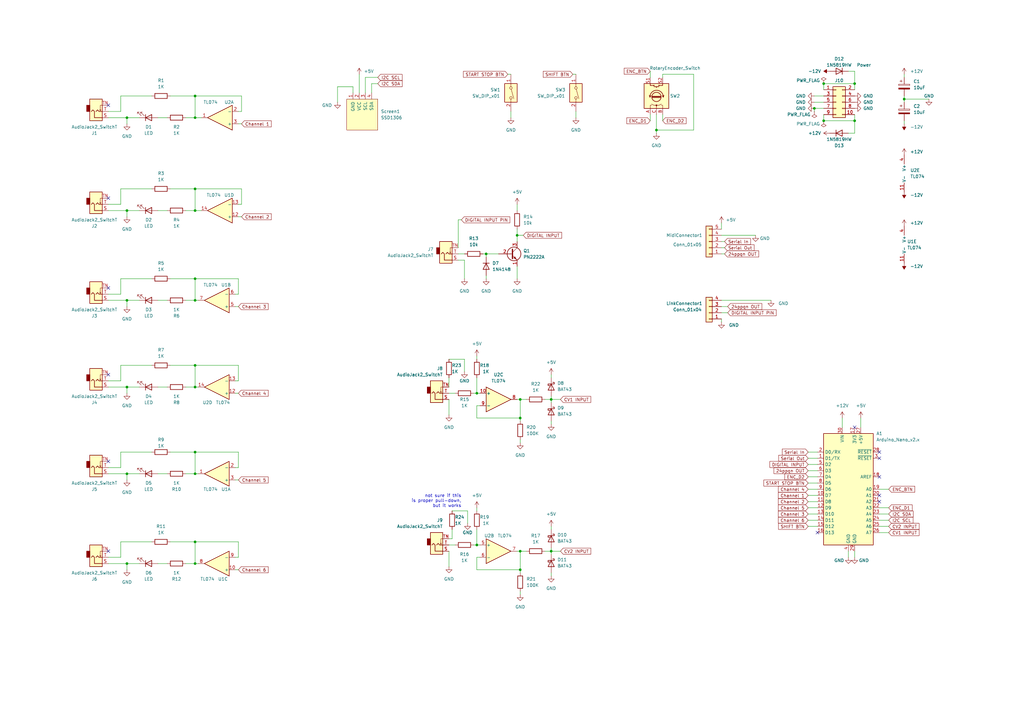
<source format=kicad_sch>
(kicad_sch (version 20211123) (generator eeschema)

  (uuid 939d1fca-3f2c-4183-926a-9b89a029d9a7)

  (paper "A3")

  (title_block
    (title "Gravity")
    (rev "4")
    (company "Sitka Instruments")
  )

  

  (junction (at 80.01 222.25) (diameter 0) (color 0 0 0 0)
    (uuid 01bbb586-ef8d-4ddf-8c80-74340115f8c2)
  )
  (junction (at 212.09 96.52) (diameter 0) (color 0 0 0 0)
    (uuid 0fe7b52a-5ab0-49af-9df5-605727fd9629)
  )
  (junction (at 80.01 231.14) (diameter 0) (color 0 0 0 0)
    (uuid 1aacebef-7166-44ac-ba9d-f4319bb8c2a1)
  )
  (junction (at 80.01 77.47) (diameter 0) (color 0 0 0 0)
    (uuid 1adea9cc-1a6f-43d0-a0c7-f15f9d142402)
  )
  (junction (at 226.06 163.83) (diameter 0) (color 0 0 0 0)
    (uuid 20ecb220-e95f-4871-989a-3aa80d4eef17)
  )
  (junction (at 80.01 149.86) (diameter 0) (color 0 0 0 0)
    (uuid 2d704435-2b61-45b7-b201-2bf6d837c7d3)
  )
  (junction (at 213.36 163.83) (diameter 0) (color 0 0 0 0)
    (uuid 2df7e01f-7c6c-4312-9ff7-ac020e968ee9)
  )
  (junction (at 52.07 48.26) (diameter 0) (color 0 0 0 0)
    (uuid 2f1a07b6-ad76-4a06-853c-dab3ee2850f6)
  )
  (junction (at 199.39 104.14) (diameter 0) (color 0 0 0 0)
    (uuid 3ec454cb-d195-43e0-940e-5dcf3cd11230)
  )
  (junction (at 52.07 194.31) (diameter 0) (color 0 0 0 0)
    (uuid 4c3b6af8-76f0-45ef-8c3f-9df4284c0206)
  )
  (junction (at 213.36 233.68) (diameter 0) (color 0 0 0 0)
    (uuid 4ef302ba-3fb8-473b-9960-3d952a8700dc)
  )
  (junction (at 80.01 158.75) (diameter 0) (color 0 0 0 0)
    (uuid 4fad6dae-d502-4839-af03-741c666aa89e)
  )
  (junction (at 195.58 223.52) (diameter 0) (color 0 0 0 0)
    (uuid 65dfde2f-bec6-446d-be6a-c5bad6fe7084)
  )
  (junction (at 52.07 158.75) (diameter 0) (color 0 0 0 0)
    (uuid 6f8c3b1c-3a38-4d86-9bc2-ad6939358a54)
  )
  (junction (at 80.01 114.3) (diameter 0) (color 0 0 0 0)
    (uuid 7247c85d-9109-4f74-a5f8-073a13ad9b00)
  )
  (junction (at 52.07 231.14) (diameter 0) (color 0 0 0 0)
    (uuid 7831fb5e-123a-46df-a455-7a9508dbe5ab)
  )
  (junction (at 80.01 185.42) (diameter 0) (color 0 0 0 0)
    (uuid 7ce994f6-9837-42f6-8f0e-a33b87846a85)
  )
  (junction (at 334.01 44.45) (diameter 0) (color 0 0 0 0)
    (uuid 80a0f295-48e1-4569-8d26-3102546e0255)
  )
  (junction (at 350.52 34.29) (diameter 0) (color 0 0 0 0)
    (uuid 80b03588-aa23-476a-9d12-a060ede2aafe)
  )
  (junction (at 80.01 86.36) (diameter 0) (color 0 0 0 0)
    (uuid 87e1f6f2-4291-4a56-a6c6-5e0e8fe5a1fb)
  )
  (junction (at 80.01 39.37) (diameter 0) (color 0 0 0 0)
    (uuid 9e2c980a-19bd-4dcd-85f5-d80d62e3f8cf)
  )
  (junction (at 52.07 86.36) (diameter 0) (color 0 0 0 0)
    (uuid a5a39816-f1ee-4ab9-8314-e277f66dbe27)
  )
  (junction (at 80.01 48.26) (diameter 0) (color 0 0 0 0)
    (uuid b23f1ea8-6677-4ea6-a94b-85b8eb53b8d8)
  )
  (junction (at 80.01 123.19) (diameter 0) (color 0 0 0 0)
    (uuid b902f786-0e2c-4183-b096-7f344f5749b2)
  )
  (junction (at 337.82 34.29) (diameter 0) (color 0 0 0 0)
    (uuid b919c27a-f637-48d6-8184-7ceb19a616c3)
  )
  (junction (at 350.52 49.53) (diameter 0) (color 0 0 0 0)
    (uuid bdb4e82f-deca-4494-9511-3af4e2c5e381)
  )
  (junction (at 195.58 161.29) (diameter 0) (color 0 0 0 0)
    (uuid cd01be16-25f8-409f-95b1-b355a2382b57)
  )
  (junction (at 80.01 194.31) (diameter 0) (color 0 0 0 0)
    (uuid d046d289-4c5a-4d32-950f-33f865de2574)
  )
  (junction (at 337.82 49.53) (diameter 0) (color 0 0 0 0)
    (uuid d3b1a6e1-ba88-4969-a859-28bf08cd9cc9)
  )
  (junction (at 213.36 226.06) (diameter 0) (color 0 0 0 0)
    (uuid d56a31ed-ec5a-4724-b044-fd56627a92e8)
  )
  (junction (at 52.07 123.19) (diameter 0) (color 0 0 0 0)
    (uuid dca585e3-e89d-40ba-8154-042e0bc6a9a6)
  )
  (junction (at 370.84 40.64) (diameter 0) (color 0 0 0 0)
    (uuid e8605e95-0637-41f0-a19c-e385856bb70d)
  )
  (junction (at 213.36 171.45) (diameter 0) (color 0 0 0 0)
    (uuid ec6161ff-f736-4426-a4cf-6258043462ab)
  )
  (junction (at 226.06 226.06) (diameter 0) (color 0 0 0 0)
    (uuid f2a0cb2a-8c72-467c-9ca7-c53da25df665)
  )
  (junction (at 269.24 53.34) (diameter 0) (color 0 0 0 0)
    (uuid fd1e9dbf-7bbb-42f0-a50d-c2c89c626c2d)
  )

  (no_connect (at 44.45 153.67) (uuid 0d5627fb-5697-4efc-a260-d96ecb9f93c3))
  (no_connect (at 360.68 185.42) (uuid 27dea4c6-c043-451d-b6c6-fc3d416a6f51))
  (no_connect (at 44.45 226.06) (uuid 3b8ad362-c359-4165-91ec-aadffcf3d978))
  (no_connect (at 360.68 187.96) (uuid 4dea39fc-bb12-4db7-8438-3469730bc7e8))
  (no_connect (at 335.28 218.44) (uuid 5be04ac6-43c5-4261-953a-dd12f2531b6f))
  (no_connect (at 360.68 195.58) (uuid 609e719e-33ca-4634-b65e-d90f2c75c119))
  (no_connect (at 44.45 189.23) (uuid 7a2da178-df57-453c-8a4a-28fcdc2f3c50))
  (no_connect (at 44.45 118.11) (uuid 8484e074-dbbf-4a1a-831d-0024b24e16ee))
  (no_connect (at 360.68 205.74) (uuid 89eab1dc-771e-440a-a558-42d123c04925))
  (no_connect (at 44.45 81.28) (uuid 8c00c48a-3885-4e94-a56e-75fdd48c8ac2))
  (no_connect (at 350.52 175.26) (uuid bab23eb2-2de9-4101-8518-b1550e4ed0ff))
  (no_connect (at 360.68 203.2) (uuid bc5d432a-9a40-4a38-8a20-d7136d6a72cd))
  (no_connect (at 44.45 43.18) (uuid caea21cf-ff3a-459d-ae29-45e99bc93b79))

  (wire (pts (xy 284.48 30.48) (xy 284.48 53.34))
    (stroke (width 0) (type default) (color 0 0 0 0))
    (uuid 00888669-526f-4afc-bbd6-43e3940c23c9)
  )
  (wire (pts (xy 149.86 31.75) (xy 149.86 38.1))
    (stroke (width 0) (type default) (color 0 0 0 0))
    (uuid 02f7a7c9-330b-4799-8e3c-3005ca5a2490)
  )
  (wire (pts (xy 331.47 187.96) (xy 335.28 187.96))
    (stroke (width 0) (type default) (color 0 0 0 0))
    (uuid 04548b77-d823-4c1b-9c27-c6ce43c98aa3)
  )
  (wire (pts (xy 331.47 198.12) (xy 335.28 198.12))
    (stroke (width 0) (type default) (color 0 0 0 0))
    (uuid 05b9f1d0-5ff4-4d57-8802-0d2c4eb21316)
  )
  (wire (pts (xy 198.12 104.14) (xy 199.39 104.14))
    (stroke (width 0) (type default) (color 0 0 0 0))
    (uuid 068165ec-6c11-4c02-8e0b-ccfe566a7650)
  )
  (wire (pts (xy 96.52 196.85) (xy 97.79 196.85))
    (stroke (width 0) (type default) (color 0 0 0 0))
    (uuid 0875d199-3a61-4f17-843a-f75a66a4050e)
  )
  (wire (pts (xy 49.53 83.82) (xy 49.53 77.47))
    (stroke (width 0) (type default) (color 0 0 0 0))
    (uuid 0a2211b4-91f5-4459-8d97-5e8e188af34c)
  )
  (wire (pts (xy 295.91 96.52) (xy 309.88 96.52))
    (stroke (width 0) (type default) (color 0 0 0 0))
    (uuid 0b35a84f-4365-46f0-acbe-9e74b72183f4)
  )
  (wire (pts (xy 226.06 153.67) (xy 226.06 154.94))
    (stroke (width 0) (type default) (color 0 0 0 0))
    (uuid 0b45849a-34c3-4799-bb24-89e0ee4d5d11)
  )
  (wire (pts (xy 212.09 163.83) (xy 213.36 163.83))
    (stroke (width 0) (type default) (color 0 0 0 0))
    (uuid 0cd5af5c-78df-4bca-b70f-bd8e8f13e667)
  )
  (wire (pts (xy 331.47 185.42) (xy 335.28 185.42))
    (stroke (width 0) (type default) (color 0 0 0 0))
    (uuid 0e1ac309-c3ad-4ab1-a03b-2dd118f6d87a)
  )
  (wire (pts (xy 212.09 96.52) (xy 212.09 99.06))
    (stroke (width 0) (type default) (color 0 0 0 0))
    (uuid 0e6c4c43-1c36-439e-a778-2631ebda15e9)
  )
  (wire (pts (xy 64.77 194.31) (xy 68.58 194.31))
    (stroke (width 0) (type default) (color 0 0 0 0))
    (uuid 0ea24428-0de9-41d4-b673-d16d645ec740)
  )
  (wire (pts (xy 185.42 217.17) (xy 185.42 220.98))
    (stroke (width 0) (type default) (color 0 0 0 0))
    (uuid 0f9b2d4c-7ebb-4d08-9e09-9e4d01860e9b)
  )
  (wire (pts (xy 187.96 104.14) (xy 190.5 104.14))
    (stroke (width 0) (type default) (color 0 0 0 0))
    (uuid 0fde4400-cc90-4e37-aff0-a829c3566030)
  )
  (wire (pts (xy 370.84 39.37) (xy 370.84 40.64))
    (stroke (width 0) (type default) (color 0 0 0 0))
    (uuid 10048850-4277-4da4-9149-45e2a0417c49)
  )
  (wire (pts (xy 226.06 226.06) (xy 226.06 227.33))
    (stroke (width 0) (type default) (color 0 0 0 0))
    (uuid 10722ce5-f8a5-4eca-b191-f5ea1254bb30)
  )
  (wire (pts (xy 271.78 30.48) (xy 284.48 30.48))
    (stroke (width 0) (type default) (color 0 0 0 0))
    (uuid 12553f91-cba2-4ab1-b10c-9a2c101efbcb)
  )
  (wire (pts (xy 44.45 48.26) (xy 52.07 48.26))
    (stroke (width 0) (type default) (color 0 0 0 0))
    (uuid 1696b3ef-3157-4d71-9b48-209593675872)
  )
  (wire (pts (xy 52.07 48.26) (xy 57.15 48.26))
    (stroke (width 0) (type default) (color 0 0 0 0))
    (uuid 18993a8a-ca5d-407f-848b-defb203a9189)
  )
  (wire (pts (xy 212.09 109.22) (xy 212.09 114.3))
    (stroke (width 0) (type default) (color 0 0 0 0))
    (uuid 18ae432e-29c1-4f82-b5de-08351e122d6b)
  )
  (wire (pts (xy 44.45 123.19) (xy 52.07 123.19))
    (stroke (width 0) (type default) (color 0 0 0 0))
    (uuid 1ab20642-1f70-4b02-85c3-d07b70dfa09f)
  )
  (wire (pts (xy 215.9 226.06) (xy 213.36 226.06))
    (stroke (width 0) (type default) (color 0 0 0 0))
    (uuid 1b09d72d-a60a-404a-8eff-af5928779ca3)
  )
  (wire (pts (xy 350.52 54.61) (xy 350.52 49.53))
    (stroke (width 0) (type default) (color 0 0 0 0))
    (uuid 1f9896e6-b5ae-4280-b574-867cc1543442)
  )
  (wire (pts (xy 195.58 166.37) (xy 196.85 166.37))
    (stroke (width 0) (type default) (color 0 0 0 0))
    (uuid 218936c9-fd88-46f3-812f-021cc4e7e95d)
  )
  (wire (pts (xy 97.79 156.21) (xy 97.79 149.86))
    (stroke (width 0) (type default) (color 0 0 0 0))
    (uuid 22b67607-fd33-40bf-9953-aaeb2cc3bff3)
  )
  (wire (pts (xy 80.01 77.47) (xy 80.01 86.36))
    (stroke (width 0) (type default) (color 0 0 0 0))
    (uuid 22ec07c6-1814-4bcc-81fe-8b2a319721d4)
  )
  (wire (pts (xy 184.15 163.83) (xy 184.15 170.18))
    (stroke (width 0) (type default) (color 0 0 0 0))
    (uuid 232f38ec-21ea-4a47-91ea-c85a04889396)
  )
  (wire (pts (xy 266.7 31.75) (xy 266.7 29.21))
    (stroke (width 0) (type default) (color 0 0 0 0))
    (uuid 23cdf0c9-4c44-4333-ad84-40cf9337ba38)
  )
  (wire (pts (xy 331.47 193.04) (xy 335.28 193.04))
    (stroke (width 0) (type default) (color 0 0 0 0))
    (uuid 23dac4f0-812d-4677-88fa-5bdcd3979384)
  )
  (wire (pts (xy 49.53 191.77) (xy 49.53 185.42))
    (stroke (width 0) (type default) (color 0 0 0 0))
    (uuid 2450b13d-1b2c-42e2-9f3c-022c8d283799)
  )
  (wire (pts (xy 144.78 35.56) (xy 144.78 38.1))
    (stroke (width 0) (type default) (color 0 0 0 0))
    (uuid 24898c03-0432-4355-9022-1dd4a494db3b)
  )
  (wire (pts (xy 49.53 228.6) (xy 49.53 222.25))
    (stroke (width 0) (type default) (color 0 0 0 0))
    (uuid 24a77f75-c600-45cb-bf5f-afea87ea647c)
  )
  (wire (pts (xy 187.96 101.6) (xy 187.96 90.17))
    (stroke (width 0) (type default) (color 0 0 0 0))
    (uuid 26033f5d-c203-46a8-8cbf-60ae85a27a09)
  )
  (wire (pts (xy 154.94 31.75) (xy 149.86 31.75))
    (stroke (width 0) (type default) (color 0 0 0 0))
    (uuid 2687bf03-ffc2-4d48-aa6f-1aef93caa657)
  )
  (wire (pts (xy 226.06 163.83) (xy 226.06 165.1))
    (stroke (width 0) (type default) (color 0 0 0 0))
    (uuid 2708cad2-c1d4-431c-a491-069abb353cb1)
  )
  (wire (pts (xy 64.77 158.75) (xy 68.58 158.75))
    (stroke (width 0) (type default) (color 0 0 0 0))
    (uuid 275de223-e55c-4595-954a-6b567572e319)
  )
  (wire (pts (xy 49.53 222.25) (xy 62.23 222.25))
    (stroke (width 0) (type default) (color 0 0 0 0))
    (uuid 282549b8-debb-4192-8eb7-5e1fc199c3b2)
  )
  (wire (pts (xy 266.7 49.53) (xy 266.7 46.99))
    (stroke (width 0) (type default) (color 0 0 0 0))
    (uuid 292448f2-9878-48b7-bdaa-bba1bdc524e1)
  )
  (wire (pts (xy 213.36 172.72) (xy 213.36 171.45))
    (stroke (width 0) (type default) (color 0 0 0 0))
    (uuid 29f12c71-1e39-46c9-8468-57b050e8c4e3)
  )
  (wire (pts (xy 370.84 40.64) (xy 370.84 41.91))
    (stroke (width 0) (type default) (color 0 0 0 0))
    (uuid 2bf77205-7bd4-4b19-92a5-403df8997ca4)
  )
  (wire (pts (xy 52.07 86.36) (xy 52.07 88.9))
    (stroke (width 0) (type default) (color 0 0 0 0))
    (uuid 2d2c567f-990e-43de-a45e-07dcf3d574df)
  )
  (wire (pts (xy 96.52 161.29) (xy 97.79 161.29))
    (stroke (width 0) (type default) (color 0 0 0 0))
    (uuid 303bccf3-2d61-4c16-987a-64577855d3bb)
  )
  (wire (pts (xy 49.53 45.72) (xy 49.53 39.37))
    (stroke (width 0) (type default) (color 0 0 0 0))
    (uuid 325ad235-d39c-4894-9060-669ec65da8cf)
  )
  (wire (pts (xy 212.09 83.82) (xy 212.09 86.36))
    (stroke (width 0) (type default) (color 0 0 0 0))
    (uuid 335e260c-544e-4446-b9b4-df9e8330f67c)
  )
  (wire (pts (xy 353.06 171.45) (xy 353.06 175.26))
    (stroke (width 0) (type default) (color 0 0 0 0))
    (uuid 335feb20-1fb8-4c80-a47e-65aa81fbef83)
  )
  (wire (pts (xy 331.47 210.82) (xy 335.28 210.82))
    (stroke (width 0) (type default) (color 0 0 0 0))
    (uuid 33a36406-7342-4e89-9638-dd13fc9c9e59)
  )
  (wire (pts (xy 80.01 185.42) (xy 97.79 185.42))
    (stroke (width 0) (type default) (color 0 0 0 0))
    (uuid 33d6f89f-8648-43ab-8211-808a5c2a1de9)
  )
  (wire (pts (xy 44.45 191.77) (xy 49.53 191.77))
    (stroke (width 0) (type default) (color 0 0 0 0))
    (uuid 349d1b17-3ca5-4310-8603-bfcac15d9779)
  )
  (wire (pts (xy 44.45 231.14) (xy 52.07 231.14))
    (stroke (width 0) (type default) (color 0 0 0 0))
    (uuid 35a4bcdd-c017-440b-9dad-75ec8aa47970)
  )
  (wire (pts (xy 295.91 123.19) (xy 316.23 123.19))
    (stroke (width 0) (type default) (color 0 0 0 0))
    (uuid 364747eb-5593-475f-b7b7-b83fb3965ea6)
  )
  (wire (pts (xy 69.85 39.37) (xy 80.01 39.37))
    (stroke (width 0) (type default) (color 0 0 0 0))
    (uuid 379f1c28-4a76-4353-90b3-8c03b9cc7732)
  )
  (wire (pts (xy 209.55 30.48) (xy 208.28 30.48))
    (stroke (width 0) (type default) (color 0 0 0 0))
    (uuid 38f018c4-6a5e-41fd-be32-9f1782112fb1)
  )
  (wire (pts (xy 184.15 161.29) (xy 186.69 161.29))
    (stroke (width 0) (type default) (color 0 0 0 0))
    (uuid 3b6a8b02-3ae7-4eaa-b590-43c6b96299ee)
  )
  (wire (pts (xy 64.77 48.26) (xy 68.58 48.26))
    (stroke (width 0) (type default) (color 0 0 0 0))
    (uuid 3d377ce1-a2c5-4d14-9f02-94478caf1282)
  )
  (wire (pts (xy 97.79 45.72) (xy 99.06 45.72))
    (stroke (width 0) (type default) (color 0 0 0 0))
    (uuid 3e571a02-03e0-4598-a609-e9c7e7a95ec4)
  )
  (wire (pts (xy 213.36 226.06) (xy 213.36 233.68))
    (stroke (width 0) (type default) (color 0 0 0 0))
    (uuid 41592a34-b5e0-498e-b3d9-5e683e74e400)
  )
  (wire (pts (xy 226.06 163.83) (xy 229.87 163.83))
    (stroke (width 0) (type default) (color 0 0 0 0))
    (uuid 415f6a2a-0819-4a32-a17d-06a0e8a58036)
  )
  (wire (pts (xy 80.01 86.36) (xy 82.55 86.36))
    (stroke (width 0) (type default) (color 0 0 0 0))
    (uuid 418e2033-9beb-4dc9-852d-fdebff37f6e4)
  )
  (wire (pts (xy 370.84 30.48) (xy 370.84 31.75))
    (stroke (width 0) (type default) (color 0 0 0 0))
    (uuid 4311a415-97b2-43f6-a81d-718e51e1b859)
  )
  (wire (pts (xy 191.77 209.55) (xy 191.77 214.63))
    (stroke (width 0) (type default) (color 0 0 0 0))
    (uuid 4387f603-b8cb-49f8-9cf0-e883ca84f431)
  )
  (wire (pts (xy 184.15 147.32) (xy 190.5 147.32))
    (stroke (width 0) (type default) (color 0 0 0 0))
    (uuid 442c3d44-985a-41cf-a427-d1e2cd1a65ee)
  )
  (wire (pts (xy 195.58 233.68) (xy 213.36 233.68))
    (stroke (width 0) (type default) (color 0 0 0 0))
    (uuid 44fdae99-fabc-42c3-b71e-03120ee479ee)
  )
  (wire (pts (xy 226.06 172.72) (xy 226.06 173.99))
    (stroke (width 0) (type default) (color 0 0 0 0))
    (uuid 459710f6-4d7d-40be-9b04-5e9a368b8c00)
  )
  (wire (pts (xy 271.78 31.75) (xy 271.78 30.48))
    (stroke (width 0) (type default) (color 0 0 0 0))
    (uuid 46b304df-4180-4984-9e5d-83e10dcadff4)
  )
  (wire (pts (xy 195.58 161.29) (xy 196.85 161.29))
    (stroke (width 0) (type default) (color 0 0 0 0))
    (uuid 474a3f9d-2b64-4966-9c5e-ee995dbcc11f)
  )
  (wire (pts (xy 96.52 233.68) (xy 97.79 233.68))
    (stroke (width 0) (type default) (color 0 0 0 0))
    (uuid 4754b732-0a33-494b-90b0-fee8412301df)
  )
  (wire (pts (xy 96.52 125.73) (xy 97.79 125.73))
    (stroke (width 0) (type default) (color 0 0 0 0))
    (uuid 47a4e244-780e-48eb-b41d-1640d66c0fcd)
  )
  (wire (pts (xy 194.31 161.29) (xy 195.58 161.29))
    (stroke (width 0) (type default) (color 0 0 0 0))
    (uuid 47ac72d4-bd27-4447-b979-99a8986e623d)
  )
  (wire (pts (xy 226.06 224.79) (xy 226.06 226.06))
    (stroke (width 0) (type default) (color 0 0 0 0))
    (uuid 47e72c91-7c9f-4a84-84d0-c6e4a5768ed8)
  )
  (wire (pts (xy 236.22 48.26) (xy 236.22 45.72))
    (stroke (width 0) (type default) (color 0 0 0 0))
    (uuid 4818a8d1-75bc-44f4-b9ed-2be325375416)
  )
  (wire (pts (xy 215.9 163.83) (xy 213.36 163.83))
    (stroke (width 0) (type default) (color 0 0 0 0))
    (uuid 49cde530-ddc1-4f14-9b13-8d9a2ca10c3a)
  )
  (wire (pts (xy 195.58 228.6) (xy 195.58 233.68))
    (stroke (width 0) (type default) (color 0 0 0 0))
    (uuid 4b70d7be-d0b4-4935-b09f-3578133ba481)
  )
  (wire (pts (xy 52.07 86.36) (xy 57.15 86.36))
    (stroke (width 0) (type default) (color 0 0 0 0))
    (uuid 4c0b437f-8a01-477d-a6f9-7ec7ce2dc466)
  )
  (wire (pts (xy 49.53 114.3) (xy 62.23 114.3))
    (stroke (width 0) (type default) (color 0 0 0 0))
    (uuid 4d557d7f-7719-4f80-94ac-5531db91c5c7)
  )
  (wire (pts (xy 350.52 226.06) (xy 350.52 228.6))
    (stroke (width 0) (type default) (color 0 0 0 0))
    (uuid 4d5adbc3-357f-4a75-9468-e5a15ab291e3)
  )
  (wire (pts (xy 97.79 120.65) (xy 97.79 114.3))
    (stroke (width 0) (type default) (color 0 0 0 0))
    (uuid 4e0a158e-f62e-4ad0-b943-3eaefad92067)
  )
  (wire (pts (xy 64.77 86.36) (xy 68.58 86.36))
    (stroke (width 0) (type default) (color 0 0 0 0))
    (uuid 50855149-12eb-4a2e-a48d-3bc78970e17d)
  )
  (wire (pts (xy 96.52 120.65) (xy 97.79 120.65))
    (stroke (width 0) (type default) (color 0 0 0 0))
    (uuid 54f4dac5-21cb-4ccc-b34e-bca1afba31d2)
  )
  (wire (pts (xy 97.79 114.3) (xy 80.01 114.3))
    (stroke (width 0) (type default) (color 0 0 0 0))
    (uuid 55051037-8b31-44b9-8e01-8ae5d0b6424d)
  )
  (wire (pts (xy 44.45 83.82) (xy 49.53 83.82))
    (stroke (width 0) (type default) (color 0 0 0 0))
    (uuid 559ecdd5-7157-4b6e-8365-c80a48a2639c)
  )
  (wire (pts (xy 44.45 120.65) (xy 49.53 120.65))
    (stroke (width 0) (type default) (color 0 0 0 0))
    (uuid 55c0478d-8080-4c1d-8604-65a2d25999fa)
  )
  (wire (pts (xy 226.06 215.9) (xy 226.06 217.17))
    (stroke (width 0) (type default) (color 0 0 0 0))
    (uuid 55f39ab8-c72e-42c1-a690-a397d34d1bc8)
  )
  (wire (pts (xy 147.32 30.48) (xy 147.32 38.1))
    (stroke (width 0) (type default) (color 0 0 0 0))
    (uuid 578b6235-424f-4ef7-a13a-2eb828fdff70)
  )
  (wire (pts (xy 331.47 205.74) (xy 335.28 205.74))
    (stroke (width 0) (type default) (color 0 0 0 0))
    (uuid 5a722d22-4ecd-49dd-bcb0-518e553ae30d)
  )
  (wire (pts (xy 350.52 29.21) (xy 350.52 34.29))
    (stroke (width 0) (type default) (color 0 0 0 0))
    (uuid 5c09703f-6c76-495d-9a58-e2ebc9242342)
  )
  (wire (pts (xy 49.53 149.86) (xy 62.23 149.86))
    (stroke (width 0) (type default) (color 0 0 0 0))
    (uuid 5c400b46-2fcf-4458-9699-ae37dd26bccb)
  )
  (wire (pts (xy 80.01 149.86) (xy 80.01 158.75))
    (stroke (width 0) (type default) (color 0 0 0 0))
    (uuid 5cd6e5fe-4b18-46d6-a3d1-e3ffde24589e)
  )
  (wire (pts (xy 350.52 46.99) (xy 350.52 49.53))
    (stroke (width 0) (type default) (color 0 0 0 0))
    (uuid 5d5ced92-faf8-444e-981f-4e4ff49b98e7)
  )
  (wire (pts (xy 52.07 48.26) (xy 52.07 50.8))
    (stroke (width 0) (type default) (color 0 0 0 0))
    (uuid 5d93f799-90b6-4c25-98c8-cc4dbc3b1bc0)
  )
  (wire (pts (xy 99.06 83.82) (xy 99.06 77.47))
    (stroke (width 0) (type default) (color 0 0 0 0))
    (uuid 5ec7b1d8-8446-4919-a38c-76210caa1873)
  )
  (wire (pts (xy 226.06 234.95) (xy 226.06 236.22))
    (stroke (width 0) (type default) (color 0 0 0 0))
    (uuid 5f035f85-8c2e-4853-b183-6abac5e2be10)
  )
  (wire (pts (xy 298.45 125.73) (xy 295.91 125.73))
    (stroke (width 0) (type default) (color 0 0 0 0))
    (uuid 6046e892-0ebb-40bb-b5b7-44ac8604d4a2)
  )
  (wire (pts (xy 190.5 147.32) (xy 190.5 152.4))
    (stroke (width 0) (type default) (color 0 0 0 0))
    (uuid 61b30485-195b-4bad-8840-2b6a72961f80)
  )
  (wire (pts (xy 199.39 113.03) (xy 199.39 114.3))
    (stroke (width 0) (type default) (color 0 0 0 0))
    (uuid 629a7aa1-4019-458a-8b5d-0abf66ce0257)
  )
  (wire (pts (xy 44.45 194.31) (xy 52.07 194.31))
    (stroke (width 0) (type default) (color 0 0 0 0))
    (uuid 65958d22-4303-48dd-9fde-306753b42789)
  )
  (wire (pts (xy 52.07 158.75) (xy 52.07 161.29))
    (stroke (width 0) (type default) (color 0 0 0 0))
    (uuid 662ccf0e-d1d5-4050-8293-3daf044ab08c)
  )
  (wire (pts (xy 295.91 101.6) (xy 297.18 101.6))
    (stroke (width 0) (type default) (color 0 0 0 0))
    (uuid 662d7171-9f08-4d00-88ad-4538b833c958)
  )
  (wire (pts (xy 334.01 44.45) (xy 337.82 44.45))
    (stroke (width 0) (type default) (color 0 0 0 0))
    (uuid 686830dd-5bd4-421c-97b1-cd04ec112e6f)
  )
  (wire (pts (xy 213.36 181.61) (xy 213.36 180.34))
    (stroke (width 0) (type default) (color 0 0 0 0))
    (uuid 69069406-1963-4170-8560-8104e7e045d7)
  )
  (wire (pts (xy 195.58 154.94) (xy 195.58 161.29))
    (stroke (width 0) (type default) (color 0 0 0 0))
    (uuid 6da6842f-2388-4f5f-9ee2-76bb34632c1b)
  )
  (wire (pts (xy 80.01 39.37) (xy 99.06 39.37))
    (stroke (width 0) (type default) (color 0 0 0 0))
    (uuid 6ef03535-d0d2-4117-ba8a-13b15d291146)
  )
  (wire (pts (xy 52.07 231.14) (xy 57.15 231.14))
    (stroke (width 0) (type default) (color 0 0 0 0))
    (uuid 72a11c15-bc2e-4e4e-b064-0530d656a4f2)
  )
  (wire (pts (xy 152.4 34.29) (xy 152.4 38.1))
    (stroke (width 0) (type default) (color 0 0 0 0))
    (uuid 72d28e7a-0912-41d1-8bf0-5186c787f495)
  )
  (wire (pts (xy 44.45 156.21) (xy 49.53 156.21))
    (stroke (width 0) (type default) (color 0 0 0 0))
    (uuid 7454f9be-a252-4e64-8cb6-659f28a46b4e)
  )
  (wire (pts (xy 223.52 226.06) (xy 226.06 226.06))
    (stroke (width 0) (type default) (color 0 0 0 0))
    (uuid 746457c5-4533-496b-b839-879422eb2f82)
  )
  (wire (pts (xy 298.45 128.27) (xy 295.91 128.27))
    (stroke (width 0) (type default) (color 0 0 0 0))
    (uuid 747429ad-a079-4ab8-b09c-691c80d1e082)
  )
  (wire (pts (xy 96.52 191.77) (xy 97.79 191.77))
    (stroke (width 0) (type default) (color 0 0 0 0))
    (uuid 774fcb45-a172-4233-8e81-6712f4651e80)
  )
  (wire (pts (xy 187.96 90.17) (xy 189.23 90.17))
    (stroke (width 0) (type default) (color 0 0 0 0))
    (uuid 77c4f8a3-f358-4bf0-adca-923c93eec873)
  )
  (wire (pts (xy 331.47 195.58) (xy 335.28 195.58))
    (stroke (width 0) (type default) (color 0 0 0 0))
    (uuid 78087d34-36cd-40f9-8df6-88f39a8e923c)
  )
  (wire (pts (xy 97.79 228.6) (xy 97.79 222.25))
    (stroke (width 0) (type default) (color 0 0 0 0))
    (uuid 78e786de-043d-4f36-a95b-827ecfd3a860)
  )
  (wire (pts (xy 190.5 106.68) (xy 190.5 114.3))
    (stroke (width 0) (type default) (color 0 0 0 0))
    (uuid 7bd72df4-68a1-4663-8001-035714ea1d46)
  )
  (wire (pts (xy 195.58 166.37) (xy 195.58 171.45))
    (stroke (width 0) (type default) (color 0 0 0 0))
    (uuid 7d009995-14e6-4e3a-a6bf-75ca9be73436)
  )
  (wire (pts (xy 360.68 208.28) (xy 364.49 208.28))
    (stroke (width 0) (type default) (color 0 0 0 0))
    (uuid 7dd53853-47b4-4ad4-b60a-12406caceae9)
  )
  (wire (pts (xy 97.79 83.82) (xy 99.06 83.82))
    (stroke (width 0) (type default) (color 0 0 0 0))
    (uuid 7eb86270-8e46-4c86-aca0-01cd356252d4)
  )
  (wire (pts (xy 44.45 45.72) (xy 49.53 45.72))
    (stroke (width 0) (type default) (color 0 0 0 0))
    (uuid 7f1a47e9-e606-4559-b3a6-98d8056eafbb)
  )
  (wire (pts (xy 80.01 77.47) (xy 99.06 77.47))
    (stroke (width 0) (type default) (color 0 0 0 0))
    (uuid 8087cf9e-a59e-49ee-959e-1547ad310f68)
  )
  (wire (pts (xy 269.24 46.99) (xy 269.24 53.34))
    (stroke (width 0) (type default) (color 0 0 0 0))
    (uuid 8209c98c-ad4a-4de7-8d4d-31929f244f93)
  )
  (wire (pts (xy 184.15 154.94) (xy 184.15 158.75))
    (stroke (width 0) (type default) (color 0 0 0 0))
    (uuid 82f14908-4c3c-4b1e-a311-74c33cecc46b)
  )
  (wire (pts (xy 138.43 41.91) (xy 138.43 35.56))
    (stroke (width 0) (type default) (color 0 0 0 0))
    (uuid 84628db2-78f4-455d-935c-669b74635348)
  )
  (wire (pts (xy 80.01 158.75) (xy 76.2 158.75))
    (stroke (width 0) (type default) (color 0 0 0 0))
    (uuid 84cd1643-db67-46fc-bdb3-0f8472565395)
  )
  (wire (pts (xy 295.91 99.06) (xy 297.18 99.06))
    (stroke (width 0) (type default) (color 0 0 0 0))
    (uuid 84cda9bd-a619-4821-8e1d-9c59f47819f2)
  )
  (wire (pts (xy 331.47 200.66) (xy 335.28 200.66))
    (stroke (width 0) (type default) (color 0 0 0 0))
    (uuid 8676e459-7c2d-4c62-b756-5dbad9971ef4)
  )
  (wire (pts (xy 96.52 228.6) (xy 97.79 228.6))
    (stroke (width 0) (type default) (color 0 0 0 0))
    (uuid 895a16fe-6a85-40c1-a068-c6c5069be327)
  )
  (wire (pts (xy 212.09 96.52) (xy 214.63 96.52))
    (stroke (width 0) (type default) (color 0 0 0 0))
    (uuid 8a527247-4e86-49ac-96b2-0b9ba94da524)
  )
  (wire (pts (xy 76.2 86.36) (xy 80.01 86.36))
    (stroke (width 0) (type default) (color 0 0 0 0))
    (uuid 8bd5fd7f-cf6e-425c-b9d6-3c826368fb4d)
  )
  (wire (pts (xy 213.36 163.83) (xy 213.36 171.45))
    (stroke (width 0) (type default) (color 0 0 0 0))
    (uuid 8db87abd-78a8-4707-b998-35d91c31dc52)
  )
  (wire (pts (xy 184.15 220.98) (xy 185.42 220.98))
    (stroke (width 0) (type default) (color 0 0 0 0))
    (uuid 91d35dc0-b91a-4231-a2a4-e58d0e7f4232)
  )
  (wire (pts (xy 96.52 156.21) (xy 97.79 156.21))
    (stroke (width 0) (type default) (color 0 0 0 0))
    (uuid 92ae353c-97f4-4c4d-9398-e91db030f4a8)
  )
  (wire (pts (xy 195.58 146.05) (xy 195.58 147.32))
    (stroke (width 0) (type default) (color 0 0 0 0))
    (uuid 92dcd119-522b-416d-afb9-fe804b794444)
  )
  (wire (pts (xy 52.07 194.31) (xy 52.07 196.85))
    (stroke (width 0) (type default) (color 0 0 0 0))
    (uuid 9411389b-89e4-4fd9-b197-1fd897880c74)
  )
  (wire (pts (xy 199.39 104.14) (xy 199.39 105.41))
    (stroke (width 0) (type default) (color 0 0 0 0))
    (uuid 97d4dc22-cea2-4f31-ab47-48954521c9ea)
  )
  (wire (pts (xy 209.55 48.26) (xy 209.55 45.72))
    (stroke (width 0) (type default) (color 0 0 0 0))
    (uuid 982c0a71-fbd6-4ace-8adb-04279f3ab267)
  )
  (wire (pts (xy 360.68 213.36) (xy 364.49 213.36))
    (stroke (width 0) (type default) (color 0 0 0 0))
    (uuid 998fda77-4469-4506-86ca-bb382e8ee04b)
  )
  (wire (pts (xy 52.07 194.31) (xy 57.15 194.31))
    (stroke (width 0) (type default) (color 0 0 0 0))
    (uuid 9b42f2d5-ac7c-41cd-8133-c33ded91e5a9)
  )
  (wire (pts (xy 80.01 149.86) (xy 97.79 149.86))
    (stroke (width 0) (type default) (color 0 0 0 0))
    (uuid 9e5805ba-ef35-49a1-8625-91fc1a2d8c02)
  )
  (wire (pts (xy 195.58 208.28) (xy 195.58 209.55))
    (stroke (width 0) (type default) (color 0 0 0 0))
    (uuid 9ec202d2-54e7-4767-8d5f-5508e7b44543)
  )
  (wire (pts (xy 331.47 208.28) (xy 335.28 208.28))
    (stroke (width 0) (type default) (color 0 0 0 0))
    (uuid a11b243c-b8ac-4b51-920a-c19dc41aec03)
  )
  (wire (pts (xy 337.82 36.83) (xy 337.82 34.29))
    (stroke (width 0) (type default) (color 0 0 0 0))
    (uuid a32d7af7-caa5-4fcd-b940-60312a23b93a)
  )
  (wire (pts (xy 80.01 123.19) (xy 81.28 123.19))
    (stroke (width 0) (type default) (color 0 0 0 0))
    (uuid a384fadc-a10d-479f-94d2-2a5b2d1d7039)
  )
  (wire (pts (xy 347.98 54.61) (xy 350.52 54.61))
    (stroke (width 0) (type default) (color 0 0 0 0))
    (uuid a3ae5fe0-aa32-4413-85be-83d64b712b8c)
  )
  (wire (pts (xy 187.96 106.68) (xy 190.5 106.68))
    (stroke (width 0) (type default) (color 0 0 0 0))
    (uuid a419472a-c519-42af-a7a7-8d55731ad33e)
  )
  (wire (pts (xy 331.47 190.5) (xy 335.28 190.5))
    (stroke (width 0) (type default) (color 0 0 0 0))
    (uuid a437b42a-de25-44ea-bd82-78ea4050bd94)
  )
  (wire (pts (xy 236.22 30.48) (xy 234.95 30.48))
    (stroke (width 0) (type default) (color 0 0 0 0))
    (uuid a49154d7-98cd-42dc-b035-8363e6ed42ef)
  )
  (wire (pts (xy 271.78 49.53) (xy 271.78 46.99))
    (stroke (width 0) (type default) (color 0 0 0 0))
    (uuid a4f3d41a-af65-423d-b75c-3a4dfb401018)
  )
  (wire (pts (xy 80.01 222.25) (xy 97.79 222.25))
    (stroke (width 0) (type default) (color 0 0 0 0))
    (uuid a570fd45-915c-413d-8511-67112ddbfb1b)
  )
  (wire (pts (xy 49.53 39.37) (xy 62.23 39.37))
    (stroke (width 0) (type default) (color 0 0 0 0))
    (uuid a60d0abd-cac5-40ce-8146-e36e1abaeddf)
  )
  (wire (pts (xy 184.15 223.52) (xy 186.69 223.52))
    (stroke (width 0) (type default) (color 0 0 0 0))
    (uuid a6821adb-6787-40f0-882c-45474cd6d035)
  )
  (wire (pts (xy 49.53 156.21) (xy 49.53 149.86))
    (stroke (width 0) (type default) (color 0 0 0 0))
    (uuid a6f31cf3-8dc0-4e1e-a3a6-c76df8c6e2cb)
  )
  (wire (pts (xy 44.45 86.36) (xy 52.07 86.36))
    (stroke (width 0) (type default) (color 0 0 0 0))
    (uuid a80042cf-f0d4-4045-bfe4-04f7525272ec)
  )
  (wire (pts (xy 80.01 194.31) (xy 76.2 194.31))
    (stroke (width 0) (type default) (color 0 0 0 0))
    (uuid a8514681-196b-44d0-b279-cbd6f9496f12)
  )
  (wire (pts (xy 269.24 54.61) (xy 269.24 53.34))
    (stroke (width 0) (type default) (color 0 0 0 0))
    (uuid a88aa39c-ab01-48f4-b52c-72379da3c07b)
  )
  (wire (pts (xy 64.77 123.19) (xy 68.58 123.19))
    (stroke (width 0) (type default) (color 0 0 0 0))
    (uuid ab21b72a-c65b-436b-a024-420f0e1bd5fb)
  )
  (wire (pts (xy 269.24 53.34) (xy 284.48 53.34))
    (stroke (width 0) (type default) (color 0 0 0 0))
    (uuid ab393c6b-5fda-4897-ae5b-77fc0d49af67)
  )
  (wire (pts (xy 52.07 123.19) (xy 57.15 123.19))
    (stroke (width 0) (type default) (color 0 0 0 0))
    (uuid ac927798-764a-470d-8e32-ab188c3be9d9)
  )
  (wire (pts (xy 199.39 104.14) (xy 204.47 104.14))
    (stroke (width 0) (type default) (color 0 0 0 0))
    (uuid acb04d4a-6e28-4197-b96d-cca961b9a352)
  )
  (wire (pts (xy 337.82 46.99) (xy 337.82 49.53))
    (stroke (width 0) (type default) (color 0 0 0 0))
    (uuid ad83ea93-a261-44af-9ce9-44f34c926f1f)
  )
  (wire (pts (xy 223.52 163.83) (xy 226.06 163.83))
    (stroke (width 0) (type default) (color 0 0 0 0))
    (uuid b02b8fe2-ffcf-4399-8d32-f085295ae9be)
  )
  (wire (pts (xy 97.79 88.9) (xy 99.06 88.9))
    (stroke (width 0) (type default) (color 0 0 0 0))
    (uuid b056618b-9337-4ecc-bce8-dc5869882bd7)
  )
  (wire (pts (xy 80.01 48.26) (xy 76.2 48.26))
    (stroke (width 0) (type default) (color 0 0 0 0))
    (uuid b3ffacae-4877-4f3c-b330-37753bcfeef2)
  )
  (wire (pts (xy 334.01 44.45) (xy 334.01 45.72))
    (stroke (width 0) (type default) (color 0 0 0 0))
    (uuid b45d2437-4231-4393-9853-61e2810e8eef)
  )
  (wire (pts (xy 69.85 77.47) (xy 80.01 77.47))
    (stroke (width 0) (type default) (color 0 0 0 0))
    (uuid b55c7749-7442-4e0e-81bc-0a478cb0ac8a)
  )
  (wire (pts (xy 80.01 158.75) (xy 81.28 158.75))
    (stroke (width 0) (type default) (color 0 0 0 0))
    (uuid b70b6063-f12f-423b-9971-1db44e53b1b6)
  )
  (wire (pts (xy 52.07 158.75) (xy 57.15 158.75))
    (stroke (width 0) (type default) (color 0 0 0 0))
    (uuid b7ba5590-bcbc-4d3a-bb2b-67ef3ff01bf9)
  )
  (wire (pts (xy 226.06 162.56) (xy 226.06 163.83))
    (stroke (width 0) (type default) (color 0 0 0 0))
    (uuid b8b96b86-9f26-4791-8fab-c0012a9204d0)
  )
  (wire (pts (xy 212.09 93.98) (xy 212.09 96.52))
    (stroke (width 0) (type default) (color 0 0 0 0))
    (uuid b913c3b8-7e72-4c0b-bda2-34fe7b55ab25)
  )
  (wire (pts (xy 360.68 210.82) (xy 364.49 210.82))
    (stroke (width 0) (type default) (color 0 0 0 0))
    (uuid baf9089a-117f-477e-b388-59d85cc068a1)
  )
  (wire (pts (xy 80.01 39.37) (xy 80.01 48.26))
    (stroke (width 0) (type default) (color 0 0 0 0))
    (uuid bd0ecbaa-0107-4713-afad-9631d70470c9)
  )
  (wire (pts (xy 334.01 41.91) (xy 337.82 41.91))
    (stroke (width 0) (type default) (color 0 0 0 0))
    (uuid be717b8a-a24e-4b1a-8c07-d2cb4a8b44a0)
  )
  (wire (pts (xy 69.85 185.42) (xy 80.01 185.42))
    (stroke (width 0) (type default) (color 0 0 0 0))
    (uuid be91969f-27d0-4896-bda7-89479ff2c6f0)
  )
  (wire (pts (xy 337.82 34.29) (xy 350.52 34.29))
    (stroke (width 0) (type default) (color 0 0 0 0))
    (uuid bfd39b38-25cc-4208-85be-c343c956d624)
  )
  (wire (pts (xy 52.07 231.14) (xy 52.07 233.68))
    (stroke (width 0) (type default) (color 0 0 0 0))
    (uuid c1344527-bf12-418e-bb93-1ab1cbcbc765)
  )
  (wire (pts (xy 80.01 114.3) (xy 80.01 123.19))
    (stroke (width 0) (type default) (color 0 0 0 0))
    (uuid c3958be8-3003-4b81-a0e5-084b481ac3e8)
  )
  (wire (pts (xy 80.01 123.19) (xy 76.2 123.19))
    (stroke (width 0) (type default) (color 0 0 0 0))
    (uuid c6adff6e-82e1-42de-a1d3-c2320961301b)
  )
  (wire (pts (xy 295.91 132.08) (xy 295.91 130.81))
    (stroke (width 0) (type default) (color 0 0 0 0))
    (uuid c9e809ef-610d-4a00-b852-7dfb3e2ca41d)
  )
  (wire (pts (xy 213.36 234.95) (xy 213.36 233.68))
    (stroke (width 0) (type default) (color 0 0 0 0))
    (uuid cb58872e-1637-4041-9a9c-462d58f60489)
  )
  (wire (pts (xy 52.07 123.19) (xy 52.07 125.73))
    (stroke (width 0) (type default) (color 0 0 0 0))
    (uuid cd7749a7-ea7a-4254-8d13-3fc0af54ac1a)
  )
  (wire (pts (xy 185.42 209.55) (xy 191.77 209.55))
    (stroke (width 0) (type default) (color 0 0 0 0))
    (uuid cd876659-807a-444d-a58b-3ab4384818b6)
  )
  (wire (pts (xy 194.31 223.52) (xy 195.58 223.52))
    (stroke (width 0) (type default) (color 0 0 0 0))
    (uuid d0f348b7-a7a5-4cb3-b9f1-72c15c41a42d)
  )
  (wire (pts (xy 331.47 203.2) (xy 335.28 203.2))
    (stroke (width 0) (type default) (color 0 0 0 0))
    (uuid d2ceccc1-95d6-4f25-baa1-52608161f423)
  )
  (wire (pts (xy 64.77 231.14) (xy 68.58 231.14))
    (stroke (width 0) (type default) (color 0 0 0 0))
    (uuid d2ed7317-658a-4865-bf5f-b2b3135a861d)
  )
  (wire (pts (xy 80.01 48.26) (xy 82.55 48.26))
    (stroke (width 0) (type default) (color 0 0 0 0))
    (uuid d337bd41-b84a-4083-8138-b697897be715)
  )
  (wire (pts (xy 295.91 104.14) (xy 297.18 104.14))
    (stroke (width 0) (type default) (color 0 0 0 0))
    (uuid d3b10b90-4fd7-4a10-aadc-d707d0767705)
  )
  (wire (pts (xy 226.06 226.06) (xy 229.87 226.06))
    (stroke (width 0) (type default) (color 0 0 0 0))
    (uuid d7a22843-b5aa-4dcb-9f83-e0b93ec1d932)
  )
  (wire (pts (xy 49.53 77.47) (xy 62.23 77.47))
    (stroke (width 0) (type default) (color 0 0 0 0))
    (uuid d80078b3-94d9-48bf-85f9-0552f3304675)
  )
  (wire (pts (xy 138.43 35.56) (xy 144.78 35.56))
    (stroke (width 0) (type default) (color 0 0 0 0))
    (uuid d8c2b0e0-464d-4f8a-a354-013c2fcd2746)
  )
  (wire (pts (xy 345.44 171.45) (xy 345.44 175.26))
    (stroke (width 0) (type default) (color 0 0 0 0))
    (uuid d9290646-90b7-4fbd-83fc-19591b512599)
  )
  (wire (pts (xy 80.01 194.31) (xy 81.28 194.31))
    (stroke (width 0) (type default) (color 0 0 0 0))
    (uuid d9cdde04-0ad7-43b5-a5d5-b6ac5abb55b8)
  )
  (wire (pts (xy 337.82 49.53) (xy 350.52 49.53))
    (stroke (width 0) (type default) (color 0 0 0 0))
    (uuid da781abc-ee6e-4d62-971b-a28621e7f9c0)
  )
  (wire (pts (xy 195.58 171.45) (xy 213.36 171.45))
    (stroke (width 0) (type default) (color 0 0 0 0))
    (uuid dbc9e6c0-7a33-4ae4-9d9e-73c07879ba5d)
  )
  (wire (pts (xy 44.45 158.75) (xy 52.07 158.75))
    (stroke (width 0) (type default) (color 0 0 0 0))
    (uuid dc0c3e8e-4506-4ec8-9e3d-629192ad61d8)
  )
  (wire (pts (xy 195.58 228.6) (xy 196.85 228.6))
    (stroke (width 0) (type default) (color 0 0 0 0))
    (uuid de7a47fe-f0fc-4658-90ce-abe74da404a1)
  )
  (wire (pts (xy 360.68 215.9) (xy 364.49 215.9))
    (stroke (width 0) (type default) (color 0 0 0 0))
    (uuid de7fdbfa-a282-4f9d-a244-075c3a0e9b98)
  )
  (wire (pts (xy 69.85 149.86) (xy 80.01 149.86))
    (stroke (width 0) (type default) (color 0 0 0 0))
    (uuid df7516ee-ff61-4db9-89ba-5c412ec89d3d)
  )
  (wire (pts (xy 360.68 200.66) (xy 364.49 200.66))
    (stroke (width 0) (type default) (color 0 0 0 0))
    (uuid e10d78c8-bc65-4a97-b811-fa8e485f78af)
  )
  (wire (pts (xy 97.79 50.8) (xy 99.06 50.8))
    (stroke (width 0) (type default) (color 0 0 0 0))
    (uuid e2dc13c9-6305-44b9-a070-0e2410dc6ca6)
  )
  (wire (pts (xy 195.58 223.52) (xy 196.85 223.52))
    (stroke (width 0) (type default) (color 0 0 0 0))
    (uuid e3fe9f9b-3930-485d-a0a3-8b2979ae16cb)
  )
  (wire (pts (xy 360.68 218.44) (xy 364.49 218.44))
    (stroke (width 0) (type default) (color 0 0 0 0))
    (uuid e501891d-8877-41ec-9061-b1ed5f555caf)
  )
  (wire (pts (xy 44.45 228.6) (xy 49.53 228.6))
    (stroke (width 0) (type default) (color 0 0 0 0))
    (uuid e5137e87-aafe-4a66-8e8a-00ecf77e5822)
  )
  (wire (pts (xy 347.98 29.21) (xy 350.52 29.21))
    (stroke (width 0) (type default) (color 0 0 0 0))
    (uuid e5cc527c-7c22-4bc4-9478-79f22af81342)
  )
  (wire (pts (xy 80.01 185.42) (xy 80.01 194.31))
    (stroke (width 0) (type default) (color 0 0 0 0))
    (uuid e64ef4a2-9524-4343-aff1-00c177a81ec0)
  )
  (wire (pts (xy 370.84 49.53) (xy 370.84 50.8))
    (stroke (width 0) (type default) (color 0 0 0 0))
    (uuid e6e66dc7-1aee-4cac-811d-1595812a31eb)
  )
  (wire (pts (xy 99.06 45.72) (xy 99.06 39.37))
    (stroke (width 0) (type default) (color 0 0 0 0))
    (uuid e904f6ec-a5c8-4543-b6fd-3f6e319ee11f)
  )
  (wire (pts (xy 381 40.64) (xy 370.84 40.64))
    (stroke (width 0) (type default) (color 0 0 0 0))
    (uuid ea5e64c5-de9e-426a-8163-477b4ab6c3af)
  )
  (wire (pts (xy 69.85 222.25) (xy 80.01 222.25))
    (stroke (width 0) (type default) (color 0 0 0 0))
    (uuid eccdcaa1-196e-4da9-93df-22871ab227e4)
  )
  (wire (pts (xy 213.36 243.84) (xy 213.36 242.57))
    (stroke (width 0) (type default) (color 0 0 0 0))
    (uuid edb34f50-21d7-48c4-a591-fa7e1cf3936e)
  )
  (wire (pts (xy 334.01 39.37) (xy 337.82 39.37))
    (stroke (width 0) (type default) (color 0 0 0 0))
    (uuid edbfec5f-792f-4d72-a9b3-c785ca15edc6)
  )
  (wire (pts (xy 212.09 226.06) (xy 213.36 226.06))
    (stroke (width 0) (type default) (color 0 0 0 0))
    (uuid f008b134-e79e-4ed2-96ee-57bfd525332c)
  )
  (wire (pts (xy 80.01 231.14) (xy 81.28 231.14))
    (stroke (width 0) (type default) (color 0 0 0 0))
    (uuid f0ef78ab-0722-4695-a988-a525c6c89c13)
  )
  (wire (pts (xy 154.94 34.29) (xy 152.4 34.29))
    (stroke (width 0) (type default) (color 0 0 0 0))
    (uuid f3cfd946-5506-454f-be6b-f33cc891d633)
  )
  (wire (pts (xy 97.79 191.77) (xy 97.79 185.42))
    (stroke (width 0) (type default) (color 0 0 0 0))
    (uuid f4e61a2c-c030-4ac1-9706-982cd511d7df)
  )
  (wire (pts (xy 331.47 213.36) (xy 335.28 213.36))
    (stroke (width 0) (type default) (color 0 0 0 0))
    (uuid f518df89-b116-40e8-99b0-a8b0297e7e7c)
  )
  (wire (pts (xy 347.98 226.06) (xy 347.98 228.6))
    (stroke (width 0) (type default) (color 0 0 0 0))
    (uuid f5e8264b-9b68-4427-8c75-2842df767dac)
  )
  (wire (pts (xy 195.58 217.17) (xy 195.58 223.52))
    (stroke (width 0) (type default) (color 0 0 0 0))
    (uuid f606dc30-d11c-4363-876e-ff6819b53b93)
  )
  (wire (pts (xy 80.01 222.25) (xy 80.01 231.14))
    (stroke (width 0) (type default) (color 0 0 0 0))
    (uuid f8481e02-da91-4968-a9ed-6f01e186219f)
  )
  (wire (pts (xy 49.53 185.42) (xy 62.23 185.42))
    (stroke (width 0) (type default) (color 0 0 0 0))
    (uuid f864f0c5-c0d1-4877-a6f4-44d2ed9246f9)
  )
  (wire (pts (xy 331.47 215.9) (xy 335.28 215.9))
    (stroke (width 0) (type default) (color 0 0 0 0))
    (uuid f9e900c1-7c4f-48c1-995b-aa77f74963af)
  )
  (wire (pts (xy 184.15 226.06) (xy 184.15 232.41))
    (stroke (width 0) (type default) (color 0 0 0 0))
    (uuid fa59d2e2-3f00-4fa2-a8b3-57c15075ed6d)
  )
  (wire (pts (xy 69.85 114.3) (xy 80.01 114.3))
    (stroke (width 0) (type default) (color 0 0 0 0))
    (uuid fa68e183-14f0-4d54-a1bc-75cd122e6200)
  )
  (wire (pts (xy 49.53 120.65) (xy 49.53 114.3))
    (stroke (width 0) (type default) (color 0 0 0 0))
    (uuid fb2252ba-bbcf-47f2-ac5e-ea286245dbb4)
  )
  (wire (pts (xy 350.52 34.29) (xy 350.52 36.83))
    (stroke (width 0) (type default) (color 0 0 0 0))
    (uuid fed0662f-321b-4469-b503-9027372b80ec)
  )
  (wire (pts (xy 295.91 91.44) (xy 295.91 93.98))
    (stroke (width 0) (type default) (color 0 0 0 0))
    (uuid feff33c4-9126-456f-afd0-fca17419c548)
  )
  (wire (pts (xy 80.01 231.14) (xy 76.2 231.14))
    (stroke (width 0) (type default) (color 0 0 0 0))
    (uuid ffb029d0-1e8f-4995-834b-e49d98738e3f)
  )

  (text "not sure if this\nis proper pull-down,\nbut it works"
    (at 189.23 208.28 180)
    (effects (font (size 1.27 1.27)) (justify right bottom))
    (uuid e7122436-fe9e-4da2-96ca-c973dc234aa0)
  )

  (global_label "START STOP BTN" (shape input) (at 208.28 30.48 180) (fields_autoplaced)
    (effects (font (size 1.27 1.27)) (justify right))
    (uuid 08502c49-a9e0-4374-8676-59a1d6002e4a)
    (property "Intersheet References" "${INTERSHEET_REFS}" (id 0) (at 190.0826 30.4006 0)
      (effects (font (size 1.27 1.27)) (justify right) hide)
    )
  )
  (global_label "CV2 INPUT" (shape input) (at 364.49 215.9 0) (fields_autoplaced)
    (effects (font (size 1.27 1.27)) (justify left))
    (uuid 0f4105ff-19b1-4fc5-8164-b0461096926d)
    (property "Intersheet References" "${INTERSHEET_REFS}" (id 0) (at 376.9421 215.8206 0)
      (effects (font (size 1.27 1.27)) (justify left) hide)
    )
  )
  (global_label "Channel 5" (shape input) (at 331.47 208.28 180) (fields_autoplaced)
    (effects (font (size 1.27 1.27)) (justify right))
    (uuid 16ef7a41-e299-44d8-93af-ef8631727ac5)
    (property "Intersheet References" "${INTERSHEET_REFS}" (id 0) (at 319.2598 208.2006 0)
      (effects (font (size 1.27 1.27)) (justify right) hide)
    )
  )
  (global_label "Channel 1" (shape input) (at 331.47 203.2 180) (fields_autoplaced)
    (effects (font (size 1.27 1.27)) (justify right))
    (uuid 1b3be18b-05f2-43da-8bc8-11dfafd3bd42)
    (property "Intersheet References" "${INTERSHEET_REFS}" (id 0) (at 319.2598 203.2794 0)
      (effects (font (size 1.27 1.27)) (justify right) hide)
    )
  )
  (global_label "Channel 4" (shape input) (at 331.47 200.66 180) (fields_autoplaced)
    (effects (font (size 1.27 1.27)) (justify right))
    (uuid 1dcf1e91-4789-4465-a501-45f3d715fc38)
    (property "Intersheet References" "${INTERSHEET_REFS}" (id 0) (at 319.2598 200.5806 0)
      (effects (font (size 1.27 1.27)) (justify right) hide)
    )
  )
  (global_label "ENC_BTN" (shape input) (at 364.49 200.66 0) (fields_autoplaced)
    (effects (font (size 1.27 1.27)) (justify left))
    (uuid 1e2d858b-fa79-4a1e-a4b0-d58ee9543d64)
    (property "Intersheet References" "${INTERSHEET_REFS}" (id 0) (at 375.1883 200.5806 0)
      (effects (font (size 1.27 1.27)) (justify left) hide)
    )
  )
  (global_label "START STOP BTN" (shape input) (at 331.47 198.12 180) (fields_autoplaced)
    (effects (font (size 1.27 1.27)) (justify right))
    (uuid 296bfe79-fc97-45ca-aa06-74f69106e732)
    (property "Intersheet References" "${INTERSHEET_REFS}" (id 0) (at 313.2726 198.0406 0)
      (effects (font (size 1.27 1.27)) (justify right) hide)
    )
  )
  (global_label "Channel 5" (shape input) (at 97.79 196.85 0) (fields_autoplaced)
    (effects (font (size 1.27 1.27)) (justify left))
    (uuid 2bff8a0c-66d5-48e5-bd4a-d9f0495e1d92)
    (property "Intersheet References" "${INTERSHEET_REFS}" (id 0) (at 110.0002 196.7706 0)
      (effects (font (size 1.27 1.27)) (justify left) hide)
    )
  )
  (global_label "ENC_D2" (shape input) (at 271.78 49.53 0) (fields_autoplaced)
    (effects (font (size 1.27 1.27)) (justify left))
    (uuid 2f4a47d1-8652-4e94-9cce-2712cd5b6b84)
    (property "Intersheet References" "${INTERSHEET_REFS}" (id 0) (at 281.3898 49.6094 0)
      (effects (font (size 1.27 1.27)) (justify left) hide)
    )
  )
  (global_label "CV1 INPUT" (shape input) (at 229.87 163.83 0) (fields_autoplaced)
    (effects (font (size 1.27 1.27)) (justify left))
    (uuid 2f5d2e9a-c2b1-4fa4-8989-e4278fd14368)
    (property "Intersheet References" "${INTERSHEET_REFS}" (id 0) (at 242.3221 163.7506 0)
      (effects (font (size 1.27 1.27)) (justify left) hide)
    )
  )
  (global_label "SHIFT BTN" (shape input) (at 234.95 30.48 180) (fields_autoplaced)
    (effects (font (size 1.27 1.27)) (justify right))
    (uuid 3c3b3145-f2b7-4dd3-98a3-57539d177323)
    (property "Intersheet References" "${INTERSHEET_REFS}" (id 0) (at 222.8002 30.4006 0)
      (effects (font (size 1.27 1.27)) (justify right) hide)
    )
  )
  (global_label "Channel 3" (shape input) (at 331.47 210.82 180) (fields_autoplaced)
    (effects (font (size 1.27 1.27)) (justify right))
    (uuid 4e903d60-441d-4d69-847d-4692830423fd)
    (property "Intersheet References" "${INTERSHEET_REFS}" (id 0) (at 319.2598 210.7406 0)
      (effects (font (size 1.27 1.27)) (justify right) hide)
    )
  )
  (global_label "Channel 3" (shape input) (at 97.79 125.73 0) (fields_autoplaced)
    (effects (font (size 1.27 1.27)) (justify left))
    (uuid 670c3855-952e-4842-960b-356694f6af0a)
    (property "Intersheet References" "${INTERSHEET_REFS}" (id 0) (at 110.0002 125.6506 0)
      (effects (font (size 1.27 1.27)) (justify left) hide)
    )
  )
  (global_label "SHIFT BTN" (shape input) (at 331.47 215.9 180) (fields_autoplaced)
    (effects (font (size 1.27 1.27)) (justify right))
    (uuid 6b72106b-fde8-465c-8654-fcd5b7a3a93a)
    (property "Intersheet References" "${INTERSHEET_REFS}" (id 0) (at 319.3202 215.8206 0)
      (effects (font (size 1.27 1.27)) (justify right) hide)
    )
  )
  (global_label "ENC_BTN" (shape input) (at 266.7 29.21 180) (fields_autoplaced)
    (effects (font (size 1.27 1.27)) (justify right))
    (uuid 6e22e70c-1d82-40e1-b637-028b907c8ec0)
    (property "Intersheet References" "${INTERSHEET_REFS}" (id 0) (at 256.0017 29.2894 0)
      (effects (font (size 1.27 1.27)) (justify right) hide)
    )
  )
  (global_label "DIGITAL INPUT PIN" (shape input) (at 189.23 90.17 0) (fields_autoplaced)
    (effects (font (size 1.27 1.27)) (justify left))
    (uuid 71b5dce0-7e6b-45ec-8216-12370b8db801)
    (property "Intersheet References" "${INTERSHEET_REFS}" (id 0) (at 209.1207 90.0906 0)
      (effects (font (size 1.27 1.27)) (justify left) hide)
    )
  )
  (global_label "DIGITAL INPUT" (shape input) (at 331.47 190.5 180) (fields_autoplaced)
    (effects (font (size 1.27 1.27)) (justify right))
    (uuid 955ee3f4-5775-4b5b-8f02-05d4cd211b31)
    (property "Intersheet References" "${INTERSHEET_REFS}" (id 0) (at 315.7521 190.4206 0)
      (effects (font (size 1.27 1.27)) (justify right) hide)
    )
  )
  (global_label "I2C SDA" (shape input) (at 364.49 210.82 0) (fields_autoplaced)
    (effects (font (size 1.27 1.27)) (justify left))
    (uuid 99f7ab83-6cf7-4fec-b141-49c2020d8285)
    (property "Intersheet References" "${INTERSHEET_REFS}" (id 0) (at 374.5231 210.7406 0)
      (effects (font (size 1.27 1.27)) (justify left) hide)
    )
  )
  (global_label "Serial Out" (shape input) (at 331.47 187.96 180) (fields_autoplaced)
    (effects (font (size 1.27 1.27)) (justify right))
    (uuid 9ff881b5-f2e0-4fdd-bf90-64bb70f422e5)
    (property "Intersheet References" "${INTERSHEET_REFS}" (id 0) (at 319.3807 187.8806 0)
      (effects (font (size 1.27 1.27)) (justify right) hide)
    )
  )
  (global_label "Channel 6" (shape input) (at 97.79 233.68 0) (fields_autoplaced)
    (effects (font (size 1.27 1.27)) (justify left))
    (uuid a519ba4c-05a6-4fe9-a717-010abc58ab4a)
    (property "Intersheet References" "${INTERSHEET_REFS}" (id 0) (at 110.0002 233.6006 0)
      (effects (font (size 1.27 1.27)) (justify left) hide)
    )
  )
  (global_label "Channel 1" (shape input) (at 99.06 50.8 0) (fields_autoplaced)
    (effects (font (size 1.27 1.27)) (justify left))
    (uuid a5f7acf2-be98-454e-8311-66406ea5ef47)
    (property "Intersheet References" "${INTERSHEET_REFS}" (id 0) (at 111.2702 50.8794 0)
      (effects (font (size 1.27 1.27)) (justify left) hide)
    )
  )
  (global_label "DIGITAL INPUT" (shape input) (at 214.63 96.52 0) (fields_autoplaced)
    (effects (font (size 1.27 1.27)) (justify left))
    (uuid a83c7113-f848-459b-bdbb-0fea1c809240)
    (property "Intersheet References" "${INTERSHEET_REFS}" (id 0) (at 230.3479 96.4406 0)
      (effects (font (size 1.27 1.27)) (justify left) hide)
    )
  )
  (global_label "24ppqn OUT" (shape input) (at 297.18 104.14 0) (fields_autoplaced)
    (effects (font (size 1.27 1.27)) (justify left))
    (uuid b00754b5-1b0a-4ce3-88c7-7008bcd369ea)
    (property "Intersheet References" "${INTERSHEET_REFS}" (id 0) (at 311.2045 104.2194 0)
      (effects (font (size 1.27 1.27)) (justify left) hide)
    )
  )
  (global_label "Serial In" (shape input) (at 297.18 99.06 0) (fields_autoplaced)
    (effects (font (size 1.27 1.27)) (justify left))
    (uuid b3dc6832-efcd-4a73-b286-17dffd1c4e06)
    (property "Intersheet References" "${INTERSHEET_REFS}" (id 0) (at 307.8179 99.1394 0)
      (effects (font (size 1.27 1.27)) (justify left) hide)
    )
  )
  (global_label "ENC_D2" (shape input) (at 331.47 195.58 180) (fields_autoplaced)
    (effects (font (size 1.27 1.27)) (justify right))
    (uuid b43e5a49-34ec-4361-ab63-eac6426d11da)
    (property "Intersheet References" "${INTERSHEET_REFS}" (id 0) (at 321.8602 195.5006 0)
      (effects (font (size 1.27 1.27)) (justify right) hide)
    )
  )
  (global_label "24ppqn OUT" (shape input) (at 298.45 125.73 0) (fields_autoplaced)
    (effects (font (size 1.27 1.27)) (justify left))
    (uuid c55f37c5-b4f2-48cf-9ea5-6cd8a163fd7d)
    (property "Intersheet References" "${INTERSHEET_REFS}" (id 0) (at 312.4745 125.8094 0)
      (effects (font (size 1.27 1.27)) (justify left) hide)
    )
  )
  (global_label "Serial In" (shape input) (at 331.47 185.42 180) (fields_autoplaced)
    (effects (font (size 1.27 1.27)) (justify right))
    (uuid c62d43e5-1143-4f01-bf7e-e8217a05be5f)
    (property "Intersheet References" "${INTERSHEET_REFS}" (id 0) (at 320.8321 185.3406 0)
      (effects (font (size 1.27 1.27)) (justify right) hide)
    )
  )
  (global_label "ENC_D1" (shape input) (at 266.7 49.53 180) (fields_autoplaced)
    (effects (font (size 1.27 1.27)) (justify right))
    (uuid c95863d9-bcd1-4397-a92d-4172c205ad70)
    (property "Intersheet References" "${INTERSHEET_REFS}" (id 0) (at 257.0902 49.4506 0)
      (effects (font (size 1.27 1.27)) (justify right) hide)
    )
  )
  (global_label "Channel 2" (shape input) (at 99.06 88.9 0) (fields_autoplaced)
    (effects (font (size 1.27 1.27)) (justify left))
    (uuid c97087c6-1d05-4217-8ab9-41c9aae2a9f5)
    (property "Intersheet References" "${INTERSHEET_REFS}" (id 0) (at 111.2702 88.8206 0)
      (effects (font (size 1.27 1.27)) (justify left) hide)
    )
  )
  (global_label "Channel 4" (shape input) (at 97.79 161.29 0) (fields_autoplaced)
    (effects (font (size 1.27 1.27)) (justify left))
    (uuid cad0cd36-a1ad-43c8-bd7e-a92f94c59d80)
    (property "Intersheet References" "${INTERSHEET_REFS}" (id 0) (at 110.0002 161.2106 0)
      (effects (font (size 1.27 1.27)) (justify left) hide)
    )
  )
  (global_label "ENC_D1" (shape input) (at 364.49 208.28 0) (fields_autoplaced)
    (effects (font (size 1.27 1.27)) (justify left))
    (uuid cc230acd-d729-4ee1-b7d2-43e0ca118e0c)
    (property "Intersheet References" "${INTERSHEET_REFS}" (id 0) (at 374.0998 208.3594 0)
      (effects (font (size 1.27 1.27)) (justify left) hide)
    )
  )
  (global_label "Channel 2" (shape input) (at 331.47 205.74 180) (fields_autoplaced)
    (effects (font (size 1.27 1.27)) (justify right))
    (uuid d2580a57-6d22-4e66-a2b2-fc50c2247e88)
    (property "Intersheet References" "${INTERSHEET_REFS}" (id 0) (at 319.2598 205.8194 0)
      (effects (font (size 1.27 1.27)) (justify right) hide)
    )
  )
  (global_label "I2C SCL" (shape input) (at 154.94 31.75 0) (fields_autoplaced)
    (effects (font (size 1.27 1.27)) (justify left))
    (uuid dcdc363f-2ef2-4d10-9454-938591e28501)
    (property "Intersheet References" "${INTERSHEET_REFS}" (id 0) (at 164.9126 31.6706 0)
      (effects (font (size 1.27 1.27)) (justify left) hide)
    )
  )
  (global_label "I2C SDA" (shape input) (at 154.94 34.29 0) (fields_autoplaced)
    (effects (font (size 1.27 1.27)) (justify left))
    (uuid e25bc814-1635-4f2a-9ce5-9421e47606a9)
    (property "Intersheet References" "${INTERSHEET_REFS}" (id 0) (at 164.9731 34.2106 0)
      (effects (font (size 1.27 1.27)) (justify left) hide)
    )
  )
  (global_label "DIGITAL INPUT PIN" (shape input) (at 298.45 128.27 0) (fields_autoplaced)
    (effects (font (size 1.27 1.27)) (justify left))
    (uuid ef265e8d-b738-4521-8d25-ea358c4850fd)
    (property "Intersheet References" "${INTERSHEET_REFS}" (id 0) (at 318.3407 128.1906 0)
      (effects (font (size 1.27 1.27)) (justify left) hide)
    )
  )
  (global_label "CV2 INPUT" (shape input) (at 229.87 226.06 0) (fields_autoplaced)
    (effects (font (size 1.27 1.27)) (justify left))
    (uuid f27d5e1c-ed59-4e0a-a3b4-38d7de0271d1)
    (property "Intersheet References" "${INTERSHEET_REFS}" (id 0) (at 242.3221 225.9806 0)
      (effects (font (size 1.27 1.27)) (justify left) hide)
    )
  )
  (global_label "Serial Out" (shape input) (at 297.18 101.6 0) (fields_autoplaced)
    (effects (font (size 1.27 1.27)) (justify left))
    (uuid f3281dd4-f462-4bd0-8120-ab4a82e2ee10)
    (property "Intersheet References" "${INTERSHEET_REFS}" (id 0) (at 309.2693 101.6794 0)
      (effects (font (size 1.27 1.27)) (justify left) hide)
    )
  )
  (global_label "24ppqn OUT" (shape input) (at 331.47 193.04 180) (fields_autoplaced)
    (effects (font (size 1.27 1.27)) (justify right))
    (uuid f86254a4-9545-467b-a06a-25c288851abb)
    (property "Intersheet References" "${INTERSHEET_REFS}" (id 0) (at 317.4455 192.9606 0)
      (effects (font (size 1.27 1.27)) (justify right) hide)
    )
  )
  (global_label "I2C SCL" (shape input) (at 364.49 213.36 0) (fields_autoplaced)
    (effects (font (size 1.27 1.27)) (justify left))
    (uuid fb609f01-e397-494c-972d-98310b7239ab)
    (property "Intersheet References" "${INTERSHEET_REFS}" (id 0) (at 374.4626 213.2806 0)
      (effects (font (size 1.27 1.27)) (justify left) hide)
    )
  )
  (global_label "Channel 6" (shape input) (at 331.47 213.36 180) (fields_autoplaced)
    (effects (font (size 1.27 1.27)) (justify right))
    (uuid fdf191d3-54c4-415b-a89c-9cf894283150)
    (property "Intersheet References" "${INTERSHEET_REFS}" (id 0) (at 319.2598 213.2806 0)
      (effects (font (size 1.27 1.27)) (justify right) hide)
    )
  )
  (global_label "CV1 INPUT" (shape input) (at 364.49 218.44 0) (fields_autoplaced)
    (effects (font (size 1.27 1.27)) (justify left))
    (uuid ff0486a3-88c4-4c1d-954f-02b23b1d7bf5)
    (property "Intersheet References" "${INTERSHEET_REFS}" (id 0) (at 376.9421 218.3606 0)
      (effects (font (size 1.27 1.27)) (justify left) hide)
    )
  )

  (symbol (lib_id "power:GND") (at 212.09 114.3 0) (unit 1)
    (in_bom yes) (on_board yes) (fields_autoplaced)
    (uuid 01609d3f-dccb-4e46-a81f-4d5d483d5981)
    (property "Reference" "#PWR0133" (id 0) (at 212.09 120.65 0)
      (effects (font (size 1.27 1.27)) hide)
    )
    (property "Value" "GND" (id 1) (at 212.09 119.38 0))
    (property "Footprint" "" (id 2) (at 212.09 114.3 0)
      (effects (font (size 1.27 1.27)) hide)
    )
    (property "Datasheet" "" (id 3) (at 212.09 114.3 0)
      (effects (font (size 1.27 1.27)) hide)
    )
    (pin "1" (uuid bef493d7-9fe4-4ac1-a80c-cbf670a48529))
  )

  (symbol (lib_id "power:GND") (at 347.98 228.6 0) (unit 1)
    (in_bom yes) (on_board yes)
    (uuid 035b2ae3-d867-47c3-bf19-9eb9de2fbc56)
    (property "Reference" "#PWR0115" (id 0) (at 347.98 234.95 0)
      (effects (font (size 1.27 1.27)) hide)
    )
    (property "Value" "GND" (id 1) (at 344.17 229.87 0))
    (property "Footprint" "" (id 2) (at 347.98 228.6 0)
      (effects (font (size 1.27 1.27)) hide)
    )
    (property "Datasheet" "" (id 3) (at 347.98 228.6 0)
      (effects (font (size 1.27 1.27)) hide)
    )
    (pin "1" (uuid d1e725cd-7935-44c3-ab0a-51394d341c81))
  )

  (symbol (lib_id "power:GND") (at 191.77 214.63 0) (mirror y) (unit 1)
    (in_bom yes) (on_board yes)
    (uuid 044442ea-b263-4221-97e6-b24280dbaece)
    (property "Reference" "#PWR0110" (id 0) (at 191.77 220.98 0)
      (effects (font (size 1.27 1.27)) hide)
    )
    (property "Value" "GND" (id 1) (at 191.77 218.44 0))
    (property "Footprint" "" (id 2) (at 191.77 214.63 0)
      (effects (font (size 1.27 1.27)) hide)
    )
    (property "Datasheet" "" (id 3) (at 191.77 214.63 0)
      (effects (font (size 1.27 1.27)) hide)
    )
    (pin "1" (uuid e6dac10f-283e-4c0c-aedd-b0beb793efbe))
  )

  (symbol (lib_id "power:-12V") (at 370.84 78.74 180) (unit 1)
    (in_bom yes) (on_board yes)
    (uuid 053febef-9d43-4bc4-abe1-237b35a375a1)
    (property "Reference" "#PWR0146" (id 0) (at 370.84 81.28 0)
      (effects (font (size 1.27 1.27)) hide)
    )
    (property "Value" "-12V" (id 1) (at 375.92 80.01 0))
    (property "Footprint" "" (id 2) (at 370.84 78.74 0)
      (effects (font (size 1.27 1.27)) hide)
    )
    (property "Datasheet" "" (id 3) (at 370.84 78.74 0)
      (effects (font (size 1.27 1.27)) hide)
    )
    (pin "1" (uuid e0e7399c-b5e8-43b9-b1d1-394aaeec849d))
  )

  (symbol (lib_id "Amplifier_Operational:TL074") (at 88.9 194.31 180) (unit 1)
    (in_bom yes) (on_board yes)
    (uuid 06c1495e-fed8-4f99-b33f-915e32fd560b)
    (property "Reference" "U1" (id 0) (at 92.71 200.66 0))
    (property "Value" "TL074" (id 1) (at 86.36 200.66 0))
    (property "Footprint" "Package_SO:SO-14_3.9x8.65mm_P1.27mm" (id 2) (at 90.17 196.85 0)
      (effects (font (size 1.27 1.27)) hide)
    )
    (property "Datasheet" "http://www.ti.com/lit/ds/symlink/tl071.pdf" (id 3) (at 87.63 199.39 0)
      (effects (font (size 1.27 1.27)) hide)
    )
    (pin "1" (uuid bd109fd4-c5cf-4a3a-9354-aa457d96628b))
    (pin "2" (uuid 44b6f1bb-fba9-49ad-8dd0-b966b3690efb))
    (pin "3" (uuid 30af9420-1a21-4caf-a5c4-3bfd9b3ad7f2))
    (pin "5" (uuid d504fa86-c7d1-4247-b969-5241cf8ef7c2))
    (pin "6" (uuid ea5a6421-4ad6-4ff0-95b0-e10175d62a72))
    (pin "7" (uuid 11e99262-25e1-4e87-9bda-19d610e839f2))
    (pin "10" (uuid c54b88a8-c901-418f-a926-9726b0c0a816))
    (pin "8" (uuid f74e3afc-80c2-44be-88b7-6092a775d5b7))
    (pin "9" (uuid dc918d9b-1f17-455a-a1cb-7141753244fc))
    (pin "12" (uuid 32fdee3a-d16a-4771-8971-21b5b211eaa2))
    (pin "13" (uuid dfc57c41-39f3-49be-ad16-60d3d2f3324e))
    (pin "14" (uuid 607265fb-ebda-46ae-9e05-aceda0159dda))
    (pin "11" (uuid 52477527-04c0-4566-9239-bcfd5c8fba5e))
    (pin "4" (uuid a45dcd45-9a80-40f0-975d-f51ba833d93a))
  )

  (symbol (lib_id "Connector:AudioJack2_SwitchT") (at 39.37 45.72 0) (mirror x) (unit 1)
    (in_bom yes) (on_board yes) (fields_autoplaced)
    (uuid 070c4b9a-144a-46b4-9868-f12213eed226)
    (property "Reference" "J1" (id 0) (at 38.735 54.61 0))
    (property "Value" "AudioJack2_SwitchT" (id 1) (at 38.735 52.07 0))
    (property "Footprint" "gtoe:thonkiconn" (id 2) (at 39.37 45.72 0)
      (effects (font (size 1.27 1.27)) hide)
    )
    (property "Datasheet" "~" (id 3) (at 39.37 45.72 0)
      (effects (font (size 1.27 1.27)) hide)
    )
    (pin "S" (uuid cf5eeb89-89c8-408f-b835-790ab2fdf014))
    (pin "T" (uuid e9d8e077-6fe3-4306-8a62-7bdb525cea6b))
    (pin "TN" (uuid b29a8de0-4516-4f60-8cfe-52c9ea5cf956))
  )

  (symbol (lib_id "power:GND") (at 350.52 44.45 90) (unit 1)
    (in_bom yes) (on_board yes)
    (uuid 078c0c43-2074-4e17-8be8-0dc08453b9de)
    (property "Reference" "#PWR0121" (id 0) (at 356.87 44.45 0)
      (effects (font (size 1.27 1.27)) hide)
    )
    (property "Value" "GND" (id 1) (at 358.14 44.45 90)
      (effects (font (size 1.27 1.27)) (justify left))
    )
    (property "Footprint" "" (id 2) (at 350.52 44.45 0)
      (effects (font (size 1.27 1.27)) hide)
    )
    (property "Datasheet" "" (id 3) (at 350.52 44.45 0)
      (effects (font (size 1.27 1.27)) hide)
    )
    (pin "1" (uuid 49dd3cae-a9c6-47e4-a01d-4ad96f10fc57))
  )

  (symbol (lib_id "Device:LED") (at 60.96 123.19 0) (mirror x) (unit 1)
    (in_bom yes) (on_board yes)
    (uuid 0ef8035d-aa03-4916-b018-8338de8bee3c)
    (property "Reference" "D3" (id 0) (at 60.96 127 0))
    (property "Value" "LED" (id 1) (at 60.96 129.54 0))
    (property "Footprint" "Package_DIP:DIP-6_W7.62mm_Socket_LongPads" (id 2) (at 60.96 123.19 0)
      (effects (font (size 1.27 1.27)) hide)
    )
    (property "Datasheet" "~" (id 3) (at 60.96 123.19 0)
      (effects (font (size 1.27 1.27)) hide)
    )
    (pin "1" (uuid cad38931-d941-4eda-97b5-d5b7412cc401))
    (pin "2" (uuid c84aee84-b128-41ff-b4db-05d0ac4385ae))
  )

  (symbol (lib_id "power:PWR_FLAG") (at 337.82 49.53 180) (unit 1)
    (in_bom yes) (on_board yes)
    (uuid 115cbf13-6f24-470a-9942-577dda4c7193)
    (property "Reference" "#FLG0103" (id 0) (at 337.82 51.435 0)
      (effects (font (size 1.27 1.27)) hide)
    )
    (property "Value" "PWR_FLAG" (id 1) (at 331.47 50.8 0))
    (property "Footprint" "" (id 2) (at 337.82 49.53 0)
      (effects (font (size 1.27 1.27)) hide)
    )
    (property "Datasheet" "~" (id 3) (at 337.82 49.53 0)
      (effects (font (size 1.27 1.27)) hide)
    )
    (pin "1" (uuid 58f08b23-f729-4e26-9eb6-84084488a485))
  )

  (symbol (lib_id "power:+5V") (at 212.09 83.82 0) (unit 1)
    (in_bom yes) (on_board yes) (fields_autoplaced)
    (uuid 1c569410-c5ee-4e12-8704-315f48d7e4e7)
    (property "Reference" "#PWR0134" (id 0) (at 212.09 87.63 0)
      (effects (font (size 1.27 1.27)) hide)
    )
    (property "Value" "+5V" (id 1) (at 212.09 78.74 0))
    (property "Footprint" "" (id 2) (at 212.09 83.82 0)
      (effects (font (size 1.27 1.27)) hide)
    )
    (property "Datasheet" "" (id 3) (at 212.09 83.82 0)
      (effects (font (size 1.27 1.27)) hide)
    )
    (pin "1" (uuid d2a1e8c1-d88f-416a-9a95-b0fd3890ea9e))
  )

  (symbol (lib_id "Device:R") (at 213.36 238.76 0) (mirror y) (unit 1)
    (in_bom yes) (on_board yes) (fields_autoplaced)
    (uuid 1d7d73ec-1d58-465c-8010-c3c0ed8b69db)
    (property "Reference" "R21" (id 0) (at 215.9 237.4899 0)
      (effects (font (size 1.27 1.27)) (justify right))
    )
    (property "Value" "100K" (id 1) (at 215.9 240.0299 0)
      (effects (font (size 1.27 1.27)) (justify right))
    )
    (property "Footprint" "Resistor_SMD:R_0805_2012Metric" (id 2) (at 215.138 238.76 90)
      (effects (font (size 1.27 1.27)) hide)
    )
    (property "Datasheet" "~" (id 3) (at 213.36 238.76 0)
      (effects (font (size 1.27 1.27)) hide)
    )
    (pin "1" (uuid f3994b5e-1c2e-4498-9eb9-9f3fcdfdc703))
    (pin "2" (uuid 32fe75ac-4d5d-4f4c-a2a2-238a9d6d7334))
  )

  (symbol (lib_id "power:-12V") (at 370.84 50.8 180) (unit 1)
    (in_bom yes) (on_board yes)
    (uuid 243f59d3-62ac-44dd-a2ae-34812adab945)
    (property "Reference" "#PWR0137" (id 0) (at 370.84 53.34 0)
      (effects (font (size 1.27 1.27)) hide)
    )
    (property "Value" "-12V" (id 1) (at 375.92 52.07 0))
    (property "Footprint" "" (id 2) (at 370.84 50.8 0)
      (effects (font (size 1.27 1.27)) hide)
    )
    (property "Datasheet" "" (id 3) (at 370.84 50.8 0)
      (effects (font (size 1.27 1.27)) hide)
    )
    (pin "1" (uuid 3c3c457d-cb65-4c9e-b33e-982500b08436))
  )

  (symbol (lib_id "Device:R") (at 219.71 163.83 270) (mirror x) (unit 1)
    (in_bom yes) (on_board yes) (fields_autoplaced)
    (uuid 253f4696-2095-4df6-a8b3-2b741b836b16)
    (property "Reference" "R22" (id 0) (at 219.71 157.48 90))
    (property "Value" "1K" (id 1) (at 219.71 160.02 90))
    (property "Footprint" "Resistor_SMD:R_0805_2012Metric" (id 2) (at 219.71 165.608 90)
      (effects (font (size 1.27 1.27)) hide)
    )
    (property "Datasheet" "~" (id 3) (at 219.71 163.83 0)
      (effects (font (size 1.27 1.27)) hide)
    )
    (pin "1" (uuid cf659fb7-61d7-490c-88dc-a017f1fa43b3))
    (pin "2" (uuid fb65bfdf-70de-4c20-980a-457aa224bd02))
  )

  (symbol (lib_id "power:GND") (at 52.07 161.29 0) (mirror y) (unit 1)
    (in_bom yes) (on_board yes) (fields_autoplaced)
    (uuid 25cd1fa7-814a-4e02-ab24-3d0e980390af)
    (property "Reference" "#PWR0104" (id 0) (at 52.07 167.64 0)
      (effects (font (size 1.27 1.27)) hide)
    )
    (property "Value" "GND" (id 1) (at 52.07 166.37 0))
    (property "Footprint" "" (id 2) (at 52.07 161.29 0)
      (effects (font (size 1.27 1.27)) hide)
    )
    (property "Datasheet" "" (id 3) (at 52.07 161.29 0)
      (effects (font (size 1.27 1.27)) hide)
    )
    (pin "1" (uuid f431883c-f5bf-4a41-a503-ce9ba57e99f5))
  )

  (symbol (lib_id "power:GND") (at 309.88 96.52 0) (unit 1)
    (in_bom yes) (on_board yes)
    (uuid 260a3fd8-313b-4a9e-8440-803cf0a5f65e)
    (property "Reference" "#PWR0109" (id 0) (at 309.88 102.87 0)
      (effects (font (size 1.27 1.27)) hide)
    )
    (property "Value" "GND" (id 1) (at 313.69 97.79 0))
    (property "Footprint" "" (id 2) (at 309.88 96.52 0)
      (effects (font (size 1.27 1.27)) hide)
    )
    (property "Datasheet" "" (id 3) (at 309.88 96.52 0)
      (effects (font (size 1.27 1.27)) hide)
    )
    (pin "1" (uuid 96f5e47a-966d-4135-8f30-500c430e569f))
  )

  (symbol (lib_id "power:GND") (at 226.06 236.22 0) (mirror y) (unit 1)
    (in_bom yes) (on_board yes) (fields_autoplaced)
    (uuid 29bed306-5048-43ff-849c-7d57c7e3f851)
    (property "Reference" "#PWR0108" (id 0) (at 226.06 242.57 0)
      (effects (font (size 1.27 1.27)) hide)
    )
    (property "Value" "GND" (id 1) (at 226.06 241.3 0))
    (property "Footprint" "" (id 2) (at 226.06 236.22 0)
      (effects (font (size 1.27 1.27)) hide)
    )
    (property "Datasheet" "" (id 3) (at 226.06 236.22 0)
      (effects (font (size 1.27 1.27)) hide)
    )
    (pin "1" (uuid 6ddedadb-1789-49d5-927a-4fbc5b828fa5))
  )

  (symbol (lib_id "Connector:AudioJack2_SwitchT") (at 39.37 228.6 0) (mirror x) (unit 1)
    (in_bom yes) (on_board yes) (fields_autoplaced)
    (uuid 2bcddbf3-87a2-45eb-8579-9f92d37ed23c)
    (property "Reference" "J6" (id 0) (at 38.735 237.49 0))
    (property "Value" "AudioJack2_SwitchT" (id 1) (at 38.735 234.95 0))
    (property "Footprint" "gtoe:thonkiconn" (id 2) (at 39.37 228.6 0)
      (effects (font (size 1.27 1.27)) hide)
    )
    (property "Datasheet" "~" (id 3) (at 39.37 228.6 0)
      (effects (font (size 1.27 1.27)) hide)
    )
    (pin "S" (uuid 560e5ef7-30d1-476d-a8f9-c66aff8d8312))
    (pin "T" (uuid 143d77fc-c614-4943-8feb-88225103089c))
    (pin "TN" (uuid 3dcbb894-b554-4bcc-ba6b-9aeeaa527d44))
  )

  (symbol (lib_id "power:+12V") (at 345.44 171.45 0) (unit 1)
    (in_bom yes) (on_board yes)
    (uuid 2d7c068f-7aee-47bc-89f8-bdd241fd2ece)
    (property "Reference" "#PWR0116" (id 0) (at 345.44 175.26 0)
      (effects (font (size 1.27 1.27)) hide)
    )
    (property "Value" "+12V" (id 1) (at 345.44 166.37 0))
    (property "Footprint" "" (id 2) (at 345.44 171.45 0)
      (effects (font (size 1.27 1.27)) hide)
    )
    (property "Datasheet" "" (id 3) (at 345.44 171.45 0)
      (effects (font (size 1.27 1.27)) hide)
    )
    (pin "1" (uuid 89efd7c0-a6c5-4ce9-b2dc-e6f87dfca314))
  )

  (symbol (lib_id "power:GND") (at 334.01 39.37 270) (unit 1)
    (in_bom yes) (on_board yes)
    (uuid 2da6c588-b66c-4c5c-8249-6c2ceb681034)
    (property "Reference" "#PWR0130" (id 0) (at 327.66 39.37 0)
      (effects (font (size 1.27 1.27)) hide)
    )
    (property "Value" "GND" (id 1) (at 326.39 39.37 90)
      (effects (font (size 1.27 1.27)) (justify left))
    )
    (property "Footprint" "" (id 2) (at 334.01 39.37 0)
      (effects (font (size 1.27 1.27)) hide)
    )
    (property "Datasheet" "" (id 3) (at 334.01 39.37 0)
      (effects (font (size 1.27 1.27)) hide)
    )
    (pin "1" (uuid 7cd6c880-a128-403a-9c10-ec94d9f512e3))
  )

  (symbol (lib_id "power:PWR_FLAG") (at 337.82 34.29 0) (unit 1)
    (in_bom yes) (on_board yes)
    (uuid 2fdfe9ad-24d1-4315-b1c7-da6ff6337137)
    (property "Reference" "#FLG0101" (id 0) (at 337.82 32.385 0)
      (effects (font (size 1.27 1.27)) hide)
    )
    (property "Value" "PWR_FLAG" (id 1) (at 331.47 33.02 0))
    (property "Footprint" "" (id 2) (at 337.82 34.29 0)
      (effects (font (size 1.27 1.27)) hide)
    )
    (property "Datasheet" "~" (id 3) (at 337.82 34.29 0)
      (effects (font (size 1.27 1.27)) hide)
    )
    (pin "1" (uuid 0844c76b-d383-4c51-8aa6-58eb1671923d))
  )

  (symbol (lib_id "Amplifier_Operational:TL074") (at 88.9 231.14 180) (unit 3)
    (in_bom yes) (on_board yes)
    (uuid 34440245-2ff6-4ebc-a72b-31a720b75124)
    (property "Reference" "U1" (id 0) (at 91.44 237.49 0))
    (property "Value" "TL074" (id 1) (at 85.09 237.49 0))
    (property "Footprint" "Package_SO:SO-14_3.9x8.65mm_P1.27mm" (id 2) (at 90.17 233.68 0)
      (effects (font (size 1.27 1.27)) hide)
    )
    (property "Datasheet" "http://www.ti.com/lit/ds/symlink/tl071.pdf" (id 3) (at 87.63 236.22 0)
      (effects (font (size 1.27 1.27)) hide)
    )
    (pin "1" (uuid 69142da4-818a-4ba1-be8f-1fc0a590f9e7))
    (pin "2" (uuid 9eac116a-9b8d-431c-ab07-3fe229075615))
    (pin "3" (uuid 84e8822d-34bf-46db-95ee-996dfd3cd581))
    (pin "5" (uuid 8bdd690d-14a4-4c26-9933-8df71db7f0c7))
    (pin "6" (uuid 138ade9e-59d9-4c73-bf41-6ed723023289))
    (pin "7" (uuid 16c2ebf9-82c7-4244-95ec-20bc209c4a84))
    (pin "10" (uuid 0e1585b2-d62d-4004-85bc-bc928348f0b4))
    (pin "8" (uuid ee051353-2587-4159-9b09-dc6701f83aa4))
    (pin "9" (uuid c1c93b41-c10d-4962-bca8-2679975ff854))
    (pin "12" (uuid 3ec95c6f-c9a7-4936-b321-da73b3272b14))
    (pin "13" (uuid 78eda6d3-7866-4b23-bc77-8d828172ce7e))
    (pin "14" (uuid 9d2d0f31-1c11-4828-9288-f6f0618c12a4))
    (pin "11" (uuid 56311a4e-3d4c-408b-964f-619277ce6c9d))
    (pin "4" (uuid 8523b8ae-8dfa-4ed9-a92a-ca69644c45b5))
  )

  (symbol (lib_id "Device:LED") (at 60.96 158.75 0) (mirror x) (unit 1)
    (in_bom yes) (on_board yes)
    (uuid 3466482f-a3b4-45fc-afa4-631533ab9859)
    (property "Reference" "D4" (id 0) (at 60.96 162.56 0))
    (property "Value" "LED" (id 1) (at 60.96 165.1 0))
    (property "Footprint" "gtoe:FlatTopLed" (id 2) (at 60.96 158.75 0)
      (effects (font (size 1.27 1.27)) hide)
    )
    (property "Datasheet" "~" (id 3) (at 60.96 158.75 0)
      (effects (font (size 1.27 1.27)) hide)
    )
    (pin "1" (uuid 5c0361ce-de0d-445f-af0d-e7daa53e3612))
    (pin "2" (uuid 8934e0a6-600e-4e18-ae1d-7c62d8927779))
  )

  (symbol (lib_id "Device:R") (at 213.36 176.53 0) (mirror y) (unit 1)
    (in_bom yes) (on_board yes) (fields_autoplaced)
    (uuid 36a43187-2977-45cb-ac83-5c8cf3a89dac)
    (property "Reference" "R20" (id 0) (at 215.9 175.2599 0)
      (effects (font (size 1.27 1.27)) (justify right))
    )
    (property "Value" "100K" (id 1) (at 215.9 177.7999 0)
      (effects (font (size 1.27 1.27)) (justify right))
    )
    (property "Footprint" "Resistor_SMD:R_0805_2012Metric" (id 2) (at 215.138 176.53 90)
      (effects (font (size 1.27 1.27)) hide)
    )
    (property "Datasheet" "~" (id 3) (at 213.36 176.53 0)
      (effects (font (size 1.27 1.27)) hide)
    )
    (pin "1" (uuid b8ad2532-c5df-44e8-a438-50c42c26ef12))
    (pin "2" (uuid 736970a5-9319-4682-84eb-eb4e49a270c6))
  )

  (symbol (lib_id "power:PWR_FLAG") (at 334.01 45.72 180) (unit 1)
    (in_bom yes) (on_board yes)
    (uuid 38e98b78-fd5e-43b5-9dca-4c3cdd5ff229)
    (property "Reference" "#FLG0102" (id 0) (at 334.01 47.625 0)
      (effects (font (size 1.27 1.27)) hide)
    )
    (property "Value" "PWR_FLAG" (id 1) (at 327.66 46.99 0))
    (property "Footprint" "" (id 2) (at 334.01 45.72 0)
      (effects (font (size 1.27 1.27)) hide)
    )
    (property "Datasheet" "~" (id 3) (at 334.01 45.72 0)
      (effects (font (size 1.27 1.27)) hide)
    )
    (pin "1" (uuid 0760bd79-9735-41ef-869d-81e76d18b164))
  )

  (symbol (lib_id "Device:D") (at 344.17 54.61 0) (unit 1)
    (in_bom yes) (on_board yes)
    (uuid 394df1df-ab67-4cd9-b1fc-ace870a7a27d)
    (property "Reference" "D13" (id 0) (at 344.17 59.69 0))
    (property "Value" "1N5819HW" (id 1) (at 344.17 57.15 0))
    (property "Footprint" "Diode_SMD:D_SOD-123" (id 2) (at 344.17 54.61 0)
      (effects (font (size 1.27 1.27)) hide)
    )
    (property "Datasheet" "~" (id 3) (at 344.17 54.61 0)
      (effects (font (size 1.27 1.27)) hide)
    )
    (pin "1" (uuid 9d50a59e-f270-4124-83c5-ae1bcaa18ecc))
    (pin "2" (uuid e8d1363b-808f-49b9-9ba9-84bd21e87b73))
  )

  (symbol (lib_id "power:GND") (at 381 40.64 0) (unit 1)
    (in_bom yes) (on_board yes)
    (uuid 3a9f9db6-a257-453e-af78-b6a17d84ce98)
    (property "Reference" "#PWR0125" (id 0) (at 381 46.99 0)
      (effects (font (size 1.27 1.27)) hide)
    )
    (property "Value" "GND" (id 1) (at 381 39.37 0))
    (property "Footprint" "" (id 2) (at 381 40.64 0)
      (effects (font (size 1.27 1.27)) hide)
    )
    (property "Datasheet" "" (id 3) (at 381 40.64 0)
      (effects (font (size 1.27 1.27)) hide)
    )
    (pin "1" (uuid f6b8a1c2-1359-4f07-a654-fb1455545c11))
  )

  (symbol (lib_id "power:GND") (at 213.36 181.61 0) (mirror y) (unit 1)
    (in_bom yes) (on_board yes) (fields_autoplaced)
    (uuid 436652c0-02eb-4c35-9fc8-03bd4ba28be9)
    (property "Reference" "#PWR04" (id 0) (at 213.36 187.96 0)
      (effects (font (size 1.27 1.27)) hide)
    )
    (property "Value" "GND" (id 1) (at 213.36 186.69 0))
    (property "Footprint" "" (id 2) (at 213.36 181.61 0)
      (effects (font (size 1.27 1.27)) hide)
    )
    (property "Datasheet" "" (id 3) (at 213.36 181.61 0)
      (effects (font (size 1.27 1.27)) hide)
    )
    (pin "1" (uuid 09893d40-7c5a-49b1-a214-4908c438b8ab))
  )

  (symbol (lib_id "power:+12V") (at 370.84 63.5 0) (unit 1)
    (in_bom yes) (on_board yes)
    (uuid 449d001d-321a-47da-bca7-1cd86dcf6ddd)
    (property "Reference" "#PWR0147" (id 0) (at 370.84 67.31 0)
      (effects (font (size 1.27 1.27)) hide)
    )
    (property "Value" "+12V" (id 1) (at 375.92 62.23 0))
    (property "Footprint" "" (id 2) (at 370.84 63.5 0)
      (effects (font (size 1.27 1.27)) hide)
    )
    (property "Datasheet" "" (id 3) (at 370.84 63.5 0)
      (effects (font (size 1.27 1.27)) hide)
    )
    (pin "1" (uuid baa46906-7e09-4599-99e1-65098f608541))
  )

  (symbol (lib_id "MCU_Module:Arduino_Nano_v2.x") (at 347.98 200.66 0) (unit 1)
    (in_bom yes) (on_board yes)
    (uuid 4c634076-2117-4c1d-92ba-39f5c41f33db)
    (property "Reference" "A1" (id 0) (at 359.41 177.8 0)
      (effects (font (size 1.27 1.27)) (justify left))
    )
    (property "Value" "Arduino_Nano_v2.x" (id 1) (at 359.41 180.34 0)
      (effects (font (size 1.27 1.27)) (justify left))
    )
    (property "Footprint" "gtoe:Arduino_Nano (adjusted courtyard)" (id 2) (at 347.98 200.66 0)
      (effects (font (size 1.27 1.27) italic) hide)
    )
    (property "Datasheet" "https://www.arduino.cc/en/uploads/Main/ArduinoNanoManual23.pdf" (id 3) (at 347.98 200.66 0)
      (effects (font (size 1.27 1.27)) hide)
    )
    (pin "1" (uuid 9d629238-2fb9-4548-b420-3d32a7173c1f))
    (pin "10" (uuid e5c247a4-c142-4662-9b49-9ed68fbf93a8))
    (pin "11" (uuid 0383d565-0567-4c7b-a591-8d4504f7c599))
    (pin "12" (uuid e37346d5-6787-46ef-b2dd-ed21c96e0820))
    (pin "13" (uuid f6faab41-2cab-4f9c-9f27-8f9e03a60f0b))
    (pin "14" (uuid aa974bb3-2040-4ba7-a0ac-ee75f4f48076))
    (pin "15" (uuid d08bbf31-a637-4eec-ae19-0e09e132e715))
    (pin "16" (uuid b24793fb-edbe-48df-bdb1-83f19145b1da))
    (pin "17" (uuid 98259c21-75bb-47be-a614-563a22466425))
    (pin "18" (uuid 0ec5239a-955b-436e-9b57-80cc8ca60995))
    (pin "19" (uuid 2766e1ed-0651-44a8-9511-e8817355d47e))
    (pin "2" (uuid 9066abb8-483f-4b9d-bf82-ed66db06c70d))
    (pin "20" (uuid 247cf940-f54d-4227-96be-7ccc11d5d2b2))
    (pin "21" (uuid c2db8d7c-fc4d-4e0f-9fac-7bba4a37b9a4))
    (pin "22" (uuid 14c49c60-49e0-4603-bc4a-14d9fb963d52))
    (pin "23" (uuid 041cbc6c-2114-437a-9ebc-b170d8ad31f3))
    (pin "24" (uuid f12297f4-8222-45bc-910b-8f7b6a9da9cc))
    (pin "25" (uuid dc6463b0-a59b-4f17-b67e-990c0b8bea9f))
    (pin "26" (uuid a915e1b4-c758-4584-a170-cf06356d7255))
    (pin "27" (uuid 465fd226-c05d-497b-8187-309cef532563))
    (pin "28" (uuid 553af0a9-d604-4aca-8661-060b6878ff0a))
    (pin "29" (uuid 4e5dff65-173e-43a2-bf7f-bf342ab28065))
    (pin "3" (uuid f9bea554-b49b-42ea-8c90-38cf2efdc6c3))
    (pin "30" (uuid b2f10d10-ee56-4d53-a5cd-9665920d5914))
    (pin "4" (uuid f636624a-9b20-445d-9d31-b5b70d55f649))
    (pin "5" (uuid 9ed0fb6c-14c1-4810-a01b-f94a941f3aea))
    (pin "6" (uuid 920ac09c-e2c8-47b9-b2f4-d168b210f2c0))
    (pin "7" (uuid 1d2a66fb-920e-4059-a2c0-6d1061e3abd4))
    (pin "8" (uuid b7e9da87-5c6c-4f4a-8023-7a111f6f6747))
    (pin "9" (uuid 9a60dd27-5b10-4036-a057-8c0b2ef6bab8))
  )

  (symbol (lib_id "Connector_Generic:Conn_01x04") (at 290.83 128.27 180) (unit 1)
    (in_bom yes) (on_board yes)
    (uuid 4cc0830f-0319-463d-92fc-37e3e069dd63)
    (property "Reference" "LinkConnector1" (id 0) (at 280.67 124.46 0))
    (property "Value" "Conn_01x04" (id 1) (at 281.94 127 0))
    (property "Footprint" "Connector_PinHeader_2.54mm:PinHeader_1x04_P2.54mm_Vertical" (id 2) (at 290.83 128.27 0)
      (effects (font (size 1.27 1.27)) hide)
    )
    (property "Datasheet" "~" (id 3) (at 290.83 128.27 0)
      (effects (font (size 1.27 1.27)) hide)
    )
    (pin "1" (uuid ca7a3f17-12a5-4a28-a4e9-eb8338a1a583))
    (pin "2" (uuid 32191b0c-b1ae-40e5-901d-6847f8c693b3))
    (pin "3" (uuid dfb60f39-8f87-4939-9e5c-8cc7661eba15))
    (pin "4" (uuid 6a852cbf-3f77-4c4a-9ed4-98991ac8c911))
  )

  (symbol (lib_id "Device:D_Schottky") (at 226.06 158.75 270) (unit 1)
    (in_bom yes) (on_board yes) (fields_autoplaced)
    (uuid 4e16b51b-02be-4ae3-b3fe-68bf187e24e4)
    (property "Reference" "D8" (id 0) (at 228.6 157.1624 90)
      (effects (font (size 1.27 1.27)) (justify left))
    )
    (property "Value" "BAT43" (id 1) (at 228.6 159.7024 90)
      (effects (font (size 1.27 1.27)) (justify left))
    )
    (property "Footprint" "Diode_SMD:D_SOD-123" (id 2) (at 226.06 158.75 0)
      (effects (font (size 1.27 1.27)) hide)
    )
    (property "Datasheet" "~" (id 3) (at 226.06 158.75 0)
      (effects (font (size 1.27 1.27)) hide)
    )
    (pin "1" (uuid 46697424-512d-44f8-8e9b-639fb19893dd))
    (pin "2" (uuid d50ef7cc-66d6-41c8-8b67-ec2dbd8f4ad0))
  )

  (symbol (lib_id "power:-12V") (at 340.36 29.21 90) (unit 1)
    (in_bom yes) (on_board yes)
    (uuid 50870f12-df43-4e96-8060-6ebfb55ee450)
    (property "Reference" "#PWR0118" (id 0) (at 337.82 29.21 0)
      (effects (font (size 1.27 1.27)) hide)
    )
    (property "Value" "-12V" (id 1) (at 331.47 29.21 90)
      (effects (font (size 1.27 1.27)) (justify right))
    )
    (property "Footprint" "" (id 2) (at 340.36 29.21 0)
      (effects (font (size 1.27 1.27)) hide)
    )
    (property "Datasheet" "" (id 3) (at 340.36 29.21 0)
      (effects (font (size 1.27 1.27)) hide)
    )
    (pin "1" (uuid b467de53-afa7-4cb9-878b-c8ca651e8d4e))
  )

  (symbol (lib_id "Device:R") (at 195.58 213.36 0) (mirror x) (unit 1)
    (in_bom yes) (on_board yes)
    (uuid 515a6ea9-2a57-487d-9100-68388e32f66b)
    (property "Reference" "R19" (id 0) (at 200.66 212.09 0)
      (effects (font (size 1.27 1.27)) (justify right))
    )
    (property "Value" "1K" (id 1) (at 200.66 214.63 0)
      (effects (font (size 1.27 1.27)) (justify right))
    )
    (property "Footprint" "Resistor_SMD:R_0805_2012Metric" (id 2) (at 193.802 213.36 90)
      (effects (font (size 1.27 1.27)) hide)
    )
    (property "Datasheet" "~" (id 3) (at 195.58 213.36 0)
      (effects (font (size 1.27 1.27)) hide)
    )
    (pin "1" (uuid 8fc7bd3a-6012-42d3-a480-40193c0ad4f2))
    (pin "2" (uuid 21a1aa58-4b2d-45e7-8811-5090b5aa5d60))
  )

  (symbol (lib_id "Device:R") (at 72.39 123.19 90) (mirror x) (unit 1)
    (in_bom yes) (on_board yes) (fields_autoplaced)
    (uuid 51e6f8b0-6612-4c85-8220-ddb7f1f4a523)
    (property "Reference" "R6" (id 0) (at 72.39 129.54 90))
    (property "Value" "1K" (id 1) (at 72.39 127 90))
    (property "Footprint" "Resistor_SMD:R_0805_2012Metric" (id 2) (at 72.39 121.412 90)
      (effects (font (size 1.27 1.27)) hide)
    )
    (property "Datasheet" "~" (id 3) (at 72.39 123.19 0)
      (effects (font (size 1.27 1.27)) hide)
    )
    (pin "1" (uuid 23c315eb-f5f4-46e2-bc69-aa1af6e01ffd))
    (pin "2" (uuid 6ab76a0f-d770-4ce3-b10e-89f11d657b20))
  )

  (symbol (lib_id "power:-12V") (at 370.84 107.95 180) (unit 1)
    (in_bom yes) (on_board yes)
    (uuid 543ee201-5edd-42f5-b88b-bce6748683d4)
    (property "Reference" "#PWR0144" (id 0) (at 370.84 110.49 0)
      (effects (font (size 1.27 1.27)) hide)
    )
    (property "Value" "-12V" (id 1) (at 375.92 109.22 0))
    (property "Footprint" "" (id 2) (at 370.84 107.95 0)
      (effects (font (size 1.27 1.27)) hide)
    )
    (property "Datasheet" "" (id 3) (at 370.84 107.95 0)
      (effects (font (size 1.27 1.27)) hide)
    )
    (pin "1" (uuid 780f10ba-03f5-4f7f-8d17-f15667e59569))
  )

  (symbol (lib_id "power:+12V") (at 370.84 92.71 0) (unit 1)
    (in_bom yes) (on_board yes)
    (uuid 552625ad-aa15-429c-83f2-1ffbc88d1f82)
    (property "Reference" "#PWR0145" (id 0) (at 370.84 96.52 0)
      (effects (font (size 1.27 1.27)) hide)
    )
    (property "Value" "+12V" (id 1) (at 375.92 91.44 0))
    (property "Footprint" "" (id 2) (at 370.84 92.71 0)
      (effects (font (size 1.27 1.27)) hide)
    )
    (property "Datasheet" "" (id 3) (at 370.84 92.71 0)
      (effects (font (size 1.27 1.27)) hide)
    )
    (pin "1" (uuid 5929747d-3e6e-43b9-b816-7749aac520a1))
  )

  (symbol (lib_id "Amplifier_Operational:TL074") (at 90.17 48.26 180) (unit 1)
    (in_bom yes) (on_board yes)
    (uuid 571f8a68-5de9-4788-baf7-92173b183ab6)
    (property "Reference" "U2" (id 0) (at 93.98 41.91 0))
    (property "Value" "TL074" (id 1) (at 86.36 41.91 0))
    (property "Footprint" "Package_SO:SO-14_3.9x8.65mm_P1.27mm" (id 2) (at 91.44 50.8 0)
      (effects (font (size 1.27 1.27)) hide)
    )
    (property "Datasheet" "http://www.ti.com/lit/ds/symlink/tl071.pdf" (id 3) (at 88.9 53.34 0)
      (effects (font (size 1.27 1.27)) hide)
    )
    (pin "1" (uuid ea0943da-f7f2-4315-a234-15c973b2e050))
    (pin "2" (uuid c034a2ea-2a69-4d3a-b769-078f444b645d))
    (pin "3" (uuid 7298ce7c-bdf5-4196-a862-6555dc46ac6b))
    (pin "5" (uuid c87f733a-0a2c-46b5-90aa-14033aa07f6c))
    (pin "6" (uuid dec0c18c-4cd2-4407-a2cb-1c94ee27940d))
    (pin "7" (uuid dfb61f00-3772-4051-8df1-ac9d39ed0728))
    (pin "10" (uuid 9b750b1f-9257-4107-9e95-72f52685b599))
    (pin "8" (uuid 6330c91f-9c88-4893-a705-f5b7d884c7ee))
    (pin "9" (uuid c775717c-faa4-4fff-bf19-0e0a4426e6a7))
    (pin "12" (uuid 6e98d6e0-5132-452e-b3c5-626a7368f878))
    (pin "13" (uuid aa864efc-8689-4be1-b5b1-28c052092a4b))
    (pin "14" (uuid c4a688f7-e768-4255-9afe-6c2ced3875d6))
    (pin "11" (uuid 10be55f7-1a07-4978-8230-03d92eb3df20))
    (pin "4" (uuid b16b7c0f-7e36-4c80-9170-f67eacb7b206))
  )

  (symbol (lib_id "power:GND") (at 199.39 114.3 0) (unit 1)
    (in_bom yes) (on_board yes) (fields_autoplaced)
    (uuid 5917b5a7-469b-4428-9c03-01928ed66472)
    (property "Reference" "#PWR0132" (id 0) (at 199.39 120.65 0)
      (effects (font (size 1.27 1.27)) hide)
    )
    (property "Value" "GND" (id 1) (at 199.39 119.38 0))
    (property "Footprint" "" (id 2) (at 199.39 114.3 0)
      (effects (font (size 1.27 1.27)) hide)
    )
    (property "Datasheet" "" (id 3) (at 199.39 114.3 0)
      (effects (font (size 1.27 1.27)) hide)
    )
    (pin "1" (uuid 7d6e2aad-da4e-4f7a-8214-ca372074356c))
  )

  (symbol (lib_id "power:GND") (at 334.01 44.45 270) (unit 1)
    (in_bom yes) (on_board yes)
    (uuid 597c32f2-24ed-45d0-9536-7d901c7d412c)
    (property "Reference" "#PWR0129" (id 0) (at 327.66 44.45 0)
      (effects (font (size 1.27 1.27)) hide)
    )
    (property "Value" "GND" (id 1) (at 326.39 44.45 90)
      (effects (font (size 1.27 1.27)) (justify left))
    )
    (property "Footprint" "" (id 2) (at 334.01 44.45 0)
      (effects (font (size 1.27 1.27)) hide)
    )
    (property "Datasheet" "" (id 3) (at 334.01 44.45 0)
      (effects (font (size 1.27 1.27)) hide)
    )
    (pin "1" (uuid f5f04236-85e9-459a-96a7-29074a775ffc))
  )

  (symbol (lib_id "power:+5V") (at 295.91 91.44 0) (unit 1)
    (in_bom yes) (on_board yes)
    (uuid 5a8d7aee-78df-4eda-a697-34655515481a)
    (property "Reference" "#PWR0136" (id 0) (at 295.91 95.25 0)
      (effects (font (size 1.27 1.27)) hide)
    )
    (property "Value" "+5V" (id 1) (at 299.72 90.17 0))
    (property "Footprint" "" (id 2) (at 295.91 91.44 0)
      (effects (font (size 1.27 1.27)) hide)
    )
    (property "Datasheet" "" (id 3) (at 295.91 91.44 0)
      (effects (font (size 1.27 1.27)) hide)
    )
    (pin "1" (uuid 56cd882b-5927-4a12-96d0-cd975f43a667))
  )

  (symbol (lib_id "Device:R") (at 72.39 194.31 90) (mirror x) (unit 1)
    (in_bom yes) (on_board yes) (fields_autoplaced)
    (uuid 5ca8a51b-9e91-4a8d-91e1-7c127ca86307)
    (property "Reference" "R10" (id 0) (at 72.39 200.66 90))
    (property "Value" "1K" (id 1) (at 72.39 198.12 90))
    (property "Footprint" "Resistor_SMD:R_0805_2012Metric" (id 2) (at 72.39 192.532 90)
      (effects (font (size 1.27 1.27)) hide)
    )
    (property "Datasheet" "~" (id 3) (at 72.39 194.31 0)
      (effects (font (size 1.27 1.27)) hide)
    )
    (pin "1" (uuid b1bb7c5c-1499-4813-a45c-c3fff8d811cd))
    (pin "2" (uuid bd85ab90-1e48-4ecd-b97c-c8726540b25e))
  )

  (symbol (lib_id "Device:LED") (at 60.96 48.26 0) (mirror x) (unit 1)
    (in_bom yes) (on_board yes)
    (uuid 5ce96cc0-207f-4cf6-9061-7ef14feff85a)
    (property "Reference" "D1" (id 0) (at 60.96 52.07 0))
    (property "Value" "LED" (id 1) (at 60.96 54.61 0))
    (property "Footprint" "gtoe:FlatTopLed" (id 2) (at 60.96 48.26 0)
      (effects (font (size 1.27 1.27)) hide)
    )
    (property "Datasheet" "~" (id 3) (at 60.96 48.26 0)
      (effects (font (size 1.27 1.27)) hide)
    )
    (pin "1" (uuid 3bafb543-1a38-4035-90e4-8bc7264db188))
    (pin "2" (uuid 3055a645-db27-456c-8d8c-fb9f5ae32bfe))
  )

  (symbol (lib_id "Connector:AudioJack2_SwitchT") (at 179.07 161.29 0) (mirror x) (unit 1)
    (in_bom yes) (on_board yes)
    (uuid 5d2e02ac-1ed2-4194-a3bd-ce1cf286fd34)
    (property "Reference" "J8" (id 0) (at 181.61 151.13 0)
      (effects (font (size 1.27 1.27)) (justify right))
    )
    (property "Value" "AudioJack2_SwitchT" (id 1) (at 181.61 153.67 0)
      (effects (font (size 1.27 1.27)) (justify right))
    )
    (property "Footprint" "gtoe:thonkiconn" (id 2) (at 179.07 161.29 0)
      (effects (font (size 1.27 1.27)) hide)
    )
    (property "Datasheet" "~" (id 3) (at 179.07 161.29 0)
      (effects (font (size 1.27 1.27)) hide)
    )
    (pin "S" (uuid d7d3394c-7884-4bb8-a2cd-755b5698e2e7))
    (pin "T" (uuid 39df28f9-8ca0-4cab-a615-e5323bed6205))
    (pin "TN" (uuid b3717b98-b114-4c7a-9b87-04e8a7adedc6))
  )

  (symbol (lib_id "Device:R") (at 194.31 104.14 90) (unit 1)
    (in_bom yes) (on_board yes) (fields_autoplaced)
    (uuid 5ef4cf9d-9862-4a03-b36b-0379b5874efb)
    (property "Reference" "R13" (id 0) (at 194.31 97.79 90))
    (property "Value" "10k" (id 1) (at 194.31 100.33 90))
    (property "Footprint" "Resistor_SMD:R_0805_2012Metric" (id 2) (at 194.31 105.918 90)
      (effects (font (size 1.27 1.27)) hide)
    )
    (property "Datasheet" "~" (id 3) (at 194.31 104.14 0)
      (effects (font (size 1.27 1.27)) hide)
    )
    (pin "1" (uuid 0b8b5282-afe4-4304-b795-408145e07040))
    (pin "2" (uuid 35cad84c-ae12-4fb8-8cbc-373d0846f281))
  )

  (symbol (lib_id "power:GND") (at 184.15 170.18 0) (mirror y) (unit 1)
    (in_bom yes) (on_board yes) (fields_autoplaced)
    (uuid 612c0140-3c15-4767-93a6-dd8d2996597c)
    (property "Reference" "#PWR01" (id 0) (at 184.15 176.53 0)
      (effects (font (size 1.27 1.27)) hide)
    )
    (property "Value" "GND" (id 1) (at 184.15 175.26 0))
    (property "Footprint" "" (id 2) (at 184.15 170.18 0)
      (effects (font (size 1.27 1.27)) hide)
    )
    (property "Datasheet" "" (id 3) (at 184.15 170.18 0)
      (effects (font (size 1.27 1.27)) hide)
    )
    (pin "1" (uuid b80ac3b0-5132-48f5-a2c7-9c84c0a909f2))
  )

  (symbol (lib_id "power:+5V") (at 226.06 153.67 0) (mirror y) (unit 1)
    (in_bom yes) (on_board yes) (fields_autoplaced)
    (uuid 63167e5a-af65-4df7-8894-2e2e8d9a85ca)
    (property "Reference" "#PWR05" (id 0) (at 226.06 157.48 0)
      (effects (font (size 1.27 1.27)) hide)
    )
    (property "Value" "+5V" (id 1) (at 226.06 148.59 0))
    (property "Footprint" "" (id 2) (at 226.06 153.67 0)
      (effects (font (size 1.27 1.27)) hide)
    )
    (property "Datasheet" "" (id 3) (at 226.06 153.67 0)
      (effects (font (size 1.27 1.27)) hide)
    )
    (pin "1" (uuid 05798b88-09ec-4fa7-b3f2-38985a90b1c5))
  )

  (symbol (lib_id "Device:R") (at 66.04 114.3 270) (mirror x) (unit 1)
    (in_bom yes) (on_board yes) (fields_autoplaced)
    (uuid 6531f44c-be45-4ce2-9295-7226491db535)
    (property "Reference" "R5" (id 0) (at 66.04 107.95 90))
    (property "Value" "1K" (id 1) (at 66.04 110.49 90))
    (property "Footprint" "Resistor_SMD:R_0805_2012Metric" (id 2) (at 66.04 116.078 90)
      (effects (font (size 1.27 1.27)) hide)
    )
    (property "Datasheet" "~" (id 3) (at 66.04 114.3 0)
      (effects (font (size 1.27 1.27)) hide)
    )
    (pin "1" (uuid 778ee692-0b61-402c-91e4-3af04d197735))
    (pin "2" (uuid 4a74ec2b-e07f-47b8-b5a7-16b7e53ee050))
  )

  (symbol (lib_id "Device:D_Schottky") (at 226.06 168.91 270) (unit 1)
    (in_bom yes) (on_board yes) (fields_autoplaced)
    (uuid 65b381bc-c641-4424-90b4-9987096dad63)
    (property "Reference" "D9" (id 0) (at 228.6 167.3224 90)
      (effects (font (size 1.27 1.27)) (justify left))
    )
    (property "Value" "BAT43" (id 1) (at 228.6 169.8624 90)
      (effects (font (size 1.27 1.27)) (justify left))
    )
    (property "Footprint" "Diode_SMD:D_SOD-123" (id 2) (at 226.06 168.91 0)
      (effects (font (size 1.27 1.27)) hide)
    )
    (property "Datasheet" "~" (id 3) (at 226.06 168.91 0)
      (effects (font (size 1.27 1.27)) hide)
    )
    (pin "1" (uuid e1dac722-521b-4334-aee3-2faed30af267))
    (pin "2" (uuid e02bdf69-dc7b-4e25-b702-c2c3f97f84f0))
  )

  (symbol (lib_id "Device:R") (at 72.39 86.36 90) (mirror x) (unit 1)
    (in_bom yes) (on_board yes)
    (uuid 6827d39b-5c26-4b84-9551-bbe56b3b85d0)
    (property "Reference" "R4" (id 0) (at 72.39 90.17 90))
    (property "Value" "1K" (id 1) (at 72.39 92.71 90))
    (property "Footprint" "Resistor_SMD:R_0805_2012Metric" (id 2) (at 72.39 84.582 90)
      (effects (font (size 1.27 1.27)) hide)
    )
    (property "Datasheet" "~" (id 3) (at 72.39 86.36 0)
      (effects (font (size 1.27 1.27)) hide)
    )
    (pin "1" (uuid 9cbe7461-3baa-4111-950f-5afb11a16489))
    (pin "2" (uuid 68566dce-318f-446a-832e-79901df80b15))
  )

  (symbol (lib_id "Connector:AudioJack2_SwitchT") (at 179.07 223.52 0) (mirror x) (unit 1)
    (in_bom yes) (on_board yes)
    (uuid 6a1e82cd-80d8-407b-a3d0-1a7fc3eeff69)
    (property "Reference" "J9" (id 0) (at 181.61 213.36 0)
      (effects (font (size 1.27 1.27)) (justify right))
    )
    (property "Value" "AudioJack2_SwitchT" (id 1) (at 181.61 215.9 0)
      (effects (font (size 1.27 1.27)) (justify right))
    )
    (property "Footprint" "gtoe:thonkiconn" (id 2) (at 179.07 223.52 0)
      (effects (font (size 1.27 1.27)) hide)
    )
    (property "Datasheet" "~" (id 3) (at 179.07 223.52 0)
      (effects (font (size 1.27 1.27)) hide)
    )
    (pin "S" (uuid aab2fea9-fe04-45ec-b967-43e21980f0d9))
    (pin "T" (uuid 151b8044-a785-446f-9ea9-de2fc8fa291c))
    (pin "TN" (uuid 3116a71d-f983-4afd-bc4c-066d319fb85d))
  )

  (symbol (lib_id "Device:R") (at 66.04 149.86 270) (mirror x) (unit 1)
    (in_bom yes) (on_board yes)
    (uuid 6b5fa442-710f-48be-b828-655659baaa50)
    (property "Reference" "R7" (id 0) (at 66.04 143.51 90))
    (property "Value" "1K" (id 1) (at 66.04 146.05 90))
    (property "Footprint" "Resistor_SMD:R_0805_2012Metric" (id 2) (at 66.04 151.638 90)
      (effects (font (size 1.27 1.27)) hide)
    )
    (property "Datasheet" "~" (id 3) (at 66.04 149.86 0)
      (effects (font (size 1.27 1.27)) hide)
    )
    (pin "1" (uuid 0e40f91f-d241-4e38-924d-b7d3c4a8ed70))
    (pin "2" (uuid a6b5ec97-f58d-4350-aa4d-0463fd6a0b6b))
  )

  (symbol (lib_id "Device:R") (at 219.71 226.06 270) (mirror x) (unit 1)
    (in_bom yes) (on_board yes) (fields_autoplaced)
    (uuid 6bb73c54-85d2-4d35-b338-f75c4a7afbd6)
    (property "Reference" "R17" (id 0) (at 219.71 219.71 90))
    (property "Value" "1K" (id 1) (at 219.71 222.25 90))
    (property "Footprint" "Resistor_SMD:R_0805_2012Metric" (id 2) (at 219.71 227.838 90)
      (effects (font (size 1.27 1.27)) hide)
    )
    (property "Datasheet" "~" (id 3) (at 219.71 226.06 0)
      (effects (font (size 1.27 1.27)) hide)
    )
    (pin "1" (uuid 876111cf-39ba-4caf-9367-ea6e94a4f521))
    (pin "2" (uuid 78e8e7fc-e4f4-4bd9-a9e7-dbeda4c07c9b))
  )

  (symbol (lib_id "Amplifier_Operational:TL074") (at 373.38 71.12 0) (unit 5)
    (in_bom yes) (on_board yes) (fields_autoplaced)
    (uuid 6bb91064-e027-45da-8a9e-7ec1bcfb304c)
    (property "Reference" "U2" (id 0) (at 373.38 69.8499 0)
      (effects (font (size 1.27 1.27)) (justify left))
    )
    (property "Value" "TL074" (id 1) (at 373.38 72.3899 0)
      (effects (font (size 1.27 1.27)) (justify left))
    )
    (property "Footprint" "Package_SO:SO-14_3.9x8.65mm_P1.27mm" (id 2) (at 372.11 68.58 0)
      (effects (font (size 1.27 1.27)) hide)
    )
    (property "Datasheet" "http://www.ti.com/lit/ds/symlink/tl071.pdf" (id 3) (at 374.65 66.04 0)
      (effects (font (size 1.27 1.27)) hide)
    )
    (pin "1" (uuid 97b8ba17-45a9-42c1-ab47-964aa96a3447))
    (pin "2" (uuid 29625616-6445-4caf-adc9-e7fd9fe3cf98))
    (pin "3" (uuid 70bc10f7-c2b1-4f92-8028-3828b3cdd9c1))
    (pin "5" (uuid b545541c-b109-4a01-95d0-8fc7a43ca5f1))
    (pin "6" (uuid a354bf07-e5b5-4813-bc13-58b7f8254c85))
    (pin "7" (uuid f302b6bf-5480-49cc-8ab6-46fdc00d31aa))
    (pin "10" (uuid a80bbba9-8ed6-4aeb-9dfb-392063cc85da))
    (pin "8" (uuid eea45b0b-fe81-4872-83ef-3e67801d09ab))
    (pin "9" (uuid be7d8ada-988f-4f3a-9c89-8ab167e168c7))
    (pin "12" (uuid fbbdcb15-2439-40b6-a56a-b8e546aabe2d))
    (pin "13" (uuid 4bd16158-2ace-416b-bad0-70b258a68521))
    (pin "14" (uuid 58bb4e44-1ffa-4f54-866b-1d52cc2528ee))
    (pin "11" (uuid c530cdd8-35c1-44ca-b5b8-cf8786b98bbd))
    (pin "4" (uuid 1fb0da6d-41cb-47d2-b7d0-265e6002bf42))
  )

  (symbol (lib_id "power:GND") (at 184.15 232.41 0) (mirror y) (unit 1)
    (in_bom yes) (on_board yes) (fields_autoplaced)
    (uuid 6edab71f-fb18-4ddc-90c0-e99bb304799a)
    (property "Reference" "#PWR0107" (id 0) (at 184.15 238.76 0)
      (effects (font (size 1.27 1.27)) hide)
    )
    (property "Value" "GND" (id 1) (at 184.15 237.49 0))
    (property "Footprint" "" (id 2) (at 184.15 232.41 0)
      (effects (font (size 1.27 1.27)) hide)
    )
    (property "Datasheet" "" (id 3) (at 184.15 232.41 0)
      (effects (font (size 1.27 1.27)) hide)
    )
    (pin "1" (uuid fbecd8bf-d195-419a-b9e8-a73df623232b))
  )

  (symbol (lib_id "power:+12V") (at 340.36 54.61 90) (unit 1)
    (in_bom yes) (on_board yes)
    (uuid 70eb0086-5e7a-45b5-9379-3264d02ec304)
    (property "Reference" "#PWR0128" (id 0) (at 344.17 54.61 0)
      (effects (font (size 1.27 1.27)) hide)
    )
    (property "Value" "+12V" (id 1) (at 331.47 54.61 90)
      (effects (font (size 1.27 1.27)) (justify right))
    )
    (property "Footprint" "" (id 2) (at 340.36 54.61 0)
      (effects (font (size 1.27 1.27)) hide)
    )
    (property "Datasheet" "" (id 3) (at 340.36 54.61 0)
      (effects (font (size 1.27 1.27)) hide)
    )
    (pin "1" (uuid a75d29bd-ee1a-439e-8a41-a74433298b87))
  )

  (symbol (lib_id "power:GND") (at 236.22 48.26 0) (unit 1)
    (in_bom yes) (on_board yes) (fields_autoplaced)
    (uuid 7a91a613-2ada-4fbf-8831-f379bb703ea2)
    (property "Reference" "#PWR0138" (id 0) (at 236.22 54.61 0)
      (effects (font (size 1.27 1.27)) hide)
    )
    (property "Value" "GND" (id 1) (at 236.22 53.34 0))
    (property "Footprint" "" (id 2) (at 236.22 48.26 0)
      (effects (font (size 1.27 1.27)) hide)
    )
    (property "Datasheet" "" (id 3) (at 236.22 48.26 0)
      (effects (font (size 1.27 1.27)) hide)
    )
    (pin "1" (uuid 5d0c2a83-19b9-441f-bc0c-a67f0c4294b1))
  )

  (symbol (lib_id "power:GND") (at 138.43 41.91 0) (unit 1)
    (in_bom yes) (on_board yes)
    (uuid 7b7ad927-3c71-49b5-bc26-0ba2998debe8)
    (property "Reference" "#PWR0126" (id 0) (at 138.43 48.26 0)
      (effects (font (size 1.27 1.27)) hide)
    )
    (property "Value" "GND" (id 1) (at 132.08 43.18 0)
      (effects (font (size 1.27 1.27)) (justify left))
    )
    (property "Footprint" "" (id 2) (at 138.43 41.91 0)
      (effects (font (size 1.27 1.27)) hide)
    )
    (property "Datasheet" "" (id 3) (at 138.43 41.91 0)
      (effects (font (size 1.27 1.27)) hide)
    )
    (pin "1" (uuid d58a4889-37f2-4dd1-ae53-30c5dfe86da8))
  )

  (symbol (lib_id "SSD1306-128x64_OLED:SSD1306") (at 148.59 46.99 0) (unit 1)
    (in_bom yes) (on_board yes) (fields_autoplaced)
    (uuid 7bf92304-c94f-487f-a0a2-64400cc70b48)
    (property "Reference" "Screen1" (id 0) (at 156.21 45.7199 0)
      (effects (font (size 1.27 1.27)) (justify left))
    )
    (property "Value" "SSD1306" (id 1) (at 156.21 48.2599 0)
      (effects (font (size 1.27 1.27)) (justify left))
    )
    (property "Footprint" "gtoe:I2C SSD1306" (id 2) (at 148.59 40.64 0)
      (effects (font (size 1.27 1.27)) hide)
    )
    (property "Datasheet" "" (id 3) (at 148.59 40.64 0)
      (effects (font (size 1.27 1.27)) hide)
    )
    (pin "1" (uuid 5e5814e2-8551-4875-86de-1466c4dc031c))
    (pin "2" (uuid 85119309-c816-4d5b-9b89-da9ac87cd9b9))
    (pin "3" (uuid bf751810-1491-4a40-81d4-7e963e29ca2d))
    (pin "4" (uuid e94ce5fa-c019-4b1d-b49c-dfa8a601ff66))
  )

  (symbol (lib_id "power:GND") (at 52.07 88.9 0) (mirror y) (unit 1)
    (in_bom yes) (on_board yes) (fields_autoplaced)
    (uuid 8297c829-f67e-4615-89ad-30b8ade97c12)
    (property "Reference" "#PWR0103" (id 0) (at 52.07 95.25 0)
      (effects (font (size 1.27 1.27)) hide)
    )
    (property "Value" "GND" (id 1) (at 52.07 93.98 0))
    (property "Footprint" "" (id 2) (at 52.07 88.9 0)
      (effects (font (size 1.27 1.27)) hide)
    )
    (property "Datasheet" "" (id 3) (at 52.07 88.9 0)
      (effects (font (size 1.27 1.27)) hide)
    )
    (pin "1" (uuid c3e45056-c913-4d6f-a1bf-b789ea7ede40))
  )

  (symbol (lib_id "Amplifier_Operational:TL074") (at 90.17 86.36 180) (unit 4)
    (in_bom yes) (on_board yes)
    (uuid 841f081b-7bb9-4feb-9091-11ec509e9fce)
    (property "Reference" "U1" (id 0) (at 93.98 80.01 0))
    (property "Value" "TL074" (id 1) (at 87.63 80.01 0))
    (property "Footprint" "Package_SO:SO-14_3.9x8.65mm_P1.27mm" (id 2) (at 91.44 88.9 0)
      (effects (font (size 1.27 1.27)) hide)
    )
    (property "Datasheet" "http://www.ti.com/lit/ds/symlink/tl071.pdf" (id 3) (at 88.9 91.44 0)
      (effects (font (size 1.27 1.27)) hide)
    )
    (pin "1" (uuid 4b54d24f-4b95-4124-b34e-8697418eefa9))
    (pin "2" (uuid c49a23f4-b24c-457e-8ba2-eccdb268d48b))
    (pin "3" (uuid 1bcd5844-0174-46bb-a65f-58737c55f2fe))
    (pin "5" (uuid 2593101e-a774-4f89-8b3b-7a435be077d9))
    (pin "6" (uuid 260bab00-6cb0-41cb-a1d4-46837ab92632))
    (pin "7" (uuid e3dc145e-2d1f-42fb-9a3a-21e1fa73f98f))
    (pin "10" (uuid 2a45e6ab-31af-4345-ad83-3c7a77d4df7a))
    (pin "8" (uuid 3ff07d75-020f-4215-8ac5-de57afa755d9))
    (pin "9" (uuid 1fd9e012-916a-4e26-9c0e-48e8a378e5b8))
    (pin "12" (uuid dd2307b3-50d6-48ad-9b25-9e96f192b937))
    (pin "13" (uuid d35e803b-2df4-483d-9a13-db9110062d59))
    (pin "14" (uuid c67735c4-d4a9-4e95-8ed3-dc68a8022903))
    (pin "11" (uuid 5f7e3c1c-21cd-4890-8b5e-329ca6cb5e3b))
    (pin "4" (uuid ec7c0131-8b93-43da-b52b-662bf7fd590a))
  )

  (symbol (lib_id "power:GND") (at 350.52 39.37 90) (unit 1)
    (in_bom yes) (on_board yes)
    (uuid 84678fd5-80fd-4324-9e24-fc3bcba30b39)
    (property "Reference" "#PWR0119" (id 0) (at 356.87 39.37 0)
      (effects (font (size 1.27 1.27)) hide)
    )
    (property "Value" "GND" (id 1) (at 358.14 39.37 90)
      (effects (font (size 1.27 1.27)) (justify left))
    )
    (property "Footprint" "" (id 2) (at 350.52 39.37 0)
      (effects (font (size 1.27 1.27)) hide)
    )
    (property "Datasheet" "" (id 3) (at 350.52 39.37 0)
      (effects (font (size 1.27 1.27)) hide)
    )
    (pin "1" (uuid 934b1c30-dff1-448c-8d3f-ebe185820196))
  )

  (symbol (lib_id "power:GND") (at 209.55 48.26 0) (unit 1)
    (in_bom yes) (on_board yes) (fields_autoplaced)
    (uuid 860450f6-b3f5-4bb4-aa49-bdf4ffa7ae00)
    (property "Reference" "#PWR0123" (id 0) (at 209.55 54.61 0)
      (effects (font (size 1.27 1.27)) hide)
    )
    (property "Value" "GND" (id 1) (at 209.55 53.34 0))
    (property "Footprint" "" (id 2) (at 209.55 48.26 0)
      (effects (font (size 1.27 1.27)) hide)
    )
    (property "Datasheet" "" (id 3) (at 209.55 48.26 0)
      (effects (font (size 1.27 1.27)) hide)
    )
    (pin "1" (uuid b3e86913-0783-4c1b-8905-d883ab0f000c))
  )

  (symbol (lib_id "Device:RotaryEncoder_Switch") (at 269.24 39.37 90) (unit 1)
    (in_bom yes) (on_board yes)
    (uuid 86f0b46f-24fa-433e-b846-6054100cdff0)
    (property "Reference" "SW2" (id 0) (at 276.86 39.37 90))
    (property "Value" "RotaryEncoder_Switch" (id 1) (at 276.86 27.94 90))
    (property "Footprint" "gtoe:SwitchEncoder" (id 2) (at 265.176 43.18 0)
      (effects (font (size 1.27 1.27)) hide)
    )
    (property "Datasheet" "~" (id 3) (at 262.636 39.37 0)
      (effects (font (size 1.27 1.27)) hide)
    )
    (pin "A" (uuid 7c102c16-59de-4174-8cc1-e567898864c7))
    (pin "B" (uuid 3ef2284d-c2fd-4c7d-b086-2dc73533605f))
    (pin "C" (uuid 483a02e1-2e59-41b3-bab5-3bc5030bd908))
    (pin "S1" (uuid 8353d635-8c2c-4ddc-a013-8b285a2381af))
    (pin "S2" (uuid 7293d4fc-d26b-49c9-9f38-de1fb7f5db5c))
  )

  (symbol (lib_id "Device:D_Schottky") (at 226.06 220.98 270) (unit 1)
    (in_bom yes) (on_board yes) (fields_autoplaced)
    (uuid 87285d76-70fe-46e4-8507-35b079314275)
    (property "Reference" "D10" (id 0) (at 228.6 219.3924 90)
      (effects (font (size 1.27 1.27)) (justify left))
    )
    (property "Value" "BAT43" (id 1) (at 228.6 221.9324 90)
      (effects (font (size 1.27 1.27)) (justify left))
    )
    (property "Footprint" "Diode_SMD:D_SOD-123" (id 2) (at 226.06 220.98 0)
      (effects (font (size 1.27 1.27)) hide)
    )
    (property "Datasheet" "~" (id 3) (at 226.06 220.98 0)
      (effects (font (size 1.27 1.27)) hide)
    )
    (pin "1" (uuid f43e5678-976e-4579-90e2-ce9d8b6a495b))
    (pin "2" (uuid 3419da81-551a-41cb-956a-814fcaf0a715))
  )

  (symbol (lib_id "Device:LED") (at 60.96 231.14 0) (mirror x) (unit 1)
    (in_bom yes) (on_board yes)
    (uuid 8741e90a-3ed7-47c1-b4ab-16677135ec62)
    (property "Reference" "D6" (id 0) (at 60.96 234.95 0))
    (property "Value" "LED" (id 1) (at 60.96 237.49 0))
    (property "Footprint" "gtoe:FlatTopLed" (id 2) (at 60.96 231.14 0)
      (effects (font (size 1.27 1.27)) hide)
    )
    (property "Datasheet" "~" (id 3) (at 60.96 231.14 0)
      (effects (font (size 1.27 1.27)) hide)
    )
    (pin "1" (uuid 9d1b8258-af05-40e7-a0d1-7e5dd59f3286))
    (pin "2" (uuid 157b7216-7ed9-41c0-ab4c-4bbe0cd5fa0a))
  )

  (symbol (lib_id "Device:C_Polarized") (at 370.84 45.72 0) (unit 1)
    (in_bom yes) (on_board yes) (fields_autoplaced)
    (uuid 87c70d75-b506-468f-8e8e-9bbc54fba500)
    (property "Reference" "C2" (id 0) (at 374.65 43.5609 0)
      (effects (font (size 1.27 1.27)) (justify left))
    )
    (property "Value" "10uF" (id 1) (at 374.65 46.1009 0)
      (effects (font (size 1.27 1.27)) (justify left))
    )
    (property "Footprint" "Capacitor_THT:CP_Radial_D4.0mm_P2.00mm" (id 2) (at 371.8052 49.53 0)
      (effects (font (size 1.27 1.27)) hide)
    )
    (property "Datasheet" "~" (id 3) (at 370.84 45.72 0)
      (effects (font (size 1.27 1.27)) hide)
    )
    (pin "1" (uuid e05614fb-5247-4b6d-9f72-b2383523058f))
    (pin "2" (uuid faa31d82-204c-49e7-8cdc-4fc6d7654886))
  )

  (symbol (lib_id "Device:D") (at 344.17 29.21 180) (unit 1)
    (in_bom yes) (on_board yes)
    (uuid 8ad94fb4-1e0b-49b0-8058-7ef8dfe0b3aa)
    (property "Reference" "D12" (id 0) (at 344.17 24.13 0))
    (property "Value" "1N5819HW" (id 1) (at 344.17 26.67 0))
    (property "Footprint" "Diode_SMD:D_SOD-123" (id 2) (at 344.17 29.21 0)
      (effects (font (size 1.27 1.27)) hide)
    )
    (property "Datasheet" "~" (id 3) (at 344.17 29.21 0)
      (effects (font (size 1.27 1.27)) hide)
    )
    (pin "1" (uuid 761bf2c4-a0f0-4f1d-9050-ac9273537541))
    (pin "2" (uuid fcc8c988-9401-4fd8-bf7b-752c2a39ddc4))
  )

  (symbol (lib_id "Amplifier_Operational:TL074") (at 373.38 100.33 0) (unit 5)
    (in_bom yes) (on_board yes) (fields_autoplaced)
    (uuid 8b53e693-0ac6-4f78-8b42-c20872ccaf69)
    (property "Reference" "U1" (id 0) (at 372.11 99.0599 0)
      (effects (font (size 1.27 1.27)) (justify left))
    )
    (property "Value" "TL074" (id 1) (at 372.11 101.5999 0)
      (effects (font (size 1.27 1.27)) (justify left))
    )
    (property "Footprint" "Package_SO:SO-14_3.9x8.65mm_P1.27mm" (id 2) (at 372.11 97.79 0)
      (effects (font (size 1.27 1.27)) hide)
    )
    (property "Datasheet" "http://www.ti.com/lit/ds/symlink/tl071.pdf" (id 3) (at 374.65 95.25 0)
      (effects (font (size 1.27 1.27)) hide)
    )
    (pin "1" (uuid 9dee9edd-b1e9-44e9-b5d1-1ac436439307))
    (pin "2" (uuid c5c77d80-c243-4937-8759-eb53a2614af8))
    (pin "3" (uuid 1f6c4523-57eb-40fb-89f1-ea790e6aac74))
    (pin "5" (uuid d5b66080-d868-4b6c-902e-4e9b6d86fbfd))
    (pin "6" (uuid 9a76a2af-bdbd-44fd-b6ea-9c5a0f567d7f))
    (pin "7" (uuid 1b3a6590-2934-4493-82f4-641631900904))
    (pin "10" (uuid a8ebbd93-93f4-4279-af99-c7240be72abd))
    (pin "8" (uuid 758a1998-39a1-46a2-b3db-3afa6c061a28))
    (pin "9" (uuid bcd486b1-3194-4a8f-a389-ebd8840f5ab0))
    (pin "12" (uuid 99b67bbe-30e6-43a5-8b70-dd58dc71efa7))
    (pin "13" (uuid c100f052-5396-40bd-92ba-5829c415298b))
    (pin "14" (uuid 705272aa-b9ab-4318-86dd-18e044a686fc))
    (pin "11" (uuid a49e99d1-6cab-42a6-9aa0-070b2d3578b4))
    (pin "4" (uuid c2788d74-5a01-4297-9f71-1ac9954c49a5))
  )

  (symbol (lib_id "Device:R") (at 72.39 48.26 90) (mirror x) (unit 1)
    (in_bom yes) (on_board yes)
    (uuid 8f7e437f-3c6c-4c13-acf2-d64dd9e7a541)
    (property "Reference" "R2" (id 0) (at 72.39 52.07 90))
    (property "Value" "1K" (id 1) (at 72.39 54.61 90))
    (property "Footprint" "Resistor_SMD:R_0805_2012Metric" (id 2) (at 72.39 46.482 90)
      (effects (font (size 1.27 1.27)) hide)
    )
    (property "Datasheet" "~" (id 3) (at 72.39 48.26 0)
      (effects (font (size 1.27 1.27)) hide)
    )
    (pin "1" (uuid e1199dd2-b02b-4b7b-9b07-4d7dbbd6007b))
    (pin "2" (uuid 38ffb1cf-7a9d-4de8-99bc-7bf4b971910b))
  )

  (symbol (lib_id "Amplifier_Operational:TL074") (at 88.9 123.19 180) (unit 2)
    (in_bom yes) (on_board yes)
    (uuid 939408f8-42bd-4eef-8681-efb42ae6e13c)
    (property "Reference" "U1" (id 0) (at 92.71 116.84 0))
    (property "Value" "TL074" (id 1) (at 86.36 116.84 0))
    (property "Footprint" "Package_SO:SO-14_3.9x8.65mm_P1.27mm" (id 2) (at 90.17 125.73 0)
      (effects (font (size 1.27 1.27)) hide)
    )
    (property "Datasheet" "http://www.ti.com/lit/ds/symlink/tl071.pdf" (id 3) (at 87.63 128.27 0)
      (effects (font (size 1.27 1.27)) hide)
    )
    (pin "1" (uuid 9fab5545-bc3d-49f9-aa38-16fe04fb57d9))
    (pin "2" (uuid 21879601-51ff-4920-9c99-09032c1f5f83))
    (pin "3" (uuid b4e0aaa5-073e-4438-9f01-3120a1da3bca))
    (pin "5" (uuid 4154f3ff-5aab-45b7-858b-6ccd33990331))
    (pin "6" (uuid d5aff31a-7c83-4c19-b1b9-c26e7fbc8203))
    (pin "7" (uuid ecc64ed5-660e-46ba-8677-998b0db9393a))
    (pin "10" (uuid 0f698f0f-2a46-4a53-b06a-c754dfb0d4ed))
    (pin "8" (uuid 37b2c708-339e-455b-a9d1-82c5b8d53b8d))
    (pin "9" (uuid f16d0967-a643-4c23-99d1-800b4b9ed554))
    (pin "12" (uuid 2183f7a6-4118-449a-aa42-4cc29c0e2278))
    (pin "13" (uuid 3ad2cfae-ecf3-4fdf-a6da-51dd89198cbc))
    (pin "14" (uuid bac8705b-7bb3-4764-a65e-61677237b567))
    (pin "11" (uuid 9c293df8-53de-4eb7-a68c-f120552d7224))
    (pin "4" (uuid 34e6dbe3-35ce-4ffe-baae-c13a288094aa))
  )

  (symbol (lib_id "Connector:AudioJack2_SwitchT") (at 39.37 83.82 0) (mirror x) (unit 1)
    (in_bom yes) (on_board yes) (fields_autoplaced)
    (uuid 9438aa71-7a65-4c05-9cf4-f469d60d5c39)
    (property "Reference" "J2" (id 0) (at 38.735 92.71 0))
    (property "Value" "AudioJack2_SwitchT" (id 1) (at 38.735 90.17 0))
    (property "Footprint" "gtoe:thonkiconn" (id 2) (at 39.37 83.82 0)
      (effects (font (size 1.27 1.27)) hide)
    )
    (property "Datasheet" "~" (id 3) (at 39.37 83.82 0)
      (effects (font (size 1.27 1.27)) hide)
    )
    (pin "S" (uuid 514cbb13-3df7-404c-9669-5c9b68f7ef59))
    (pin "T" (uuid 61e76423-23ed-43c9-8c31-652d5f82e9e7))
    (pin "TN" (uuid 7d107977-2cb4-4828-b989-6f745be12c91))
  )

  (symbol (lib_id "Device:R") (at 66.04 39.37 270) (mirror x) (unit 1)
    (in_bom yes) (on_board yes) (fields_autoplaced)
    (uuid 999a483e-55ad-40c2-8e64-648a0c807be2)
    (property "Reference" "R1" (id 0) (at 66.04 33.02 90))
    (property "Value" "1K" (id 1) (at 66.04 35.56 90))
    (property "Footprint" "Resistor_SMD:R_0805_2012Metric" (id 2) (at 66.04 41.148 90)
      (effects (font (size 1.27 1.27)) hide)
    )
    (property "Datasheet" "~" (id 3) (at 66.04 39.37 0)
      (effects (font (size 1.27 1.27)) hide)
    )
    (pin "1" (uuid bbad4517-d7f5-4004-aa6b-582437655627))
    (pin "2" (uuid c0c6c045-34ed-498d-9759-76edd4304f60))
  )

  (symbol (lib_id "power:GND") (at 52.07 50.8 0) (mirror y) (unit 1)
    (in_bom yes) (on_board yes) (fields_autoplaced)
    (uuid 9f3a5a8b-d40f-4bf8-824b-e7d8b64a752c)
    (property "Reference" "#PWR0102" (id 0) (at 52.07 57.15 0)
      (effects (font (size 1.27 1.27)) hide)
    )
    (property "Value" "GND" (id 1) (at 52.07 55.88 0))
    (property "Footprint" "" (id 2) (at 52.07 50.8 0)
      (effects (font (size 1.27 1.27)) hide)
    )
    (property "Datasheet" "" (id 3) (at 52.07 50.8 0)
      (effects (font (size 1.27 1.27)) hide)
    )
    (pin "1" (uuid 21d63ad9-ee7c-45bb-bd54-265dd9b18f85))
  )

  (symbol (lib_id "power:+5V") (at 226.06 215.9 0) (mirror y) (unit 1)
    (in_bom yes) (on_board yes) (fields_autoplaced)
    (uuid 9f711cd0-2862-4822-bd4f-c3e5ec41cb3a)
    (property "Reference" "#PWR0112" (id 0) (at 226.06 219.71 0)
      (effects (font (size 1.27 1.27)) hide)
    )
    (property "Value" "+5V" (id 1) (at 226.06 210.82 0))
    (property "Footprint" "" (id 2) (at 226.06 215.9 0)
      (effects (font (size 1.27 1.27)) hide)
    )
    (property "Datasheet" "" (id 3) (at 226.06 215.9 0)
      (effects (font (size 1.27 1.27)) hide)
    )
    (pin "1" (uuid ef7525fe-28fc-4eb2-8cd0-40d69a298de0))
  )

  (symbol (lib_id "power:+12V") (at 370.84 30.48 0) (unit 1)
    (in_bom yes) (on_board yes)
    (uuid 9fece9c7-d85b-4e2f-9722-30dfa3f80773)
    (property "Reference" "#PWR0124" (id 0) (at 370.84 34.29 0)
      (effects (font (size 1.27 1.27)) hide)
    )
    (property "Value" "+12V" (id 1) (at 375.92 29.21 0))
    (property "Footprint" "" (id 2) (at 370.84 30.48 0)
      (effects (font (size 1.27 1.27)) hide)
    )
    (property "Datasheet" "" (id 3) (at 370.84 30.48 0)
      (effects (font (size 1.27 1.27)) hide)
    )
    (pin "1" (uuid 155da672-1389-4303-bce6-3f1bfeff18e6))
  )

  (symbol (lib_id "Device:R") (at 72.39 231.14 90) (mirror x) (unit 1)
    (in_bom yes) (on_board yes) (fields_autoplaced)
    (uuid a28a485b-3e61-4755-b079-fb806cd43fc7)
    (property "Reference" "R12" (id 0) (at 72.39 237.49 90))
    (property "Value" "1K" (id 1) (at 72.39 234.95 90))
    (property "Footprint" "Resistor_SMD:R_0805_2012Metric" (id 2) (at 72.39 229.362 90)
      (effects (font (size 1.27 1.27)) hide)
    )
    (property "Datasheet" "~" (id 3) (at 72.39 231.14 0)
      (effects (font (size 1.27 1.27)) hide)
    )
    (pin "1" (uuid b055a5df-7eca-4999-b430-2799c6a6fefd))
    (pin "2" (uuid d5fdde1c-7ecf-4b3c-9a40-ab7b404b9e10))
  )

  (symbol (lib_id "power:GND") (at 269.24 54.61 0) (unit 1)
    (in_bom yes) (on_board yes) (fields_autoplaced)
    (uuid a68220e0-3af4-48c2-b7fe-c8527b65fc2c)
    (property "Reference" "#PWR0135" (id 0) (at 269.24 60.96 0)
      (effects (font (size 1.27 1.27)) hide)
    )
    (property "Value" "GND" (id 1) (at 269.24 59.69 0))
    (property "Footprint" "" (id 2) (at 269.24 54.61 0)
      (effects (font (size 1.27 1.27)) hide)
    )
    (property "Datasheet" "" (id 3) (at 269.24 54.61 0)
      (effects (font (size 1.27 1.27)) hide)
    )
    (pin "1" (uuid a77df635-30c3-4230-a2d4-9bdbf14563bb))
  )

  (symbol (lib_id "power:GND") (at 334.01 41.91 270) (unit 1)
    (in_bom yes) (on_board yes)
    (uuid a746479f-0e4c-4131-9c4e-ed32506e811d)
    (property "Reference" "#PWR0127" (id 0) (at 327.66 41.91 0)
      (effects (font (size 1.27 1.27)) hide)
    )
    (property "Value" "GND" (id 1) (at 326.39 41.91 90)
      (effects (font (size 1.27 1.27)) (justify left))
    )
    (property "Footprint" "" (id 2) (at 334.01 41.91 0)
      (effects (font (size 1.27 1.27)) hide)
    )
    (property "Datasheet" "" (id 3) (at 334.01 41.91 0)
      (effects (font (size 1.27 1.27)) hide)
    )
    (pin "1" (uuid 5cb2bb0d-3ab8-45e7-ad7c-849a136eb425))
  )

  (symbol (lib_id "power:GND") (at 350.52 228.6 0) (unit 1)
    (in_bom yes) (on_board yes)
    (uuid a8bb9677-b32f-4954-a2ee-d9957faa10d5)
    (property "Reference" "#PWR0114" (id 0) (at 350.52 234.95 0)
      (effects (font (size 1.27 1.27)) hide)
    )
    (property "Value" "GND" (id 1) (at 354.33 229.87 0))
    (property "Footprint" "" (id 2) (at 350.52 228.6 0)
      (effects (font (size 1.27 1.27)) hide)
    )
    (property "Datasheet" "" (id 3) (at 350.52 228.6 0)
      (effects (font (size 1.27 1.27)) hide)
    )
    (pin "1" (uuid 4871e119-2918-48a5-a549-43ac045ece1b))
  )

  (symbol (lib_id "Device:R") (at 190.5 223.52 90) (mirror x) (unit 1)
    (in_bom yes) (on_board yes)
    (uuid aa809784-41f6-4722-b8db-035cb8e26edc)
    (property "Reference" "R16" (id 0) (at 190.5 227.33 90))
    (property "Value" "1K" (id 1) (at 190.5 229.87 90))
    (property "Footprint" "Resistor_SMD:R_0805_2012Metric" (id 2) (at 190.5 221.742 90)
      (effects (font (size 1.27 1.27)) hide)
    )
    (property "Datasheet" "~" (id 3) (at 190.5 223.52 0)
      (effects (font (size 1.27 1.27)) hide)
    )
    (pin "1" (uuid b5a3f632-b08d-40cb-aceb-1aed64b1f260))
    (pin "2" (uuid ed469010-3d31-4c7d-bed3-da6356660f6b))
  )

  (symbol (lib_id "power:GND") (at 52.07 196.85 0) (mirror y) (unit 1)
    (in_bom yes) (on_board yes) (fields_autoplaced)
    (uuid aab6c997-db1a-4cbb-adcb-849d4972b31e)
    (property "Reference" "#PWR0105" (id 0) (at 52.07 203.2 0)
      (effects (font (size 1.27 1.27)) hide)
    )
    (property "Value" "GND" (id 1) (at 52.07 201.93 0))
    (property "Footprint" "" (id 2) (at 52.07 196.85 0)
      (effects (font (size 1.27 1.27)) hide)
    )
    (property "Datasheet" "" (id 3) (at 52.07 196.85 0)
      (effects (font (size 1.27 1.27)) hide)
    )
    (pin "1" (uuid 3c6e278d-d021-4b6c-864e-a91a5020a84d))
  )

  (symbol (lib_id "power:GND") (at 295.91 132.08 0) (unit 1)
    (in_bom yes) (on_board yes)
    (uuid ab89d681-949f-4c7d-b0eb-52bb500d7dfe)
    (property "Reference" "#PWR07" (id 0) (at 295.91 138.43 0)
      (effects (font (size 1.27 1.27)) hide)
    )
    (property "Value" "GND" (id 1) (at 300.99 133.35 0))
    (property "Footprint" "" (id 2) (at 295.91 132.08 0)
      (effects (font (size 1.27 1.27)) hide)
    )
    (property "Datasheet" "" (id 3) (at 295.91 132.08 0)
      (effects (font (size 1.27 1.27)) hide)
    )
    (pin "1" (uuid ea63f69e-74b6-467e-ac24-e4fdb4652518))
  )

  (symbol (lib_id "Device:D_Schottky") (at 226.06 231.14 270) (unit 1)
    (in_bom yes) (on_board yes) (fields_autoplaced)
    (uuid afc078cf-7bf0-4fa4-9cf9-0941ed6bd739)
    (property "Reference" "D11" (id 0) (at 228.6 229.5524 90)
      (effects (font (size 1.27 1.27)) (justify left))
    )
    (property "Value" "BAT43" (id 1) (at 228.6 232.0924 90)
      (effects (font (size 1.27 1.27)) (justify left))
    )
    (property "Footprint" "Diode_SMD:D_SOD-123" (id 2) (at 226.06 231.14 0)
      (effects (font (size 1.27 1.27)) hide)
    )
    (property "Datasheet" "~" (id 3) (at 226.06 231.14 0)
      (effects (font (size 1.27 1.27)) hide)
    )
    (pin "1" (uuid a80dd771-0baa-49ff-87c1-df6e0516faf6))
    (pin "2" (uuid 2a224cb1-3646-4341-b8d4-01b3f7cd15c8))
  )

  (symbol (lib_id "Connector:AudioJack2_SwitchT") (at 39.37 191.77 0) (mirror x) (unit 1)
    (in_bom yes) (on_board yes) (fields_autoplaced)
    (uuid afe0cca5-8697-4241-8e33-7f8e54656ae2)
    (property "Reference" "J5" (id 0) (at 38.735 200.66 0))
    (property "Value" "AudioJack2_SwitchT" (id 1) (at 38.735 198.12 0))
    (property "Footprint" "gtoe:thonkiconn" (id 2) (at 39.37 191.77 0)
      (effects (font (size 1.27 1.27)) hide)
    )
    (property "Datasheet" "~" (id 3) (at 39.37 191.77 0)
      (effects (font (size 1.27 1.27)) hide)
    )
    (pin "S" (uuid 1091a55f-91ab-470a-8a17-3f7869b4fed0))
    (pin "T" (uuid 3b72c057-7d14-4cff-9f47-ca2375451148))
    (pin "TN" (uuid b6355293-19e2-4e01-af0a-3076bfe2ab2e))
  )

  (symbol (lib_id "Connector:AudioJack2_SwitchT") (at 39.37 120.65 0) (mirror x) (unit 1)
    (in_bom yes) (on_board yes) (fields_autoplaced)
    (uuid b1ffe0ab-2868-4cce-9d4e-048b5cd75c33)
    (property "Reference" "J3" (id 0) (at 38.735 129.54 0))
    (property "Value" "AudioJack2_SwitchT" (id 1) (at 38.735 127 0))
    (property "Footprint" "gtoe:thonkiconn" (id 2) (at 39.37 120.65 0)
      (effects (font (size 1.27 1.27)) hide)
    )
    (property "Datasheet" "~" (id 3) (at 39.37 120.65 0)
      (effects (font (size 1.27 1.27)) hide)
    )
    (pin "S" (uuid 08d0b470-c866-44bd-9539-fdd1628a027f))
    (pin "T" (uuid f695e4ab-5060-416d-97c8-ba1046424c4e))
    (pin "TN" (uuid 40b9543f-7476-4f8c-8e6c-44b1b4dad92e))
  )

  (symbol (lib_id "Connector:AudioJack2_SwitchT") (at 39.37 156.21 0) (mirror x) (unit 1)
    (in_bom yes) (on_board yes) (fields_autoplaced)
    (uuid b6381f35-d7ad-4658-bf5e-6acd106edb73)
    (property "Reference" "J4" (id 0) (at 38.735 165.1 0))
    (property "Value" "AudioJack2_SwitchT" (id 1) (at 38.735 162.56 0))
    (property "Footprint" "gtoe:thonkiconn" (id 2) (at 39.37 156.21 0)
      (effects (font (size 1.27 1.27)) hide)
    )
    (property "Datasheet" "~" (id 3) (at 39.37 156.21 0)
      (effects (font (size 1.27 1.27)) hide)
    )
    (pin "S" (uuid 4713cf1f-9041-48d8-8b90-aad14e5d145d))
    (pin "T" (uuid 6d9aacdb-1bff-4a63-995c-7ce6e3a23090))
    (pin "TN" (uuid 7e8f8f3a-3212-4b04-b1dd-aef0c302dc95))
  )

  (symbol (lib_id "Amplifier_Operational:TL074") (at 204.47 163.83 0) (unit 3)
    (in_bom yes) (on_board yes) (fields_autoplaced)
    (uuid b7eb331a-6afd-4763-a646-85f270657bc6)
    (property "Reference" "U2" (id 0) (at 204.47 153.67 0))
    (property "Value" "TL074" (id 1) (at 204.47 156.21 0))
    (property "Footprint" "Package_SO:SO-14_3.9x8.65mm_P1.27mm" (id 2) (at 203.2 161.29 0)
      (effects (font (size 1.27 1.27)) hide)
    )
    (property "Datasheet" "http://www.ti.com/lit/ds/symlink/tl071.pdf" (id 3) (at 205.74 158.75 0)
      (effects (font (size 1.27 1.27)) hide)
    )
    (pin "1" (uuid d4e7aa53-33bc-4ddc-bcae-0e657cbc32f5))
    (pin "2" (uuid 208586b0-5207-4d4e-bf85-efeaf1d07e36))
    (pin "3" (uuid 0f7de8aa-9f52-429b-b40a-b43542afc26e))
    (pin "5" (uuid 3d01354c-7b21-4b86-a39b-3613123e0252))
    (pin "6" (uuid ff83a82f-7380-4adc-b472-04cab337bda2))
    (pin "7" (uuid ce73df11-2567-4818-be10-0e67772e1842))
    (pin "10" (uuid e01eee25-d6c0-4b32-8f1a-f24972ac6920))
    (pin "8" (uuid f7789ce4-96f4-4433-9d59-dbd1293e6f9c))
    (pin "9" (uuid cf1502a5-e2ec-42cc-908f-6cc7a2543740))
    (pin "12" (uuid 33acdf72-f98f-4cc2-b670-3d53278806a0))
    (pin "13" (uuid be49bea1-276b-487b-adec-4bfbf4af0f63))
    (pin "14" (uuid a823b6e4-5f05-4d7d-8aa0-fd6e8af68165))
    (pin "11" (uuid e6131cae-ce82-4925-86fa-833bc55fa940))
    (pin "4" (uuid 6dbf6e00-02da-4755-aa59-3cb32e2be2ec))
  )

  (symbol (lib_id "power:+5V") (at 147.32 30.48 0) (unit 1)
    (in_bom yes) (on_board yes) (fields_autoplaced)
    (uuid c04ba119-585c-4bfe-a8b5-9f8155289443)
    (property "Reference" "#PWR0122" (id 0) (at 147.32 34.29 0)
      (effects (font (size 1.27 1.27)) hide)
    )
    (property "Value" "+5V" (id 1) (at 149.225 29.2099 0)
      (effects (font (size 1.27 1.27)) (justify left))
    )
    (property "Footprint" "" (id 2) (at 147.32 30.48 0)
      (effects (font (size 1.27 1.27)) hide)
    )
    (property "Datasheet" "" (id 3) (at 147.32 30.48 0)
      (effects (font (size 1.27 1.27)) hide)
    )
    (pin "1" (uuid ac14a4b0-7aa9-4651-a8e0-fa67805451ec))
  )

  (symbol (lib_id "Device:R") (at 190.5 161.29 90) (mirror x) (unit 1)
    (in_bom yes) (on_board yes)
    (uuid c1e6857b-08c9-4a5c-982e-d5434b2bc721)
    (property "Reference" "R15" (id 0) (at 190.5 163.83 90))
    (property "Value" "1K" (id 1) (at 190.5 166.37 90))
    (property "Footprint" "Resistor_SMD:R_0805_2012Metric" (id 2) (at 190.5 159.512 90)
      (effects (font (size 1.27 1.27)) hide)
    )
    (property "Datasheet" "~" (id 3) (at 190.5 161.29 0)
      (effects (font (size 1.27 1.27)) hide)
    )
    (pin "1" (uuid e5f96468-1cae-4b8b-8dfc-2b993fa5fcfa))
    (pin "2" (uuid 246650df-2e89-4205-8341-1442890524b4))
  )

  (symbol (lib_id "Connector:AudioJack2_SwitchT") (at 182.88 104.14 0) (mirror x) (unit 1)
    (in_bom yes) (on_board yes) (fields_autoplaced)
    (uuid c3d1c957-6f20-425e-a663-6ba11d4885be)
    (property "Reference" "J7" (id 0) (at 177.8 102.2349 0)
      (effects (font (size 1.27 1.27)) (justify right))
    )
    (property "Value" "AudioJack2_SwitchT" (id 1) (at 177.8 104.7749 0)
      (effects (font (size 1.27 1.27)) (justify right))
    )
    (property "Footprint" "gtoe:thonkiconn" (id 2) (at 182.88 104.14 0)
      (effects (font (size 1.27 1.27)) hide)
    )
    (property "Datasheet" "~" (id 3) (at 182.88 104.14 0)
      (effects (font (size 1.27 1.27)) hide)
    )
    (pin "S" (uuid 799c5f16-ee85-4b3b-ba1a-e1eb8984e526))
    (pin "T" (uuid 0086b08f-ed70-41e2-98f1-e7c318f8c8b7))
    (pin "TN" (uuid 0279eb80-dab6-4800-8bc2-5c583bce7363))
  )

  (symbol (lib_id "power:GND") (at 316.23 123.19 0) (unit 1)
    (in_bom yes) (on_board yes)
    (uuid c492c065-cd84-4863-a1cd-83c52013fb86)
    (property "Reference" "#PWR0139" (id 0) (at 316.23 129.54 0)
      (effects (font (size 1.27 1.27)) hide)
    )
    (property "Value" "GND" (id 1) (at 321.31 124.46 0))
    (property "Footprint" "" (id 2) (at 316.23 123.19 0)
      (effects (font (size 1.27 1.27)) hide)
    )
    (property "Datasheet" "" (id 3) (at 316.23 123.19 0)
      (effects (font (size 1.27 1.27)) hide)
    )
    (pin "1" (uuid 5f24f628-dc7c-438b-863b-f1c5ef652104))
  )

  (symbol (lib_id "Connector_Generic:Conn_01x05") (at 290.83 99.06 180) (unit 1)
    (in_bom yes) (on_board yes)
    (uuid c6cc233c-14fd-4c7c-94bb-99dd887ea0f6)
    (property "Reference" "MidiConnector1" (id 0) (at 280.67 96.52 0))
    (property "Value" "Conn_01x05" (id 1) (at 281.94 100.33 0))
    (property "Footprint" "Connector_PinHeader_2.54mm:PinHeader_1x05_P2.54mm_Vertical" (id 2) (at 290.83 99.06 0)
      (effects (font (size 1.27 1.27)) hide)
    )
    (property "Datasheet" "~" (id 3) (at 290.83 99.06 0)
      (effects (font (size 1.27 1.27)) hide)
    )
    (pin "1" (uuid 6e642493-b026-41b7-bb16-a90f9d083726))
    (pin "2" (uuid 81f92fb7-e28e-4e98-81a2-837dc566fa97))
    (pin "3" (uuid 830218a9-14a0-40cb-9a89-9f801cab1e82))
    (pin "4" (uuid b844ae78-764b-4231-831f-1accfd15223d))
    (pin "5" (uuid a0eca2b8-395e-4455-bce4-9dea2574e696))
  )

  (symbol (lib_id "Device:C_Polarized") (at 370.84 35.56 0) (unit 1)
    (in_bom yes) (on_board yes) (fields_autoplaced)
    (uuid c76da21c-1f4b-43d9-83f0-b73a1ab63890)
    (property "Reference" "C1" (id 0) (at 374.65 33.4009 0)
      (effects (font (size 1.27 1.27)) (justify left))
    )
    (property "Value" "10uF" (id 1) (at 374.65 35.9409 0)
      (effects (font (size 1.27 1.27)) (justify left))
    )
    (property "Footprint" "Capacitor_THT:CP_Radial_D4.0mm_P2.00mm" (id 2) (at 371.8052 39.37 0)
      (effects (font (size 1.27 1.27)) hide)
    )
    (property "Datasheet" "~" (id 3) (at 370.84 35.56 0)
      (effects (font (size 1.27 1.27)) hide)
    )
    (pin "1" (uuid 421e5099-aab9-4727-b34a-0b5d81ee2145))
    (pin "2" (uuid 4300064c-689a-4ed8-b9ae-87b45ca129f6))
  )

  (symbol (lib_id "power:GND") (at 350.52 41.91 90) (unit 1)
    (in_bom yes) (on_board yes)
    (uuid c8b6370a-ef4b-4c32-8227-72307ccbf8c7)
    (property "Reference" "#PWR0120" (id 0) (at 356.87 41.91 0)
      (effects (font (size 1.27 1.27)) hide)
    )
    (property "Value" "GND" (id 1) (at 358.14 41.91 90)
      (effects (font (size 1.27 1.27)) (justify left))
    )
    (property "Footprint" "" (id 2) (at 350.52 41.91 0)
      (effects (font (size 1.27 1.27)) hide)
    )
    (property "Datasheet" "" (id 3) (at 350.52 41.91 0)
      (effects (font (size 1.27 1.27)) hide)
    )
    (pin "1" (uuid 149df314-bd54-499a-b79c-69c1cd7f9887))
  )

  (symbol (lib_id "Device:LED") (at 60.96 86.36 0) (mirror x) (unit 1)
    (in_bom yes) (on_board yes)
    (uuid cad244b9-8c7e-448e-aebd-6ccebd00d4d0)
    (property "Reference" "D2" (id 0) (at 60.96 90.17 0))
    (property "Value" "LED" (id 1) (at 60.96 92.71 0))
    (property "Footprint" "gtoe:FlatTopLed" (id 2) (at 60.96 86.36 0)
      (effects (font (size 1.27 1.27)) hide)
    )
    (property "Datasheet" "~" (id 3) (at 60.96 86.36 0)
      (effects (font (size 1.27 1.27)) hide)
    )
    (pin "1" (uuid e71b7601-5642-45bf-a9b7-bbc1a8777860))
    (pin "2" (uuid fe578afc-e1b2-42b8-839b-5c3d84abeb6e))
  )

  (symbol (lib_id "Device:R") (at 185.42 213.36 0) (mirror x) (unit 1)
    (in_bom yes) (on_board yes)
    (uuid cb2fb9ae-b5ca-4278-898f-4cc17dcf625a)
    (property "Reference" "R24" (id 0) (at 190.5 212.09 0)
      (effects (font (size 1.27 1.27)) (justify right))
    )
    (property "Value" "1K" (id 1) (at 189.23 214.63 0)
      (effects (font (size 1.27 1.27)) (justify right))
    )
    (property "Footprint" "Resistor_SMD:R_0805_2012Metric" (id 2) (at 183.642 213.36 90)
      (effects (font (size 1.27 1.27)) hide)
    )
    (property "Datasheet" "~" (id 3) (at 185.42 213.36 0)
      (effects (font (size 1.27 1.27)) hide)
    )
    (pin "1" (uuid e7b94583-3f59-47e8-bae9-79326dea78ec))
    (pin "2" (uuid 2efcab1c-8e14-4a17-8c8e-13380bc1c447))
  )

  (symbol (lib_id "power:GND") (at 190.5 152.4 0) (mirror y) (unit 1)
    (in_bom yes) (on_board yes)
    (uuid cbf7e443-692f-4d96-846e-f30875e1ef89)
    (property "Reference" "#PWR0111" (id 0) (at 190.5 158.75 0)
      (effects (font (size 1.27 1.27)) hide)
    )
    (property "Value" "GND" (id 1) (at 190.5 156.21 0))
    (property "Footprint" "" (id 2) (at 190.5 152.4 0)
      (effects (font (size 1.27 1.27)) hide)
    )
    (property "Datasheet" "" (id 3) (at 190.5 152.4 0)
      (effects (font (size 1.27 1.27)) hide)
    )
    (pin "1" (uuid 7ff3620e-729b-47af-9ad5-ebb9b8332c10))
  )

  (symbol (lib_id "power:+5V") (at 195.58 208.28 0) (mirror y) (unit 1)
    (in_bom yes) (on_board yes) (fields_autoplaced)
    (uuid cda060ba-f724-4dd3-bd59-d6c37bddff36)
    (property "Reference" "#PWR03" (id 0) (at 195.58 212.09 0)
      (effects (font (size 1.27 1.27)) hide)
    )
    (property "Value" "+5V" (id 1) (at 195.58 203.2 0))
    (property "Footprint" "" (id 2) (at 195.58 208.28 0)
      (effects (font (size 1.27 1.27)) hide)
    )
    (property "Datasheet" "" (id 3) (at 195.58 208.28 0)
      (effects (font (size 1.27 1.27)) hide)
    )
    (pin "1" (uuid cd97314a-9234-49cd-a851-1bd4b9453e47))
  )

  (symbol (lib_id "power:+5V") (at 195.58 146.05 0) (mirror y) (unit 1)
    (in_bom yes) (on_board yes)
    (uuid cdb0fdf5-c3c9-4a96-8502-85cc34838991)
    (property "Reference" "#PWR02" (id 0) (at 195.58 149.86 0)
      (effects (font (size 1.27 1.27)) hide)
    )
    (property "Value" "+5V" (id 1) (at 195.58 140.97 0))
    (property "Footprint" "" (id 2) (at 195.58 146.05 0)
      (effects (font (size 1.27 1.27)) hide)
    )
    (property "Datasheet" "" (id 3) (at 195.58 146.05 0)
      (effects (font (size 1.27 1.27)) hide)
    )
    (pin "1" (uuid 59aedc37-23e7-4681-b7a0-f0eb0ae08cdc))
  )

  (symbol (lib_id "Device:R") (at 195.58 151.13 0) (mirror x) (unit 1)
    (in_bom yes) (on_board yes)
    (uuid cf13dd64-dd1e-40ff-a3dd-c0ea9498e304)
    (property "Reference" "R18" (id 0) (at 200.66 149.86 0)
      (effects (font (size 1.27 1.27)) (justify right))
    )
    (property "Value" "1K" (id 1) (at 200.66 152.4 0)
      (effects (font (size 1.27 1.27)) (justify right))
    )
    (property "Footprint" "Resistor_SMD:R_0805_2012Metric" (id 2) (at 193.802 151.13 90)
      (effects (font (size 1.27 1.27)) hide)
    )
    (property "Datasheet" "~" (id 3) (at 195.58 151.13 0)
      (effects (font (size 1.27 1.27)) hide)
    )
    (pin "1" (uuid 9d831d2e-51af-4cdb-a82c-0dcdbd2aac12))
    (pin "2" (uuid 97bfda2f-2b23-4361-92e1-410d56324fbe))
  )

  (symbol (lib_id "Connector_Generic:Conn_02x05_Odd_Even") (at 342.9 41.91 0) (unit 1)
    (in_bom yes) (on_board yes)
    (uuid cfacf08c-d7f6-49e7-ab77-ddac5a3ad490)
    (property "Reference" "J10" (id 0) (at 344.17 33.02 0))
    (property "Value" "Power" (id 1) (at 354.33 26.67 0))
    (property "Footprint" "Connector_PinHeader_2.54mm:PinHeader_2x05_P2.54mm_Vertical" (id 2) (at 342.9 41.91 0)
      (effects (font (size 1.27 1.27)) hide)
    )
    (property "Datasheet" "~" (id 3) (at 342.9 41.91 0)
      (effects (font (size 1.27 1.27)) hide)
    )
    (pin "1" (uuid 8441c456-ee99-4dd2-9d4b-4704548bec62))
    (pin "10" (uuid 4abc067e-3c94-4669-b5e8-0ecb1abd8e4e))
    (pin "2" (uuid 36e84aa0-3015-47a2-ba28-b6456fa6c7d4))
    (pin "3" (uuid 3998cefc-6545-456c-ab9f-83723761e34d))
    (pin "4" (uuid 7f33f6c4-dbab-442e-a087-a796cc17fbe2))
    (pin "5" (uuid e657e515-1c72-4b2b-9152-06d53c0e4dd6))
    (pin "6" (uuid b69a4bdd-1a20-4dda-bb5e-c333bad88d41))
    (pin "7" (uuid 5a8d7eba-f0ed-44a7-b3a0-2b086c4ee698))
    (pin "8" (uuid d84c5a5d-304e-4080-99c5-dc517dd9e990))
    (pin "9" (uuid aceca513-d81e-4cd4-957f-ee8f3b47550a))
  )

  (symbol (lib_id "Switch:SW_DIP_x01") (at 209.55 38.1 270) (unit 1)
    (in_bom yes) (on_board yes)
    (uuid cff43d85-5a6a-4172-aa6b-f5c376e0732f)
    (property "Reference" "SW1" (id 0) (at 203.2 36.83 90))
    (property "Value" "SW_DIP_x01" (id 1) (at 199.39 39.37 90))
    (property "Footprint" "gtoe:button" (id 2) (at 209.55 38.1 0)
      (effects (font (size 1.27 1.27)) hide)
    )
    (property "Datasheet" "~" (id 3) (at 209.55 38.1 0)
      (effects (font (size 1.27 1.27)) hide)
    )
    (pin "1" (uuid 17148275-c83a-4e93-9c5d-82141364b0dc))
    (pin "2" (uuid 95778bfe-f5eb-404c-8f35-59fd155e630b))
  )

  (symbol (lib_id "Amplifier_Operational:TL074") (at 204.47 226.06 0) (unit 2)
    (in_bom yes) (on_board yes)
    (uuid d07efcb0-5fb6-4c43-9156-ca142a459cc2)
    (property "Reference" "U2" (id 0) (at 200.66 219.71 0))
    (property "Value" "TL074" (id 1) (at 207.01 219.71 0))
    (property "Footprint" "Package_SO:SO-14_3.9x8.65mm_P1.27mm" (id 2) (at 203.2 223.52 0)
      (effects (font (size 1.27 1.27)) hide)
    )
    (property "Datasheet" "http://www.ti.com/lit/ds/symlink/tl071.pdf" (id 3) (at 205.74 220.98 0)
      (effects (font (size 1.27 1.27)) hide)
    )
    (pin "1" (uuid 4fcefaa6-e826-4f04-a236-fd5d78727077))
    (pin "2" (uuid f3d9594f-17c8-43fd-930f-67b602c9786f))
    (pin "3" (uuid e9b207b4-d8fd-402d-8010-57841cf42889))
    (pin "5" (uuid d20d03ca-405e-49cc-99e1-ae4ee475bcfc))
    (pin "6" (uuid f9e97357-2743-4d5d-bf54-5fd72ce1f9de))
    (pin "7" (uuid 8cabbac0-60d3-4fdd-bb6b-34c2a8889a1f))
    (pin "10" (uuid eac7abe4-2208-4e7c-8d1c-4bf2b790abe8))
    (pin "8" (uuid 216c2306-819b-44b4-8d60-a1ccf074df0c))
    (pin "9" (uuid abb92510-3b1e-4d9e-8058-c9892b47fe42))
    (pin "12" (uuid 4d416673-a0a1-4b5d-a6c1-d1d7b4e3cbc1))
    (pin "13" (uuid 40de92fd-e184-40e9-83ae-23ebda9e460e))
    (pin "14" (uuid 28715c42-fe5f-4b95-bf38-9361fc7aa7aa))
    (pin "11" (uuid 6fba49b9-80a0-4f0f-bbde-0c18d6da6bd5))
    (pin "4" (uuid 8cce16a8-70c9-4954-b48c-4acdcf84f342))
  )

  (symbol (lib_id "power:+5V") (at 353.06 171.45 0) (unit 1)
    (in_bom yes) (on_board yes)
    (uuid d35e992f-6cb3-4231-9706-59e7f9efe092)
    (property "Reference" "#PWR0117" (id 0) (at 353.06 175.26 0)
      (effects (font (size 1.27 1.27)) hide)
    )
    (property "Value" "+5V" (id 1) (at 353.06 166.37 0))
    (property "Footprint" "" (id 2) (at 353.06 171.45 0)
      (effects (font (size 1.27 1.27)) hide)
    )
    (property "Datasheet" "" (id 3) (at 353.06 171.45 0)
      (effects (font (size 1.27 1.27)) hide)
    )
    (pin "1" (uuid a744064e-0f6d-49f1-a909-f5d8c1f07438))
  )

  (symbol (lib_id "Amplifier_Operational:TL074") (at 88.9 158.75 180) (unit 4)
    (in_bom yes) (on_board yes)
    (uuid d47ac152-d17b-4f2f-933f-6654a2e48f98)
    (property "Reference" "U2" (id 0) (at 85.09 165.1 0))
    (property "Value" "TL074" (id 1) (at 91.44 165.1 0))
    (property "Footprint" "Package_SO:SO-14_3.9x8.65mm_P1.27mm" (id 2) (at 90.17 161.29 0)
      (effects (font (size 1.27 1.27)) hide)
    )
    (property "Datasheet" "http://www.ti.com/lit/ds/symlink/tl071.pdf" (id 3) (at 87.63 163.83 0)
      (effects (font (size 1.27 1.27)) hide)
    )
    (pin "1" (uuid 773c6b89-154b-4a87-b55c-d618d9e102e0))
    (pin "2" (uuid 4b9f5ea1-2d6b-49f9-8642-323125c2d34a))
    (pin "3" (uuid a1dfd204-4db7-450b-9e3c-0815dfefad01))
    (pin "5" (uuid ba48b883-b5f5-4f66-94dd-2e8028f06c1e))
    (pin "6" (uuid a75e95b7-4059-439e-93a6-e59fc98acfa5))
    (pin "7" (uuid 2eaae7bc-1791-4bf1-8224-88847dfd8c7b))
    (pin "10" (uuid 40e5131d-6230-4fd3-bbf1-2893d89346ee))
    (pin "8" (uuid 580b7efb-16b3-4a38-996f-7ab4fdfd25fb))
    (pin "9" (uuid c65e63cd-6388-4483-8b13-c529c14df1e2))
    (pin "12" (uuid 4c01e6c3-31a7-4ac9-bb9e-41a98c4aedd8))
    (pin "13" (uuid fd953a54-fc3f-4c28-834f-2e747be1ebef))
    (pin "14" (uuid 98c466cb-0e0b-41a6-88e8-2b8c794b278b))
    (pin "11" (uuid 100ea5d4-3342-4209-8753-e69ad3ad1ede))
    (pin "4" (uuid 7662e5df-4620-493a-a49b-805835e9ce3e))
  )

  (symbol (lib_id "power:GND") (at 52.07 233.68 0) (mirror y) (unit 1)
    (in_bom yes) (on_board yes) (fields_autoplaced)
    (uuid d54811a7-aa90-4e93-889c-741985110c51)
    (property "Reference" "#PWR0106" (id 0) (at 52.07 240.03 0)
      (effects (font (size 1.27 1.27)) hide)
    )
    (property "Value" "GND" (id 1) (at 52.07 238.76 0))
    (property "Footprint" "" (id 2) (at 52.07 233.68 0)
      (effects (font (size 1.27 1.27)) hide)
    )
    (property "Datasheet" "" (id 3) (at 52.07 233.68 0)
      (effects (font (size 1.27 1.27)) hide)
    )
    (pin "1" (uuid e54dc961-7ab7-4a6d-bb81-ee481a0d4a40))
  )

  (symbol (lib_id "Device:D") (at 199.39 109.22 270) (unit 1)
    (in_bom yes) (on_board yes) (fields_autoplaced)
    (uuid d6fd6a2a-f868-4ff0-bf2e-bbfad28d344b)
    (property "Reference" "D7" (id 0) (at 201.93 107.9499 90)
      (effects (font (size 1.27 1.27)) (justify left))
    )
    (property "Value" "1N4148" (id 1) (at 201.93 110.4899 90)
      (effects (font (size 1.27 1.27)) (justify left))
    )
    (property "Footprint" "Diode_SMD:D_SOD-123" (id 2) (at 199.39 109.22 0)
      (effects (font (size 1.27 1.27)) hide)
    )
    (property "Datasheet" "~" (id 3) (at 199.39 109.22 0)
      (effects (font (size 1.27 1.27)) hide)
    )
    (pin "1" (uuid 8f1959f4-3616-418c-b1e2-fa7763518563))
    (pin "2" (uuid ba0be5b2-e743-4a48-88c5-5c32b34283a9))
  )

  (symbol (lib_id "power:GND") (at 190.5 114.3 0) (unit 1)
    (in_bom yes) (on_board yes) (fields_autoplaced)
    (uuid d7253366-7c91-42ff-b134-6e5b1af6e054)
    (property "Reference" "#PWR0131" (id 0) (at 190.5 120.65 0)
      (effects (font (size 1.27 1.27)) hide)
    )
    (property "Value" "GND" (id 1) (at 190.5 119.38 0))
    (property "Footprint" "" (id 2) (at 190.5 114.3 0)
      (effects (font (size 1.27 1.27)) hide)
    )
    (property "Datasheet" "" (id 3) (at 190.5 114.3 0)
      (effects (font (size 1.27 1.27)) hide)
    )
    (pin "1" (uuid 58126e28-a2d5-49dd-822b-6d421a0b98c5))
  )

  (symbol (lib_id "Device:R") (at 212.09 90.17 180) (unit 1)
    (in_bom yes) (on_board yes) (fields_autoplaced)
    (uuid d7aae2cf-ea30-423a-bd36-51aaefaeb3c9)
    (property "Reference" "R14" (id 0) (at 214.63 88.8999 0)
      (effects (font (size 1.27 1.27)) (justify right))
    )
    (property "Value" "10k" (id 1) (at 214.63 91.4399 0)
      (effects (font (size 1.27 1.27)) (justify right))
    )
    (property "Footprint" "Resistor_SMD:R_0805_2012Metric" (id 2) (at 213.868 90.17 90)
      (effects (font (size 1.27 1.27)) hide)
    )
    (property "Datasheet" "~" (id 3) (at 212.09 90.17 0)
      (effects (font (size 1.27 1.27)) hide)
    )
    (pin "1" (uuid 9d5d4afb-e7ed-4298-b693-5ec94db1fde2))
    (pin "2" (uuid c6ffa2df-d84f-49e8-a254-edba191363d6))
  )

  (symbol (lib_id "Device:LED") (at 60.96 194.31 0) (mirror x) (unit 1)
    (in_bom yes) (on_board yes)
    (uuid de364a20-a2bd-42c3-9306-7cfe4c65bcd1)
    (property "Reference" "D5" (id 0) (at 60.96 198.12 0))
    (property "Value" "LED" (id 1) (at 60.96 200.66 0))
    (property "Footprint" "gtoe:FlatTopLed" (id 2) (at 60.96 194.31 0)
      (effects (font (size 1.27 1.27)) hide)
    )
    (property "Datasheet" "~" (id 3) (at 60.96 194.31 0)
      (effects (font (size 1.27 1.27)) hide)
    )
    (pin "1" (uuid c68b8a48-db66-468c-aa43-db4eea3ff733))
    (pin "2" (uuid 504c7f97-0e44-4a7f-ab24-02bf4a53447d))
  )

  (symbol (lib_id "Device:R") (at 72.39 158.75 90) (mirror x) (unit 1)
    (in_bom yes) (on_board yes) (fields_autoplaced)
    (uuid e2c67a4f-6590-4e1e-a2a4-3d4914b611b2)
    (property "Reference" "R8" (id 0) (at 72.39 165.1 90))
    (property "Value" "1K" (id 1) (at 72.39 162.56 90))
    (property "Footprint" "Resistor_SMD:R_0805_2012Metric" (id 2) (at 72.39 156.972 90)
      (effects (font (size 1.27 1.27)) hide)
    )
    (property "Datasheet" "~" (id 3) (at 72.39 158.75 0)
      (effects (font (size 1.27 1.27)) hide)
    )
    (pin "1" (uuid 4d30073d-e1b4-489d-a461-ab619bb5b69f))
    (pin "2" (uuid 218273d0-2ac0-4293-a7e2-986e20cfac14))
  )

  (symbol (lib_id "Transistor_BJT:PN2222A") (at 209.55 104.14 0) (unit 1)
    (in_bom yes) (on_board yes) (fields_autoplaced)
    (uuid e49f288e-02e2-4c18-bba4-27f7b024e641)
    (property "Reference" "Q1" (id 0) (at 214.63 102.8699 0)
      (effects (font (size 1.27 1.27)) (justify left))
    )
    (property "Value" "PN2222A" (id 1) (at 214.63 105.4099 0)
      (effects (font (size 1.27 1.27)) (justify left))
    )
    (property "Footprint" "Package_TO_SOT_THT:TO-92_Inline" (id 2) (at 214.63 106.045 0)
      (effects (font (size 1.27 1.27) italic) (justify left) hide)
    )
    (property "Datasheet" "https://www.onsemi.com/pub/Collateral/PN2222-D.PDF" (id 3) (at 209.55 104.14 0)
      (effects (font (size 1.27 1.27)) (justify left) hide)
    )
    (pin "1" (uuid 47153d0f-a5c3-401a-b24a-a75dab6cb561))
    (pin "2" (uuid 38fa85df-9e9d-454d-b952-6bf20d9f0866))
    (pin "3" (uuid a3102ed7-f888-435a-807d-4bee349966af))
  )

  (symbol (lib_id "Device:R") (at 184.15 151.13 0) (mirror x) (unit 1)
    (in_bom yes) (on_board yes)
    (uuid e907565f-540e-44a2-8c2f-d30be81189bd)
    (property "Reference" "R23" (id 0) (at 189.23 149.86 0)
      (effects (font (size 1.27 1.27)) (justify right))
    )
    (property "Value" "1K" (id 1) (at 187.96 152.4 0)
      (effects (font (size 1.27 1.27)) (justify right))
    )
    (property "Footprint" "Resistor_SMD:R_0805_2012Metric" (id 2) (at 182.372 151.13 90)
      (effects (font (size 1.27 1.27)) hide)
    )
    (property "Datasheet" "~" (id 3) (at 184.15 151.13 0)
      (effects (font (size 1.27 1.27)) hide)
    )
    (pin "1" (uuid b049c745-8c37-4b11-8147-12b88d3df047))
    (pin "2" (uuid 4ed376f3-55c0-4eb0-8887-de9c65ac0ccd))
  )

  (symbol (lib_id "Device:R") (at 66.04 222.25 270) (mirror x) (unit 1)
    (in_bom yes) (on_board yes)
    (uuid eaf04bf4-de39-496c-a088-aba1df96f817)
    (property "Reference" "R11" (id 0) (at 66.04 215.9 90))
    (property "Value" "1K" (id 1) (at 66.04 218.44 90))
    (property "Footprint" "Resistor_SMD:R_0805_2012Metric" (id 2) (at 66.04 224.028 90)
      (effects (font (size 1.27 1.27)) hide)
    )
    (property "Datasheet" "~" (id 3) (at 66.04 222.25 0)
      (effects (font (size 1.27 1.27)) hide)
    )
    (pin "1" (uuid 92f0e848-7de0-4ec3-966e-2f1f536367b2))
    (pin "2" (uuid 1779d91b-6f66-436c-890c-d8e12517ec74))
  )

  (symbol (lib_id "Device:R") (at 66.04 77.47 270) (mirror x) (unit 1)
    (in_bom yes) (on_board yes) (fields_autoplaced)
    (uuid ec442082-4365-452c-b59c-9a99cae1f5a0)
    (property "Reference" "R3" (id 0) (at 66.04 71.12 90))
    (property "Value" "1K" (id 1) (at 66.04 73.66 90))
    (property "Footprint" "Resistor_SMD:R_0805_2012Metric" (id 2) (at 66.04 79.248 90)
      (effects (font (size 1.27 1.27)) hide)
    )
    (property "Datasheet" "~" (id 3) (at 66.04 77.47 0)
      (effects (font (size 1.27 1.27)) hide)
    )
    (pin "1" (uuid 8971cd86-8255-49c4-9f0f-85ac5a25f8e9))
    (pin "2" (uuid 2834f9a0-b32f-4636-a7da-568c555c5375))
  )

  (symbol (lib_id "power:GND") (at 226.06 173.99 0) (mirror y) (unit 1)
    (in_bom yes) (on_board yes) (fields_autoplaced)
    (uuid f151ed10-4825-41db-a975-9d022c95029d)
    (property "Reference" "#PWR06" (id 0) (at 226.06 180.34 0)
      (effects (font (size 1.27 1.27)) hide)
    )
    (property "Value" "GND" (id 1) (at 226.06 179.07 0))
    (property "Footprint" "" (id 2) (at 226.06 173.99 0)
      (effects (font (size 1.27 1.27)) hide)
    )
    (property "Datasheet" "" (id 3) (at 226.06 173.99 0)
      (effects (font (size 1.27 1.27)) hide)
    )
    (pin "1" (uuid 7a679708-2692-4566-a784-d1331ffa4697))
  )

  (symbol (lib_id "Device:R") (at 66.04 185.42 270) (mirror x) (unit 1)
    (in_bom yes) (on_board yes)
    (uuid f1f0fd56-c5bd-4a27-b91d-0254ad08af2c)
    (property "Reference" "R9" (id 0) (at 66.04 180.34 90))
    (property "Value" "1K" (id 1) (at 66.04 182.88 90))
    (property "Footprint" "Resistor_SMD:R_0805_2012Metric" (id 2) (at 66.04 187.198 90)
      (effects (font (size 1.27 1.27)) hide)
    )
    (property "Datasheet" "~" (id 3) (at 66.04 185.42 0)
      (effects (font (size 1.27 1.27)) hide)
    )
    (pin "1" (uuid 45c63069-86d2-41dc-8e27-a9ef0b27ec6b))
    (pin "2" (uuid 0392e896-5b7e-4d1a-9d17-4f665bc038ed))
  )

  (symbol (lib_id "Switch:SW_DIP_x01") (at 236.22 38.1 270) (unit 1)
    (in_bom yes) (on_board yes)
    (uuid f5964381-8920-42f2-919e-27d0eebf9adc)
    (property "Reference" "SW3" (id 0) (at 229.87 36.83 90))
    (property "Value" "SW_DIP_x01" (id 1) (at 226.06 39.37 90))
    (property "Footprint" "gtoe:button" (id 2) (at 236.22 38.1 0)
      (effects (font (size 1.27 1.27)) hide)
    )
    (property "Datasheet" "~" (id 3) (at 236.22 38.1 0)
      (effects (font (size 1.27 1.27)) hide)
    )
    (pin "1" (uuid cc1ae672-6781-4f3a-951d-f359541e3b38))
    (pin "2" (uuid 2b322c30-2d4c-4036-b3a0-5f2664a9406e))
  )

  (symbol (lib_id "power:GND") (at 52.07 125.73 0) (mirror y) (unit 1)
    (in_bom yes) (on_board yes) (fields_autoplaced)
    (uuid f6d489ad-265c-4722-a754-e898ab2107cb)
    (property "Reference" "#PWR0101" (id 0) (at 52.07 132.08 0)
      (effects (font (size 1.27 1.27)) hide)
    )
    (property "Value" "GND" (id 1) (at 52.07 130.81 0))
    (property "Footprint" "" (id 2) (at 52.07 125.73 0)
      (effects (font (size 1.27 1.27)) hide)
    )
    (property "Datasheet" "" (id 3) (at 52.07 125.73 0)
      (effects (font (size 1.27 1.27)) hide)
    )
    (pin "1" (uuid b4eb0b75-ba86-4505-8edd-f8750197d17b))
  )

  (symbol (lib_id "power:GND") (at 213.36 243.84 0) (mirror y) (unit 1)
    (in_bom yes) (on_board yes) (fields_autoplaced)
    (uuid f92bd2b4-0ead-4f3f-bbf9-b01cf688b592)
    (property "Reference" "#PWR0113" (id 0) (at 213.36 250.19 0)
      (effects (font (size 1.27 1.27)) hide)
    )
    (property "Value" "GND" (id 1) (at 213.36 248.92 0))
    (property "Footprint" "" (id 2) (at 213.36 243.84 0)
      (effects (font (size 1.27 1.27)) hide)
    )
    (property "Datasheet" "" (id 3) (at 213.36 243.84 0)
      (effects (font (size 1.27 1.27)) hide)
    )
    (pin "1" (uuid 01931916-1bd1-431b-80e2-9fce2d8f8ab6))
  )

  (sheet (at 448.31 100.33) (size 22.86 5.08) (fields_autoplaced)
    (stroke (width 0.1524) (type solid) (color 0 0 0 0))
    (fill (color 0 0 0 0.0000))
    (uuid 1b0abe1f-0d10-4ab0-aa5e-ac83e350538a)
    (property "Sheet name" "MIDI Expander" (id 0) (at 448.31 99.6184 0)
      (effects (font (size 1.27 1.27)) (justify left bottom))
    )
    (property "Sheet file" "MIDI_Expander.kicad_sch" (id 1) (at 448.31 105.9946 0)
      (effects (font (size 1.27 1.27)) (justify left top))
    )
  )

  (sheet (at 448.31 77.47) (size 22.86 6.35) (fields_autoplaced)
    (stroke (width 0.1524) (type solid) (color 0 0 0 0))
    (fill (
... [21207 chars truncated]
</source>
